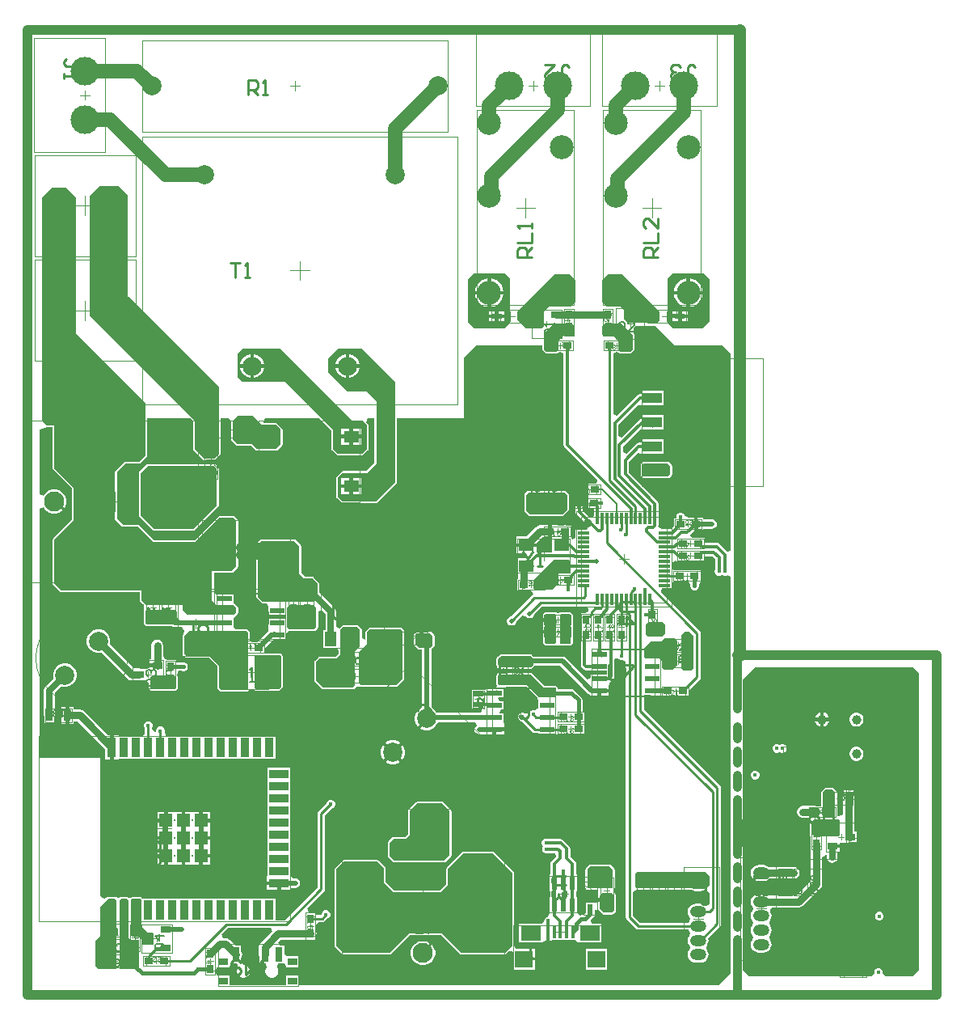
<source format=gtl>
G04*
G04 #@! TF.GenerationSoftware,Altium Limited,Altium Designer,22.7.1 (60)*
G04*
G04 Layer_Physical_Order=1*
G04 Layer_Color=255*
%FSLAX25Y25*%
%MOIN*%
G70*
G04*
G04 #@! TF.SameCoordinates,8F3D338C-3F21-4459-BB37-C929D6ECBF1C*
G04*
G04*
G04 #@! TF.FilePolarity,Positive*
G04*
G01*
G75*
%ADD10C,0.00787*%
%ADD11C,0.01968*%
%ADD14C,0.00394*%
%ADD16C,0.01575*%
%ADD17C,0.00591*%
%ADD18C,0.01000*%
%ADD20C,0.00866*%
%ADD21C,0.04000*%
%ADD22C,0.03500*%
%ADD23C,0.05000*%
%ADD66C,0.08268*%
%ADD71R,0.03543X0.07874*%
%ADD72R,0.07874X0.03543*%
%ADD73R,0.05236X0.05236*%
%ADD74R,0.03800X0.03100*%
%ADD75R,0.02756X0.05118*%
%ADD76R,0.12992X0.17323*%
%ADD77R,0.15354X0.24410*%
%ADD78R,0.06299X0.04921*%
%ADD79R,0.07874X0.04331*%
%ADD80R,0.05118X0.02756*%
%ADD81R,0.04724X0.01181*%
%ADD82R,0.01181X0.04724*%
%ADD83R,0.03100X0.03800*%
%ADD84R,0.05906X0.01968*%
%ADD85R,0.02362X0.05354*%
%ADD86R,0.04134X0.02165*%
%ADD87R,0.04724X0.06299*%
%ADD88R,0.06102X0.04724*%
%ADD89R,0.06299X0.06299*%
%ADD90R,0.02165X0.04134*%
%ADD91R,0.08346X0.08858*%
%ADD92R,0.05118X0.13386*%
%ADD93R,0.11811X0.07874*%
%ADD94R,0.12992X0.06299*%
%ADD95R,0.04331X0.03150*%
%ADD96R,0.03937X0.01968*%
%ADD97R,0.03150X0.04331*%
%ADD98R,0.24410X0.15354*%
%ADD99R,0.17323X0.12992*%
%ADD100R,0.02756X0.05906*%
%ADD101R,0.03937X0.03150*%
%ADD102R,0.07480X0.07087*%
%ADD103R,0.08268X0.06299*%
%ADD104R,0.01575X0.05315*%
%ADD105C,0.03000*%
%ADD106C,0.01473*%
%ADD107C,0.02000*%
%ADD108C,0.01100*%
%ADD109C,0.01200*%
%ADD110C,0.01500*%
%ADD111C,0.02500*%
%ADD112C,0.00800*%
%ADD113C,0.01600*%
%ADD114C,0.06000*%
%ADD115O,0.06693X0.04724*%
%ADD116C,0.03937*%
%ADD117C,0.01181*%
%ADD118C,0.11811*%
%ADD119O,0.14173X0.07087*%
%ADD120O,0.15748X0.07874*%
%ADD121O,0.07874X0.15748*%
%ADD122C,0.07874*%
%ADD123C,0.09843*%
%ADD124O,0.07087X0.14173*%
%ADD125C,0.01772*%
%ADD126C,0.01968*%
G36*
X260500Y279197D02*
Y275500D01*
X259500Y274500D01*
X259500Y274500D01*
X247500D01*
X246000Y276000D01*
Y279500D01*
X244500Y281000D01*
X238697D01*
X236697Y283000D01*
Y292000D01*
X239197Y294500D01*
X245197D01*
X260500Y279197D01*
D02*
G37*
G36*
X281102Y292520D02*
Y274803D01*
X278346Y272047D01*
X266142Y272047D01*
X263779Y274410D01*
Y292913D01*
X265748Y294882D01*
X278740D01*
X281102Y292520D01*
D02*
G37*
G36*
X198917Y292913D02*
Y274410D01*
X196555Y272047D01*
X184350Y272047D01*
X181594Y274803D01*
Y292520D01*
X183957Y294882D01*
X196949D01*
X198917Y292913D01*
D02*
G37*
G36*
X226000Y292000D02*
Y283000D01*
X224000Y281000D01*
X215000D01*
Y281000D01*
X213000Y279000D01*
Y273000D01*
X212000Y272000D01*
X205500D01*
X202000Y275500D01*
Y279000D01*
X217500Y294500D01*
X223500D01*
X226000Y292000D01*
D02*
G37*
G36*
X249421Y269579D02*
Y263500D01*
X248421Y262500D01*
X244421D01*
X243421Y263500D01*
Y267000D01*
X241421Y269000D01*
X237421D01*
X236921Y269500D01*
Y273000D01*
X237921Y274000D01*
X245000D01*
X249421Y269579D01*
D02*
G37*
G36*
X225500Y273000D02*
Y269500D01*
X225000Y269000D01*
X221000D01*
X219000Y267000D01*
Y263500D01*
X218000Y262500D01*
X214000D01*
X213000Y263500D01*
Y270000D01*
X217000Y274000D01*
X224500D01*
X225500Y273000D01*
D02*
G37*
G36*
X267000Y265000D02*
X286500D01*
X290000Y261500D01*
Y180715D01*
X289572Y180419D01*
X288500Y180141D01*
X285221Y183420D01*
X284680Y183782D01*
X284041Y183909D01*
X279077D01*
Y185754D01*
X274040Y185754D01*
X273181Y186927D01*
X273229Y187066D01*
X274750Y188587D01*
Y191500D01*
Y194050D01*
X273176D01*
X272600Y194050D01*
Y194050D01*
X272486Y194007D01*
X271102Y194629D01*
X270904Y194879D01*
X270714Y195338D01*
X270212Y195840D01*
X269555Y196112D01*
X268845D01*
X268188Y195840D01*
X267686Y195338D01*
X267414Y194681D01*
Y193971D01*
X267267Y193750D01*
X266600D01*
Y191304D01*
X266487Y191135D01*
X266379Y190591D01*
X265211Y189423D01*
X262500D01*
X261915Y189307D01*
X260458Y189773D01*
X259979Y190684D01*
X260024Y190908D01*
Y199906D01*
X259907Y200491D01*
X259576Y200987D01*
X247929Y212633D01*
Y217267D01*
X251540Y220877D01*
X253040Y220599D01*
Y220599D01*
X262314D01*
Y226330D01*
X253040D01*
Y224994D01*
X251965D01*
X251379Y224878D01*
X250883Y224546D01*
X246915Y220578D01*
X245529Y221152D01*
Y223466D01*
X252773Y230710D01*
X253040Y230599D01*
Y230599D01*
X262314D01*
Y236330D01*
X253040D01*
Y234929D01*
X252779Y234877D01*
X252283Y234546D01*
X245015Y227278D01*
X243629Y227852D01*
Y232566D01*
X251576Y240513D01*
X253040Y240599D01*
Y240599D01*
X262314D01*
Y246330D01*
X253040D01*
Y244994D01*
X252365D01*
X251779Y244878D01*
X251283Y244546D01*
X242864Y236127D01*
X241478Y236701D01*
Y261792D01*
X242978Y262539D01*
X243710Y262202D01*
X243917Y261995D01*
X244148Y261841D01*
X244421Y261786D01*
X248421D01*
X248694Y261841D01*
X248926Y261995D01*
X249926Y262995D01*
X250081Y263227D01*
X250135Y263500D01*
Y269579D01*
X250081Y269852D01*
X250000Y269972D01*
Y272500D01*
X250500Y273000D01*
X259000D01*
X267000Y265000D01*
D02*
G37*
G36*
X96457Y232283D02*
Y232283D01*
X102362D01*
X104331Y230315D01*
X104331D01*
Y224410D01*
X102362Y222441D01*
X94488D01*
Y222441D01*
X92520Y224410D01*
X86614D01*
X84646Y226378D01*
Y234252D01*
X86614Y236221D01*
X92520D01*
X96457Y232283D01*
D02*
G37*
G36*
X104331Y263779D02*
X133858Y234252D01*
X137795D01*
X139764Y232283D01*
Y222441D01*
X137795Y220472D01*
X127953D01*
X125984Y222441D01*
Y230315D01*
X106299Y250000D01*
X88583D01*
X86614Y251969D01*
Y261811D01*
X87863Y263189D01*
X88583Y263779D01*
X104331Y263779D01*
D02*
G37*
G36*
X41339Y326772D02*
X41339Y285433D01*
X78740Y248031D01*
Y220472D01*
X76772Y218504D01*
X72835D01*
X68898Y222441D01*
Y224409D01*
X72835Y220472D01*
X68898Y224410D01*
X68898Y234252D01*
X25591Y277559D01*
Y326772D01*
X29528Y330709D01*
X37402D01*
X41339Y326772D01*
D02*
G37*
G36*
X151575Y250000D02*
X151575Y208661D01*
X143701Y200787D01*
X129921D01*
X127953Y202756D01*
Y210630D01*
X129921Y212598D01*
X139764D01*
X143701Y216535D01*
Y242126D01*
X139764Y246063D01*
X131890D01*
X124016Y253937D01*
Y259842D01*
X127953Y263779D01*
X137795D01*
X151575Y250000D01*
D02*
G37*
G36*
X212286Y263500D02*
X212341Y263227D01*
X212495Y262995D01*
X213495Y261995D01*
X213727Y261841D01*
X214000Y261786D01*
X218000D01*
X218273Y261841D01*
X218505Y261995D01*
X218689Y262180D01*
X219510Y262575D01*
X221010Y261901D01*
Y224061D01*
X221126Y223475D01*
X221458Y222979D01*
X234987Y209450D01*
X234366Y207950D01*
X231250D01*
Y203450D01*
X231250D01*
X231061Y202250D01*
X231061Y202250D01*
X231061Y202028D01*
Y197750D01*
X233412D01*
Y194822D01*
X231912Y194200D01*
X228891Y197221D01*
Y197250D01*
Y200000D01*
X228774Y200585D01*
X228443Y201081D01*
X227947Y201413D01*
X227361Y201529D01*
X226776Y201413D01*
X226280Y201081D01*
X225948Y200585D01*
X225832Y200000D01*
Y197250D01*
Y196588D01*
X225948Y196002D01*
X226280Y195506D01*
X231102Y190684D01*
X230480Y189184D01*
X225973D01*
Y185946D01*
X224639Y185218D01*
X224250Y186256D01*
X224250D01*
Y190756D01*
X222603D01*
X222586Y190767D01*
X221650Y190953D01*
X220713Y190767D01*
X220697Y190756D01*
X219050D01*
X219050Y190756D01*
X218250Y191056D01*
Y191056D01*
X217674Y191056D01*
X216100D01*
Y188506D01*
Y185956D01*
X216334D01*
Y179858D01*
X209776D01*
X209766Y179866D01*
Y182081D01*
X205616D01*
X201467D01*
Y179370D01*
X205625D01*
X206371Y177870D01*
X205963Y177330D01*
X201767D01*
Y171009D01*
X202053D01*
Y168744D01*
X201900D01*
Y164244D01*
X203548D01*
X203564Y164233D01*
X204500Y164047D01*
X205436Y164233D01*
X205452Y164244D01*
X207100Y164244D01*
X207900Y163944D01*
X207980Y163729D01*
X208434Y162366D01*
X207955Y162045D01*
X199293Y153384D01*
X199125D01*
X198433Y153097D01*
X197903Y152567D01*
X197616Y151875D01*
Y151125D01*
X197903Y150433D01*
X198433Y149903D01*
X199125Y149616D01*
X199875D01*
X200567Y149903D01*
X201097Y150433D01*
X201384Y151125D01*
Y151294D01*
X203730Y153639D01*
X205403Y153433D01*
X205933Y152903D01*
X206625Y152616D01*
X207375D01*
X208067Y152903D01*
X208597Y153433D01*
X208884Y154125D01*
Y154294D01*
X212112Y157522D01*
X230819D01*
X230831Y157492D01*
X231232Y156022D01*
X231051Y155751D01*
X230943Y155205D01*
X229569Y154766D01*
X228038D01*
Y149966D01*
X228038Y149566D01*
Y148466D01*
X228038Y148066D01*
Y143266D01*
X228039D01*
Y133509D01*
X228155Y132924D01*
X228487Y132428D01*
X229190Y131725D01*
X229686Y131393D01*
X230272Y131277D01*
X232076D01*
Y131122D01*
X238875D01*
Y129490D01*
X232076D01*
Y128105D01*
X230690Y127532D01*
X221851Y136370D01*
X221223Y136790D01*
X220482Y136937D01*
X208572D01*
X208012Y137497D01*
X207780Y137652D01*
X207507Y137707D01*
X195057D01*
X194784Y137652D01*
X194552Y137497D01*
X193989Y136934D01*
X193479D01*
Y136417D01*
X193341Y136209D01*
X193286Y135936D01*
Y133550D01*
X193341Y133277D01*
X193479Y133069D01*
Y132178D01*
X194362D01*
X194552Y131988D01*
X194784Y131834D01*
X195057Y131779D01*
X207493Y131779D01*
X207766Y131834D01*
X207997Y131988D01*
X209005Y132995D01*
X209050Y133063D01*
X219679D01*
X231306Y121436D01*
X231776Y121122D01*
Y120822D01*
X234978D01*
Y122806D01*
X235728D01*
Y123556D01*
X239681D01*
Y124790D01*
X239681D01*
X239676Y124875D01*
X240133Y126384D01*
X240177Y126393D01*
X240673Y126725D01*
X241486Y127537D01*
X241817Y128033D01*
X241934Y128619D01*
Y135627D01*
X242662Y135968D01*
X243434Y136087D01*
X243772Y135749D01*
X244428Y135477D01*
X245139D01*
X245178Y135493D01*
X246600Y134714D01*
X246678Y134615D01*
Y29344D01*
X246790Y28778D01*
X247111Y28298D01*
X250667Y24742D01*
X251147Y24421D01*
X251713Y24309D01*
X272573D01*
X272643Y24142D01*
X272857Y23863D01*
X273049Y22835D01*
X272857Y21807D01*
X272643Y21527D01*
X272314Y20734D01*
X272202Y19882D01*
X272314Y19030D01*
X272643Y18237D01*
X272857Y17957D01*
X273049Y16929D01*
X272857Y15901D01*
X272643Y15621D01*
X272314Y14828D01*
X272202Y13976D01*
X272314Y13125D01*
X272643Y12331D01*
X273165Y11650D01*
X273847Y11127D01*
X274640Y10798D01*
X275492Y10686D01*
X277461D01*
X278312Y10798D01*
X279106Y11127D01*
X279787Y11650D01*
X280310Y12331D01*
X280639Y13125D01*
X280751Y13976D01*
X280639Y14828D01*
X280310Y15621D01*
X280096Y15901D01*
X279904Y16929D01*
X280096Y17957D01*
X280310Y18237D01*
X280639Y19030D01*
X280751Y19882D01*
X280639Y20734D01*
X280570Y20900D01*
X285398Y25728D01*
X285718Y26208D01*
X285831Y26774D01*
Y82648D01*
X285718Y83213D01*
X285398Y83693D01*
X254136Y114955D01*
Y121122D01*
X256483D01*
X256641Y121016D01*
X257382Y120869D01*
X261385D01*
Y120388D01*
X266585D01*
Y120388D01*
X267685D01*
Y120388D01*
X272885D01*
Y123147D01*
X277045Y127308D01*
X277366Y127787D01*
X277478Y128353D01*
Y146500D01*
X277366Y147066D01*
X277045Y147545D01*
X261027Y163564D01*
X261601Y164950D01*
X265562D01*
Y166555D01*
X266109Y167829D01*
X270909D01*
X271309Y167829D01*
X272582D01*
X273223Y166364D01*
Y165654D01*
X273495Y164998D01*
X273998Y164495D01*
X274654Y164223D01*
X275364D01*
X276021Y164495D01*
X276523Y164998D01*
X276795Y165654D01*
Y166364D01*
X277437Y167829D01*
X277609D01*
Y172329D01*
X272809D01*
X272409Y172329D01*
X271309D01*
X270909Y172329D01*
X266109D01*
X265562Y173602D01*
Y175599D01*
X267062Y176517D01*
X267577Y176254D01*
Y176254D01*
X272377D01*
X272777Y176254D01*
X273877D01*
X274277Y176254D01*
X279077D01*
Y178099D01*
X282326D01*
X283453Y176972D01*
Y172885D01*
X283254Y172403D01*
Y171692D01*
X283525Y171036D01*
X284028Y170533D01*
X284684Y170261D01*
X285395D01*
X286051Y170533D01*
X286358Y170841D01*
X286666Y170533D01*
X287322Y170261D01*
X288032D01*
X288500Y170455D01*
X289320Y170143D01*
X290000Y169723D01*
Y6500D01*
X284927Y1427D01*
X111813D01*
Y5523D01*
X106476D01*
Y1427D01*
X83073D01*
Y5523D01*
X78928D01*
X77728Y5560D01*
X77447Y6903D01*
Y7467D01*
X77736Y8847D01*
X78947Y8847D01*
X83073D01*
Y9239D01*
X83838Y10422D01*
X84573Y10422D01*
X86261D01*
X86828Y8922D01*
X86731Y8825D01*
X86379Y8216D01*
X86197Y7537D01*
Y6833D01*
X86379Y6154D01*
X86731Y5545D01*
X87229Y5047D01*
X87838Y4695D01*
X88517Y4513D01*
X89221D01*
X89900Y4695D01*
X90509Y5047D01*
X91007Y5545D01*
X91359Y6154D01*
X91541Y6833D01*
Y7537D01*
X91359Y8216D01*
X91007Y8825D01*
X90509Y9323D01*
X89900Y9674D01*
X89256Y9847D01*
X89152Y9894D01*
X88336Y10346D01*
X87994Y11269D01*
Y12865D01*
X88177Y13138D01*
X88363Y14075D01*
X88177Y15011D01*
X87994Y15285D01*
Y17728D01*
X85724D01*
X83332Y20119D01*
X82539Y20650D01*
X81602Y20836D01*
X80558D01*
X79937Y22336D01*
X82622Y25022D01*
X100148D01*
X100770Y23522D01*
X95997Y18749D01*
X95467Y17955D01*
X95280Y17019D01*
Y14075D01*
X95467Y13138D01*
X95649Y12865D01*
Y10422D01*
X98072D01*
X98639Y8922D01*
X98542Y8825D01*
X98191Y8216D01*
X98009Y7537D01*
Y6833D01*
X98191Y6154D01*
X98542Y5545D01*
X99040Y5047D01*
X99649Y4695D01*
X100329Y4513D01*
X101032D01*
X101711Y4695D01*
X102321Y5047D01*
X102818Y5545D01*
X103170Y6154D01*
X103352Y6833D01*
Y7537D01*
X103170Y8216D01*
X102818Y8825D01*
X102721Y8922D01*
X103288Y10422D01*
X105711Y10422D01*
X106476Y9239D01*
Y8847D01*
X111813D01*
Y13397D01*
X107211D01*
X106476Y13397D01*
X105711Y14580D01*
Y17728D01*
X103857D01*
X103283Y19113D01*
X104359Y20190D01*
X114384D01*
Y20037D01*
X118884D01*
Y21684D01*
X118895Y21700D01*
X119081Y22637D01*
X118895Y23573D01*
X118884Y23589D01*
X118884Y26337D01*
X120085Y27459D01*
X121437D01*
X122003Y27571D01*
X122482Y27892D01*
X123305Y28714D01*
X123355D01*
X124012Y28986D01*
X124514Y29488D01*
X124786Y30145D01*
Y30855D01*
X124514Y31512D01*
X124012Y32014D01*
X123355Y32286D01*
X122645D01*
X121988Y32014D01*
X121486Y31512D01*
X121214Y30855D01*
Y30805D01*
X120825Y30415D01*
X118884D01*
Y31537D01*
X115749D01*
X115128Y33037D01*
X122045Y39955D01*
X122366Y40434D01*
X122478Y41000D01*
Y71388D01*
X125305Y74214D01*
X125355D01*
X126012Y74486D01*
X126514Y74988D01*
X126786Y75645D01*
Y76355D01*
X126514Y77012D01*
X126012Y77514D01*
X125355Y77786D01*
X124645D01*
X123988Y77514D01*
X123486Y77012D01*
X123214Y76355D01*
Y76305D01*
X119955Y73045D01*
X119634Y72566D01*
X119522Y72000D01*
Y41612D01*
X105888Y27978D01*
X102157D01*
Y37198D01*
X97213D01*
Y37198D01*
X97157D01*
Y37198D01*
X92213D01*
Y37198D01*
X92157D01*
Y37198D01*
X87213D01*
Y37198D01*
X87157D01*
Y37198D01*
X82213D01*
Y37198D01*
X82157D01*
Y37198D01*
X78657D01*
X77213Y37198D01*
X75713Y37198D01*
X72213Y37198D01*
X70713Y37198D01*
X67213Y37198D01*
X65713Y37198D01*
X62213Y37198D01*
X60713Y37198D01*
X57213Y37198D01*
X55713Y37198D01*
X52213Y37198D01*
X50713Y37198D01*
X47311D01*
X47005Y37505D01*
X46773Y37659D01*
X46500Y37714D01*
X43443D01*
X43000Y37714D01*
X43000Y37714D01*
X42727Y37659D01*
X42727Y37659D01*
X42495Y37505D01*
X41569Y37505D01*
X41273Y37659D01*
X41000Y37714D01*
X41000Y37714D01*
X40870Y37714D01*
X38867D01*
X38500Y37714D01*
X38499Y37714D01*
X38227Y37659D01*
X37460Y37499D01*
X37457Y37498D01*
X36033Y37681D01*
X35870Y37714D01*
X33370D01*
X33327Y37705D01*
X31913Y37498D01*
Y37498D01*
X31500Y37248D01*
X30000Y38093D01*
Y95000D01*
X5000D01*
Y197888D01*
X6500Y198290D01*
X6853Y197679D01*
X7790Y196742D01*
X8938Y196079D01*
X10218Y195736D01*
X11543D01*
X12824Y196079D01*
X13972Y196742D01*
X14909Y197679D01*
X15572Y198827D01*
X15915Y200107D01*
Y201432D01*
X15572Y202713D01*
X14909Y203861D01*
X13972Y204798D01*
X12824Y205461D01*
X11543Y205804D01*
X10218D01*
X8938Y205461D01*
X7790Y204798D01*
X6853Y203861D01*
X6500Y203250D01*
X5000Y203652D01*
Y230360D01*
X7727Y231341D01*
X8000Y231286D01*
X10286D01*
Y214500D01*
X10341Y214227D01*
X10495Y213995D01*
X18286Y206204D01*
Y193296D01*
X10495Y185505D01*
X10341Y185273D01*
X10286Y185000D01*
Y167000D01*
X10341Y166727D01*
X10495Y166495D01*
X13495Y163495D01*
X13727Y163341D01*
X14000Y163286D01*
X46286D01*
Y160000D01*
X46341Y159727D01*
X46495Y159495D01*
X47644Y158347D01*
X47700Y158291D01*
X47700Y155586D01*
X47700Y155586D01*
X47703Y155584D01*
X47786Y154118D01*
Y150713D01*
X47841Y150440D01*
X47995Y150208D01*
X48708Y149495D01*
X48939Y149341D01*
X49213Y149286D01*
X59508D01*
X59731Y149137D01*
X60472Y148990D01*
X63641D01*
X64612Y147490D01*
X64400Y147019D01*
D01*
X64047Y146232D01*
X63841Y145773D01*
X63836Y145752D01*
X63786Y145500D01*
X63786Y138006D01*
X63786Y138000D01*
X63786Y138000D01*
X63841Y137727D01*
X64325Y136912D01*
X64400Y136761D01*
X64415Y136761D01*
X65227Y136341D01*
X65500Y136286D01*
X65500Y136286D01*
X65719Y136286D01*
X74704D01*
X78255Y132736D01*
Y124031D01*
X78309Y123758D01*
X78464Y123527D01*
X79464Y122527D01*
X79695Y122372D01*
X79969Y122318D01*
X90158D01*
X90431Y122372D01*
X90662Y122527D01*
X91394Y123258D01*
X92209Y123215D01*
X92894Y123126D01*
X92990Y123126D01*
X93365D01*
X93495Y122995D01*
X93727Y122841D01*
X94000Y122786D01*
X103500D01*
X103773Y122841D01*
X104005Y122995D01*
X105005Y123995D01*
X105159Y124227D01*
X105214Y124500D01*
Y137000D01*
X105159Y137273D01*
X105005Y137505D01*
X104505Y138005D01*
X104273Y138159D01*
X104000Y138214D01*
X99267D01*
X97769Y138219D01*
X97769Y140329D01*
X101430Y143990D01*
X102845D01*
X103587Y144137D01*
X103745Y144243D01*
X106498D01*
Y146408D01*
X106652Y146576D01*
X107998Y147287D01*
X108000Y147286D01*
X118000D01*
X118273Y147341D01*
X118505Y147495D01*
X119505Y148495D01*
X119659Y148727D01*
X119714Y149000D01*
Y155380D01*
X121214Y156001D01*
X122718Y154497D01*
Y147819D01*
X121848D01*
Y140120D01*
X126786D01*
X127973Y140120D01*
X128286Y138750D01*
Y138031D01*
X126933Y136677D01*
X120242D01*
X119969Y136623D01*
X119738Y136468D01*
X118493Y135224D01*
X118338Y134992D01*
X118284Y134719D01*
Y126913D01*
X118338Y126640D01*
X118493Y126408D01*
X121406Y123495D01*
X121638Y123341D01*
X121911Y123286D01*
X134000D01*
X134273Y123341D01*
X134505Y123495D01*
X135409Y124400D01*
X135505Y124495D01*
X136738D01*
X137117Y124414D01*
X137227Y124341D01*
X137500Y124286D01*
X152000Y124286D01*
X152273Y124341D01*
X152505Y124495D01*
X155005Y126995D01*
X155159Y127227D01*
X155214Y127500D01*
Y147500D01*
X155159Y147773D01*
X155005Y148005D01*
X154505Y148505D01*
X154273Y148659D01*
X154000Y148714D01*
X141000D01*
X140727Y148659D01*
X140495Y148505D01*
X139495Y147505D01*
X139341Y147273D01*
X139286Y147000D01*
Y143817D01*
X139214Y143768D01*
X137714Y144570D01*
Y148000D01*
X137659Y148273D01*
X137505Y148505D01*
X136505Y149505D01*
X136273Y149659D01*
X136000Y149714D01*
X130000D01*
X129727Y149659D01*
X129495Y149505D01*
X128603Y148612D01*
X128149Y148658D01*
X127102Y149120D01*
Y155405D01*
X126936Y156244D01*
X126461Y156955D01*
X120214Y163201D01*
X120214Y167000D01*
X120159Y167273D01*
X120005Y167505D01*
X120005Y167505D01*
X118005Y169505D01*
X117773Y169659D01*
X117500Y169714D01*
X114296D01*
X112714Y171296D01*
Y182500D01*
X112659Y182773D01*
X112505Y183005D01*
X110505Y185005D01*
X110273Y185159D01*
X110000Y185214D01*
X96500D01*
X96227Y185159D01*
X95995Y185005D01*
X94495Y183505D01*
X94341Y183273D01*
X94286Y183000D01*
Y161500D01*
X94341Y161227D01*
X94495Y160995D01*
X96495Y158995D01*
X96727Y158841D01*
X97000Y158786D01*
X98408D01*
X99193Y157611D01*
X99193Y157286D01*
Y154243D01*
X106286D01*
Y152611D01*
X99193D01*
Y149243D01*
X99193D01*
X99256Y147743D01*
X99193Y147611D01*
X99193D01*
X98400Y146440D01*
X94679Y142719D01*
X92569Y142719D01*
X91659Y143842D01*
Y146653D01*
X91604Y146927D01*
X91449Y147158D01*
X90662Y147946D01*
X90431Y148100D01*
X90158Y148155D01*
X85839D01*
X84845Y149243D01*
X84845Y149655D01*
Y152611D01*
X85747Y153738D01*
X86505Y154495D01*
X86659Y154727D01*
X86714Y155000D01*
Y157000D01*
X86659Y157273D01*
X86505Y157505D01*
X85850Y158159D01*
X84845Y159243D01*
Y162611D01*
X77539D01*
X76714Y163769D01*
Y171286D01*
X84000D01*
X84273Y171341D01*
X84505Y171495D01*
X86505Y173495D01*
X86659Y173727D01*
X86714Y174000D01*
Y193000D01*
X86659Y193273D01*
X86505Y193505D01*
X85505Y194505D01*
X85273Y194659D01*
X85000Y194714D01*
X79000D01*
X78727Y194659D01*
X78495Y194505D01*
X68704Y184714D01*
X52296D01*
X46005Y191005D01*
X45773Y191159D01*
X45500Y191214D01*
X39296D01*
X36714Y193796D01*
Y212704D01*
X40296Y216286D01*
X46000D01*
X46273Y216341D01*
X46505Y216495D01*
X49005Y218995D01*
X49159Y219227D01*
X49214Y219500D01*
X49214Y233500D01*
Y235000D01*
X67116D01*
X68184Y233932D01*
X68184Y224410D01*
X68184Y224409D01*
Y222441D01*
X68238Y222168D01*
X68393Y221936D01*
X72330Y217999D01*
X72562Y217845D01*
X72835Y217790D01*
X76772D01*
X77045Y217845D01*
X77276Y217999D01*
X79245Y219968D01*
X79400Y220199D01*
X79454Y220472D01*
Y235000D01*
X82637D01*
X83932Y234252D01*
Y226378D01*
X83986Y226105D01*
X84141Y225873D01*
X86110Y223905D01*
X86341Y223750D01*
X86614Y223696D01*
X92224D01*
X93984Y221936D01*
X93984Y221936D01*
X94215Y221782D01*
X94488Y221727D01*
X102362D01*
X102635Y221782D01*
X102867Y221936D01*
X104835Y223905D01*
X104990Y224136D01*
X105044Y224410D01*
Y230315D01*
X104990Y230588D01*
X104835Y230820D01*
X104835Y230820D01*
X102867Y232788D01*
X102635Y232943D01*
X102362Y232997D01*
X97478D01*
X97102Y233500D01*
X97852Y235000D01*
X120290D01*
X125270Y230019D01*
Y222441D01*
X125325Y222168D01*
X125480Y221936D01*
X127448Y219968D01*
X127680Y219813D01*
X127953Y219759D01*
X137795D01*
X138068Y219813D01*
X138300Y219968D01*
X140269Y221936D01*
X140423Y222168D01*
X140478Y222441D01*
Y232283D01*
X140423Y232557D01*
X140269Y232788D01*
X139557Y233500D01*
X140178Y235000D01*
X142987D01*
Y216831D01*
X139468Y213312D01*
X129921D01*
X129648Y213258D01*
X129417Y213103D01*
X127448Y211135D01*
X127293Y210903D01*
X127239Y210630D01*
Y202756D01*
X127293Y202483D01*
X127448Y202251D01*
X129417Y200283D01*
X129648Y200128D01*
X129921Y200074D01*
X143701D01*
X143974Y200128D01*
X144205Y200283D01*
X152079Y208157D01*
X152234Y208388D01*
X152288Y208661D01*
X152288Y235000D01*
X180000D01*
Y260000D01*
X185000Y265000D01*
X212286D01*
Y263500D01*
D02*
G37*
G36*
X224000Y176000D02*
Y172000D01*
X223500Y171500D01*
X219500D01*
X219000Y171000D01*
Y167000D01*
X216500Y164500D01*
X209000D01*
X208500Y165000D01*
X208500Y168500D01*
X216747Y176747D01*
X223253D01*
X224000Y176000D01*
D02*
G37*
G36*
X112000Y182500D02*
Y171000D01*
X114000Y169000D01*
X117500D01*
X119500Y167000D01*
X119500Y160821D01*
X117891Y159500D01*
X97000D01*
X95000Y161500D01*
Y183000D01*
X96500Y184500D01*
X110000D01*
X112000Y182500D01*
D02*
G37*
G36*
X20000Y326000D02*
Y270000D01*
X48500Y241500D01*
Y233500D01*
X48500Y219500D01*
X46000Y217000D01*
X40000D01*
X36000Y213000D01*
Y193500D01*
X39000Y190500D01*
X45500D01*
X52000Y184000D01*
X69000D01*
X79000Y194000D01*
X85000D01*
X86000Y193000D01*
Y174000D01*
X84000Y172000D01*
X76000D01*
Y160000D01*
X78000Y158000D01*
X85000D01*
X86000Y157000D01*
Y155000D01*
X85000Y154000D01*
X66000D01*
X64000Y156000D01*
Y158000D01*
X49000D01*
X47000Y160000D01*
Y164000D01*
X14000D01*
X11000Y167000D01*
Y185000D01*
X19000Y193000D01*
Y206500D01*
X11000Y214500D01*
Y232000D01*
X8000D01*
X6000Y234000D01*
Y326000D01*
X10000Y330000D01*
X16000D01*
X20000Y326000D01*
D02*
G37*
G36*
X61000Y156000D02*
X61500Y155500D01*
X61500Y153000D01*
X61500Y153000D01*
X63000Y151500D01*
X61500D01*
D01*
Y150476D01*
X61024Y150000D01*
X49213D01*
X48500Y150713D01*
Y155500D01*
X49000Y156000D01*
X61000Y156000D01*
D02*
G37*
G36*
X119000Y157000D02*
Y149000D01*
X118000Y148000D01*
X108000D01*
X107000Y149000D01*
Y157000D01*
X108000Y158000D01*
X118000D01*
X119000Y157000D01*
D02*
G37*
G36*
X263000Y150000D02*
X263000Y146500D01*
X261500Y145000D01*
X256000Y145000D01*
X255000Y146000D01*
Y150000D01*
X256000Y151000D01*
X262000D01*
X263000Y150000D01*
D02*
G37*
G36*
X208500Y136000D02*
Y133500D01*
X207493Y132493D01*
X195057Y132493D01*
X194000Y133550D01*
Y135936D01*
X195057Y136993D01*
X207507D01*
X208500Y136000D01*
D02*
G37*
G36*
X268000Y143500D02*
Y133500D01*
X266000Y131500D01*
X262500D01*
X261500Y132500D01*
Y135000D01*
X260500Y136000D01*
X255000D01*
X254136Y136864D01*
Y140136D01*
X257000Y143000D01*
X261500D01*
Y143500D01*
X262500Y144500D01*
X267000D01*
X268000Y143500D01*
D02*
G37*
G36*
X274500Y145500D02*
X274500Y132000D01*
X273500Y131000D01*
X270500D01*
X269500Y132000D01*
Y145500D01*
X271000Y147000D01*
X273000D01*
X274500Y145500D01*
D02*
G37*
G36*
X154500Y147500D02*
Y127500D01*
X152000Y125000D01*
X137500Y125000D01*
X136500Y126000D01*
Y138500D01*
X140000Y142000D01*
Y147000D01*
X141000Y148000D01*
X154000D01*
X154500Y147500D01*
D02*
G37*
G36*
X137000Y148000D02*
Y141000D01*
X135000Y139000D01*
X135000Y125000D01*
X134000Y124000D01*
X121911D01*
X118998Y126913D01*
Y134719D01*
X120242Y135964D01*
X127228D01*
X129000Y137735D01*
Y148000D01*
X130000Y149000D01*
X136000D01*
X137000Y148000D01*
D02*
G37*
G36*
X104500Y137000D02*
Y124500D01*
X103500Y123500D01*
X94000D01*
X93500Y124000D01*
Y137000D01*
X94000Y137500D01*
X104000D01*
X104500Y137000D01*
D02*
G37*
G36*
X90945Y146653D02*
Y123819D01*
X90158Y123031D01*
X79969D01*
X78969Y124031D01*
Y133031D01*
X75000Y137000D01*
X65500D01*
X64500Y138000D01*
X64500Y145500D01*
X66441Y147441D01*
X90158D01*
X90945Y146653D01*
D02*
G37*
G36*
X281102Y46457D02*
Y42520D01*
X279921Y41339D01*
X251161D01*
X250500Y42000D01*
Y47350D01*
X251181Y48031D01*
X279528D01*
X281102Y46457D01*
D02*
G37*
G36*
X251161Y40625D02*
X273918D01*
X274640Y40326D01*
X275492Y40214D01*
X277461D01*
X278312Y40326D01*
X279034Y40625D01*
X279921D01*
X280796Y39847D01*
X281074Y39463D01*
Y34807D01*
X280394Y34391D01*
X279574Y34183D01*
X279106Y34543D01*
X278312Y34871D01*
X277461Y34983D01*
X275492D01*
X274640Y34871D01*
X273847Y34543D01*
X273165Y34020D01*
X272643Y33338D01*
X272314Y32545D01*
X272202Y31693D01*
X272314Y30841D01*
X272643Y30048D01*
X272857Y29768D01*
X273049Y28740D01*
X272857Y27712D01*
X272643Y27433D01*
X272573Y27266D01*
X252325D01*
X249635Y29956D01*
Y39757D01*
X249853Y39987D01*
X251135Y40630D01*
X251161Y40625D01*
D02*
G37*
G36*
X47000Y36500D02*
X47000Y25500D01*
X49500Y23000D01*
X51500D01*
X52000Y22500D01*
Y18500D01*
X51500Y18000D01*
X47500D01*
X47000Y18500D01*
Y20500D01*
X46000Y21500D01*
X43000Y21500D01*
X42500Y22000D01*
Y36500D01*
X43000Y37000D01*
X46500D01*
X47000Y36500D01*
D02*
G37*
G36*
X41500D02*
Y29000D01*
Y21000D01*
X42500Y20000D01*
X46000D01*
Y10000D01*
Y9000D01*
X46000Y8848D01*
X45169Y8169D01*
X38331D01*
X38000Y8500D01*
Y36500D01*
X38500Y37000D01*
X41000D01*
X41500Y36500D01*
D02*
G37*
G36*
X36370D02*
Y8500D01*
X36039Y8169D01*
X29201D01*
X28000Y9150D01*
Y19630D01*
X30000Y21630D01*
Y33630D01*
X33370Y37000D01*
X35870D01*
X36370Y36500D01*
D02*
G37*
G36*
X367500Y130000D02*
Y7500D01*
X365000Y5000D01*
X353579D01*
X352596Y6361D01*
Y7072D01*
X352324Y7728D01*
X351821Y8230D01*
X351165Y8502D01*
X350455D01*
X349798Y8230D01*
X349296Y7728D01*
X349024Y7072D01*
Y6361D01*
X348041Y5000D01*
X297500D01*
X295000Y7500D01*
Y127500D01*
X300000Y132500D01*
X365000D01*
X367500Y130000D01*
D02*
G37*
%LPC*%
G36*
X273132Y292730D02*
Y287592D01*
X278270D01*
X278076Y288569D01*
X277629Y289646D01*
X276981Y290616D01*
X276156Y291441D01*
X275187Y292089D01*
X274109Y292535D01*
X273132Y292730D01*
D02*
G37*
G36*
X271632D02*
X270655Y292535D01*
X269577Y292089D01*
X268607Y291441D01*
X267782Y290616D01*
X267134Y289646D01*
X266688Y288569D01*
X266494Y287592D01*
X271632D01*
Y292730D01*
D02*
G37*
G36*
X278270Y286092D02*
X273132D01*
Y280954D01*
X274109Y281148D01*
X275187Y281594D01*
X276156Y282242D01*
X276981Y283067D01*
X277629Y284037D01*
X278076Y285114D01*
X278270Y286092D01*
D02*
G37*
G36*
X271632D02*
X266494D01*
X266688Y285114D01*
X267134Y284037D01*
X267782Y283067D01*
X268607Y282242D01*
X269577Y281594D01*
X270655Y281148D01*
X271632Y280954D01*
Y286092D01*
D02*
G37*
G36*
X272072Y279230D02*
X269755D01*
Y277898D01*
X272072D01*
Y279230D01*
D02*
G37*
G36*
X268255D02*
X265938D01*
Y277898D01*
X268255D01*
Y279230D01*
D02*
G37*
G36*
X272072Y276398D02*
X269755D01*
Y275065D01*
X272072D01*
Y276398D01*
D02*
G37*
G36*
X268255D02*
X265938D01*
Y275065D01*
X268255D01*
Y276398D01*
D02*
G37*
G36*
X191065Y292730D02*
Y287592D01*
X196203D01*
X196009Y288569D01*
X195562Y289646D01*
X194914Y290616D01*
X194090Y291441D01*
X193120Y292089D01*
X192042Y292535D01*
X191065Y292730D01*
D02*
G37*
G36*
X189565D02*
X188588Y292535D01*
X187510Y292089D01*
X186540Y291441D01*
X185716Y290616D01*
X185068Y289646D01*
X184621Y288569D01*
X184427Y287592D01*
X189565D01*
Y292730D01*
D02*
G37*
G36*
X196203Y286092D02*
X191065D01*
Y280954D01*
X192042Y281148D01*
X193120Y281594D01*
X194090Y282242D01*
X194914Y283067D01*
X195562Y284037D01*
X196009Y285114D01*
X196203Y286092D01*
D02*
G37*
G36*
X189565D02*
X184427D01*
X184621Y285114D01*
X185068Y284037D01*
X185716Y283067D01*
X186540Y282242D01*
X187510Y281594D01*
X188588Y281148D01*
X189565Y280954D01*
Y286092D01*
D02*
G37*
G36*
X196483Y279230D02*
X194166D01*
Y277898D01*
X196483D01*
Y279230D01*
D02*
G37*
G36*
X192666D02*
X190349D01*
Y277898D01*
X192666D01*
Y279230D01*
D02*
G37*
G36*
X196483Y276398D02*
X194166D01*
Y275065D01*
X196483D01*
Y276398D01*
D02*
G37*
G36*
X192666D02*
X190349D01*
Y275065D01*
X192666D01*
Y276398D01*
D02*
G37*
G36*
X264000Y217214D02*
X254000D01*
X253727Y217159D01*
X253495Y217005D01*
X252995Y216505D01*
X252841Y216273D01*
X252786Y216000D01*
Y211500D01*
X252841Y211227D01*
X252995Y210995D01*
X252995Y210995D01*
X253040Y210950D01*
Y210599D01*
X253625Y210408D01*
X253727Y210341D01*
X254000Y210286D01*
X254000Y210286D01*
X254000Y210286D01*
X254411Y210286D01*
X264000D01*
X264273Y210341D01*
X264505Y210495D01*
X265505Y211495D01*
X265659Y211727D01*
X265714Y212000D01*
Y215500D01*
X265659Y215773D01*
X265505Y216005D01*
X264505Y217005D01*
X264273Y217159D01*
X264000Y217214D01*
D02*
G37*
G36*
X276250Y194050D02*
Y191500D01*
Y188950D01*
X278400D01*
Y189563D01*
X282247D01*
X282989Y189710D01*
X283617Y190130D01*
X284037Y190759D01*
X284185Y191500D01*
X284037Y192241D01*
X283617Y192870D01*
X282989Y193290D01*
X282247Y193437D01*
X278400D01*
Y194050D01*
X276250D01*
D02*
G37*
%LPD*%
G36*
X265000Y215500D02*
Y212000D01*
X264000Y211000D01*
X254000D01*
X253500Y211500D01*
Y216000D01*
X254000Y216500D01*
X264000D01*
X265000Y215500D01*
D02*
G37*
%LPC*%
G36*
X93270Y261496D02*
Y257336D01*
X97430D01*
X97120Y258491D01*
X96470Y259617D01*
X95551Y260536D01*
X94425Y261186D01*
X93270Y261496D01*
D02*
G37*
G36*
X91770D02*
X90614Y261186D01*
X89488Y260536D01*
X88569Y259617D01*
X87919Y258491D01*
X87609Y257336D01*
X91770D01*
Y261496D01*
D02*
G37*
G36*
X97430Y255836D02*
X93270D01*
Y251675D01*
X94425Y251985D01*
X95551Y252635D01*
X96470Y253554D01*
X97120Y254680D01*
X97430Y255836D01*
D02*
G37*
G36*
X91770D02*
X87609D01*
X87919Y254680D01*
X88569Y253554D01*
X89488Y252635D01*
X90614Y251985D01*
X91770Y251675D01*
Y255836D01*
D02*
G37*
G36*
X137417Y230923D02*
X134116D01*
Y228311D01*
X137417D01*
Y230923D01*
D02*
G37*
G36*
X132616D02*
X129315D01*
Y228311D01*
X132616D01*
Y230923D01*
D02*
G37*
G36*
X137417Y226811D02*
X134116D01*
Y224199D01*
X137417D01*
Y226811D01*
D02*
G37*
G36*
X132616D02*
X129315D01*
Y224199D01*
X132616D01*
Y226811D01*
D02*
G37*
G36*
X132640Y261496D02*
Y257336D01*
X136800D01*
X136490Y258491D01*
X135840Y259617D01*
X134921Y260536D01*
X133795Y261186D01*
X132640Y261496D01*
D02*
G37*
G36*
X131140D02*
X129984Y261186D01*
X128858Y260536D01*
X127939Y259617D01*
X127289Y258491D01*
X126980Y257336D01*
X131140D01*
Y261496D01*
D02*
G37*
G36*
X136800Y255836D02*
X132640D01*
Y251675D01*
X133795Y251985D01*
X134921Y252635D01*
X135840Y253554D01*
X136490Y254680D01*
X136800Y255836D01*
D02*
G37*
G36*
X131140D02*
X126980D01*
X127289Y254680D01*
X127939Y253554D01*
X128858Y252635D01*
X129984Y251985D01*
X131140Y251675D01*
Y255836D01*
D02*
G37*
G36*
X137417Y210411D02*
X134116D01*
Y207799D01*
X137417D01*
Y210411D01*
D02*
G37*
G36*
X132616D02*
X129315D01*
Y207799D01*
X132616D01*
Y210411D01*
D02*
G37*
G36*
X137417Y206299D02*
X134116D01*
Y203687D01*
X137417D01*
Y206299D01*
D02*
G37*
G36*
X132616D02*
X129315D01*
Y203687D01*
X132616D01*
Y206299D01*
D02*
G37*
G36*
X221500Y205214D02*
X206500D01*
X206227Y205159D01*
X205995Y205005D01*
X204995Y204005D01*
X204841Y203773D01*
X204786Y203500D01*
Y197000D01*
X204841Y196727D01*
X204995Y196495D01*
X206495Y194995D01*
X206727Y194841D01*
X207000Y194786D01*
X220500D01*
X220773Y194841D01*
X221005Y194995D01*
X223005Y196995D01*
X223159Y197227D01*
X223214Y197500D01*
X223214Y203500D01*
X223159Y203773D01*
X223005Y204005D01*
X222005Y205005D01*
X221773Y205159D01*
X221500Y205214D01*
D02*
G37*
G36*
X77000Y216214D02*
X49500D01*
X49227Y216159D01*
X48995Y216005D01*
X45995Y213005D01*
X45841Y212773D01*
X45786Y212500D01*
Y195000D01*
X45841Y194727D01*
X45995Y194495D01*
X51495Y188995D01*
X51727Y188841D01*
X52000Y188786D01*
X68500D01*
X68773Y188841D01*
X69005Y188995D01*
X78505Y198495D01*
X78659Y198727D01*
X78714Y199000D01*
Y214500D01*
X78659Y214773D01*
X78505Y215005D01*
X77505Y216005D01*
X77273Y216159D01*
X77000Y216214D01*
D02*
G37*
G36*
X214600Y191056D02*
X212450D01*
Y190953D01*
X211292D01*
X210355Y190767D01*
X209561Y190236D01*
X205617Y186292D01*
X201467D01*
Y183581D01*
X205616D01*
X209827D01*
X211317Y185071D01*
X212450Y185956D01*
X214600D01*
Y188506D01*
Y191056D01*
D02*
G37*
G36*
X213200Y151269D02*
X212363D01*
Y149469D01*
Y147937D01*
X213200D01*
Y151269D01*
D02*
G37*
G36*
X217200Y155214D02*
X216202Y155214D01*
X213700D01*
X213427Y155159D01*
X213195Y155005D01*
X212759Y154569D01*
X212363D01*
Y152769D01*
X213200D01*
Y154000D01*
X213700Y154500D01*
X217200D01*
X217700Y154000D01*
Y142500D01*
X217200Y142000D01*
X213700D01*
X213200Y142500D01*
Y146437D01*
X212363D01*
Y144637D01*
X212486D01*
Y142500D01*
X212541Y142227D01*
X212695Y141995D01*
X213195Y141495D01*
X213427Y141341D01*
X213700Y141286D01*
X216202D01*
X217200Y141286D01*
X217200Y141286D01*
X217473Y141341D01*
X217725Y141451D01*
X217995Y141492D01*
X218600Y141504D01*
X219205Y141492D01*
X219475Y141451D01*
X219727Y141341D01*
X220000Y141286D01*
X220000Y141286D01*
X220998Y141286D01*
X223500D01*
X223773Y141341D01*
X224005Y141495D01*
X224505Y141995D01*
X224659Y142227D01*
X224714Y142500D01*
Y154000D01*
X224659Y154273D01*
X224505Y154505D01*
X224005Y155005D01*
X223773Y155159D01*
X223500Y155214D01*
X220998D01*
X220000Y155214D01*
X220000Y155214D01*
X219727Y155159D01*
X219611Y155082D01*
X219412Y155009D01*
X218627Y154909D01*
X217829Y155005D01*
X217589Y155082D01*
X217473Y155159D01*
X217200Y155214D01*
X217200Y155214D01*
D02*
G37*
G36*
X29805Y148000D02*
X28532D01*
X27301Y147670D01*
X26198Y147033D01*
X25298Y146133D01*
X24661Y145029D01*
X24331Y143799D01*
Y142526D01*
X24661Y141296D01*
X25298Y140192D01*
X26198Y139292D01*
X27301Y138655D01*
X28532Y138326D01*
X29805D01*
X30389Y138482D01*
X41066Y127804D01*
X41860Y127274D01*
X42796Y127088D01*
X45920D01*
X46786Y127260D01*
X48786Y127260D01*
X49867Y126249D01*
X49867Y124020D01*
X49921Y123747D01*
X50076Y123515D01*
X50576Y123015D01*
X50807Y122861D01*
X51081Y122806D01*
X60581D01*
X60854Y122861D01*
X61085Y123015D01*
X61585Y123515D01*
X61740Y123747D01*
X61794Y124020D01*
Y128520D01*
X61740Y128793D01*
X61702Y128849D01*
X61496Y129248D01*
X61395Y129502D01*
X62198Y131002D01*
X63579D01*
X63829Y130899D01*
X64540D01*
X65196Y131171D01*
X65699Y131673D01*
X65970Y132329D01*
Y133040D01*
X65699Y133696D01*
X65196Y134199D01*
X64540Y134470D01*
X63829D01*
X63579Y134367D01*
X61064D01*
Y135285D01*
X57792D01*
X56526Y135850D01*
X55808Y137186D01*
Y141369D01*
X55622Y142305D01*
X55091Y143099D01*
X54297Y143630D01*
X53361Y143816D01*
X52425Y143630D01*
X51631Y143099D01*
X51100Y142305D01*
X50914Y141369D01*
Y135850D01*
X50196D01*
Y134025D01*
X53361D01*
Y132525D01*
X50196D01*
Y132026D01*
X48786Y131809D01*
X48696Y131809D01*
X46786D01*
X45920Y131982D01*
X43810D01*
X33849Y141942D01*
X34005Y142526D01*
Y143799D01*
X33676Y145029D01*
X33039Y146133D01*
X32138Y147033D01*
X31035Y147670D01*
X29805Y148000D01*
D02*
G37*
G36*
X15886Y134080D02*
X14612D01*
X13382Y133750D01*
X12279Y133114D01*
X11378Y132213D01*
X10741Y131110D01*
X10412Y129880D01*
Y128606D01*
X10644Y127738D01*
X7308Y124402D01*
X6833Y123691D01*
X6666Y122852D01*
Y112670D01*
X6780Y112096D01*
Y109411D01*
X10936D01*
Y112096D01*
X11050Y112670D01*
Y121944D01*
X13745Y124638D01*
X14612Y124406D01*
X15886D01*
X17116Y124736D01*
X18219Y125372D01*
X19119Y126273D01*
X19756Y127376D01*
X20086Y128606D01*
Y129880D01*
X19756Y131110D01*
X19119Y132213D01*
X18219Y133114D01*
X17116Y133750D01*
X15886Y134080D01*
D02*
G37*
G36*
X239681Y122056D02*
X236478D01*
Y120822D01*
X239681D01*
Y122056D01*
D02*
G37*
G36*
X166000Y147214D02*
X160500D01*
X160227Y147159D01*
X159995Y147005D01*
X159495Y146505D01*
X159341Y146273D01*
X159286Y146000D01*
Y142000D01*
X159341Y141727D01*
X159495Y141495D01*
X160995Y139995D01*
X161227Y139841D01*
X161500Y139786D01*
X162503D01*
Y115757D01*
X161470Y115161D01*
X160569Y114260D01*
X159933Y113157D01*
X159603Y111927D01*
Y110653D01*
X159933Y109423D01*
X160569Y108320D01*
X161470Y107420D01*
X162573Y106783D01*
X163803Y106453D01*
X165077D01*
X166307Y106783D01*
X167410Y107420D01*
X168311Y108320D01*
X168947Y109423D01*
X169084Y109933D01*
X184685D01*
X185049Y108433D01*
X184760Y108240D01*
X184340Y107612D01*
X184193Y106870D01*
X184340Y106129D01*
X184760Y105500D01*
X185389Y105080D01*
X186130Y104933D01*
X188540D01*
Y104886D01*
X191743D01*
Y106870D01*
X192493D01*
Y107620D01*
X196446D01*
Y108810D01*
X196446Y108854D01*
X196146Y110230D01*
X196146Y110354D01*
Y113554D01*
X194598D01*
X194473Y113686D01*
X195115Y115186D01*
X196146D01*
Y118554D01*
X194569D01*
X193988Y119844D01*
X194236Y120186D01*
X196146D01*
X196146Y123554D01*
X197343Y124286D01*
X205704D01*
X210100Y119891D01*
X210494Y118554D01*
X210494Y117996D01*
X210494Y116510D01*
X210494Y115961D01*
X210486Y115598D01*
X210230Y115313D01*
X209291Y114680D01*
X209059Y114701D01*
X208855Y114786D01*
X208145D01*
X207488Y114514D01*
X206986Y114012D01*
X206836Y113649D01*
X206452Y113464D01*
X205892Y113331D01*
X205214Y113311D01*
X205012Y113514D01*
X204355Y113786D01*
X203645D01*
X202988Y113514D01*
X202486Y113012D01*
X202214Y112355D01*
Y111645D01*
X202486Y110988D01*
X202988Y110486D01*
X203645Y110214D01*
X203695D01*
X208085Y105825D01*
X208564Y105504D01*
X209130Y105392D01*
X210494D01*
Y105186D01*
X217799D01*
X218150Y104750D01*
Y104750D01*
X222950D01*
X223350Y104750D01*
X224450D01*
X224850Y104750D01*
X229650D01*
Y109250D01*
X229650D01*
Y109750D01*
X229650D01*
Y114250D01*
X228732D01*
Y118950D01*
X228604Y119594D01*
X228239Y120140D01*
X225319Y123060D01*
X224774Y123424D01*
X224130Y123553D01*
X218703D01*
X218659Y123773D01*
X218505Y124005D01*
X218005Y124505D01*
X217773Y124659D01*
X217500Y124714D01*
X213296D01*
X213005Y125005D01*
X213005Y125005D01*
X208005Y130005D01*
X207773Y130159D01*
X207500Y130214D01*
X194500D01*
X194227Y130159D01*
X193995Y130005D01*
X193495Y129505D01*
X193341Y129273D01*
X193286Y129000D01*
Y125500D01*
X193341Y125227D01*
X193456Y125054D01*
X193407Y124808D01*
X192815Y123554D01*
X188840D01*
Y123554D01*
X188567Y123141D01*
X183230D01*
Y120310D01*
X183230Y118810D01*
X183230Y118272D01*
Y115442D01*
X187361D01*
X187470Y115307D01*
X186756Y113807D01*
X168572D01*
X168311Y114260D01*
X167410Y115161D01*
X166377Y115757D01*
Y139910D01*
X166505Y139995D01*
X167505Y140995D01*
X167659Y141227D01*
X167714Y141500D01*
Y145500D01*
X167659Y145773D01*
X167505Y146005D01*
X166505Y147005D01*
X166273Y147159D01*
X166000Y147214D01*
D02*
G37*
G36*
X15589Y116229D02*
X13961D01*
Y113018D01*
X13892Y112670D01*
X13961Y112323D01*
Y109111D01*
X15589D01*
Y112670D01*
Y116229D01*
D02*
G37*
G36*
X196446Y106120D02*
X193243D01*
Y104886D01*
X196446D01*
Y106120D01*
D02*
G37*
G36*
X50040Y110101D02*
X49330D01*
X48673Y109829D01*
X48171Y109327D01*
X47899Y108670D01*
Y107960D01*
X48171Y107303D01*
X48207Y107268D01*
Y105192D01*
X47157Y104127D01*
X45713Y104127D01*
X42213Y104127D01*
X40713Y104127D01*
X37457D01*
Y104427D01*
X35435D01*
Y99490D01*
Y94553D01*
X37457D01*
Y94853D01*
X40713D01*
X42157Y94853D01*
X43657Y94853D01*
X47157Y94853D01*
X48657Y94853D01*
X52157Y94853D01*
X53657Y94853D01*
X57157Y94853D01*
X58657Y94853D01*
X62157Y94853D01*
X63657Y94853D01*
X67157Y94853D01*
X68657Y94853D01*
X72157Y94853D01*
X73657Y94853D01*
X77157Y94853D01*
X78657Y94853D01*
X82157Y94853D01*
X83657Y94853D01*
X87157Y94853D01*
X88657Y94853D01*
X92157Y94853D01*
X93657Y94853D01*
X97157Y94853D01*
X98657Y94853D01*
X102157D01*
Y104127D01*
X98657D01*
X97213Y104127D01*
X95713Y104127D01*
X92213Y104127D01*
X90713Y104127D01*
X87213Y104127D01*
X85713Y104127D01*
X82213Y104127D01*
X80713Y104127D01*
X77213Y104127D01*
X75713Y104127D01*
X72213Y104127D01*
X70713Y104127D01*
X67213Y104127D01*
X65713Y104127D01*
X62213Y104127D01*
X60713Y104127D01*
X57268Y104127D01*
X56984Y104403D01*
X56389Y105627D01*
X56471Y105824D01*
Y106534D01*
X56199Y107191D01*
X55697Y107693D01*
X55040Y107965D01*
X54330D01*
X53673Y107693D01*
X53171Y107191D01*
X52899Y106534D01*
Y105824D01*
X52463Y105646D01*
X51163Y106720D01*
Y107268D01*
X51199Y107303D01*
X51471Y107960D01*
Y108670D01*
X51199Y109327D01*
X50697Y109829D01*
X50040Y110101D01*
D02*
G37*
G36*
X151171Y102308D02*
X149871D01*
X148615Y101971D01*
X147579Y101373D01*
X150521Y98432D01*
X153462Y101373D01*
X152426Y101971D01*
X151171Y102308D01*
D02*
G37*
G36*
X18717Y116229D02*
X17089D01*
Y112670D01*
Y109111D01*
X18717D01*
Y110223D01*
X20491D01*
X31913Y98801D01*
Y94553D01*
X33935D01*
Y99490D01*
Y104427D01*
X33209D01*
X23235Y114401D01*
X22441Y114931D01*
X21505Y115117D01*
X18717D01*
Y116229D01*
D02*
G37*
G36*
X146518Y100313D02*
X145920Y99277D01*
X145584Y98021D01*
Y96721D01*
X145920Y95465D01*
X146518Y94429D01*
X149460Y97371D01*
X146518Y100313D01*
D02*
G37*
G36*
X154523D02*
X151581Y97371D01*
X154523Y94429D01*
X155121Y95465D01*
X155458Y96721D01*
Y98021D01*
X155121Y99277D01*
X154523Y100313D01*
D02*
G37*
G36*
X150521Y96310D02*
X147579Y93369D01*
X148615Y92770D01*
X149871Y92434D01*
X151171D01*
X152426Y92770D01*
X153462Y93369D01*
X150521Y96310D01*
D02*
G37*
G36*
X75055Y72931D02*
X72187D01*
Y70063D01*
X75055D01*
Y72931D01*
D02*
G37*
G36*
X56238D02*
X53370D01*
Y70063D01*
X56238D01*
Y72931D01*
D02*
G37*
G36*
X70687D02*
X64963D01*
Y69313D01*
X63463D01*
Y72931D01*
X57738D01*
Y69313D01*
X56988D01*
Y68563D01*
X53370D01*
Y65695D01*
Y62839D01*
X56988D01*
Y61339D01*
X53370D01*
Y58470D01*
Y55614D01*
X56988D01*
Y54864D01*
X57738D01*
Y51246D01*
X63463D01*
Y54864D01*
X64963D01*
Y51246D01*
X70687D01*
Y54864D01*
X71437D01*
Y55614D01*
X75055D01*
Y58470D01*
Y61339D01*
X71437D01*
Y62839D01*
X75055D01*
Y65695D01*
Y68563D01*
X71437D01*
Y69313D01*
X70687D01*
Y72931D01*
D02*
G37*
G36*
X170866Y77092D02*
X160630D01*
X160357Y77037D01*
X160125Y76883D01*
X156976Y73733D01*
X156821Y73501D01*
X156767Y73228D01*
Y63682D01*
X155610Y62525D01*
X150787D01*
X150514Y62470D01*
X150283Y62316D01*
X148708Y60741D01*
X148553Y60509D01*
X148499Y60236D01*
Y54724D01*
X148553Y54451D01*
X148708Y54220D01*
X150676Y52251D01*
X150908Y52096D01*
X151181Y52042D01*
X171653D01*
X171927Y52096D01*
X172158Y52251D01*
X174520Y54613D01*
X174675Y54845D01*
X174730Y55118D01*
Y73228D01*
X174675Y73501D01*
X174520Y73733D01*
X171371Y76883D01*
X171139Y77037D01*
X170866Y77092D01*
D02*
G37*
G36*
X75055Y54114D02*
X72187D01*
Y51246D01*
X75055D01*
Y54114D01*
D02*
G37*
G36*
X56238D02*
X53370D01*
Y51246D01*
X56238D01*
Y54114D01*
D02*
G37*
G36*
X108259Y90997D02*
X98985D01*
Y87497D01*
X98985Y86054D01*
X98985Y84554D01*
X98985Y81054D01*
X98985Y79554D01*
X98985Y76054D01*
X98985Y74554D01*
X98985Y71054D01*
X98985Y69554D01*
X98985Y66054D01*
X98985Y64554D01*
X98985Y61054D01*
X98985Y59554D01*
X98985Y56054D01*
X98985Y54554D01*
X98985Y51054D01*
X98985Y49554D01*
Y46297D01*
X98685D01*
Y44276D01*
X103622D01*
Y43525D01*
X104372D01*
Y40754D01*
X108559D01*
Y41588D01*
X110369D01*
X111111Y41736D01*
X111739Y42156D01*
X112159Y42784D01*
X112306Y43525D01*
X112159Y44267D01*
X111739Y44895D01*
X111111Y45315D01*
X110369Y45463D01*
X109413D01*
X108259Y46839D01*
X108259Y50997D01*
X108259Y52497D01*
X108259Y55997D01*
X108259Y57497D01*
X108259Y60997D01*
X108259Y62497D01*
X108259Y65997D01*
X108259Y67497D01*
X108259Y70997D01*
X108259Y72497D01*
X108259Y75997D01*
X108259Y77497D01*
X108259Y80997D01*
X108259Y82497D01*
X108259Y85997D01*
X108259Y87497D01*
Y90997D01*
D02*
G37*
G36*
X102872Y42775D02*
X98685D01*
Y40754D01*
X102872D01*
Y42775D01*
D02*
G37*
G36*
X191762Y56498D02*
X179762D01*
X179489Y56444D01*
X179257Y56289D01*
X172757Y49789D01*
X172603Y49558D01*
X172548Y49284D01*
Y43080D01*
X169966Y40498D01*
X151058D01*
X147476Y44080D01*
Y49785D01*
X147421Y50058D01*
X147267Y50289D01*
X144767Y52789D01*
X144535Y52944D01*
X144262Y52998D01*
X130262Y52998D01*
X129989Y52944D01*
X129757Y52789D01*
X126757Y49789D01*
X126603Y49558D01*
X126548Y49285D01*
X126548Y17785D01*
X126603Y17511D01*
X126757Y17280D01*
X129757Y14280D01*
X129989Y14125D01*
X130262Y14071D01*
X149262D01*
X149535Y14125D01*
X149767Y14280D01*
X157558Y22071D01*
X170466D01*
X178257Y14280D01*
X178489Y14125D01*
X178762Y14071D01*
X196762D01*
X197035Y14125D01*
X197267Y14280D01*
X198686Y15699D01*
X200186Y15078D01*
Y7863D01*
X209066D01*
Y16350D01*
X201381D01*
X201342Y16382D01*
X201169Y16595D01*
X200476Y17785D01*
X200476Y17850D01*
Y47785D01*
X200421Y48058D01*
X200267Y48289D01*
X192267Y56289D01*
X192035Y56444D01*
X191762Y56498D01*
D02*
G37*
G36*
X214135Y61904D02*
X213424D01*
X212768Y61632D01*
X212266Y61130D01*
X211994Y60473D01*
Y59763D01*
X212266Y59106D01*
X212573Y58799D01*
X212348Y58574D01*
X212076Y57918D01*
Y57208D01*
X212348Y56551D01*
X212850Y56049D01*
X213507Y55777D01*
X214217D01*
X214501Y55894D01*
X217531D01*
X217783Y54394D01*
X215946Y52558D01*
X215585Y52016D01*
X215458Y51378D01*
Y46979D01*
X215245D01*
Y40225D01*
X215458D01*
Y37727D01*
X215245D01*
Y30973D01*
X214615Y29734D01*
X214469Y29545D01*
X213883Y29429D01*
X213387Y29097D01*
X213056Y28601D01*
X212939Y28016D01*
Y27894D01*
X212348Y26914D01*
X211301Y26694D01*
X202548D01*
Y18995D01*
X211460D01*
X212216Y18995D01*
X213436Y19669D01*
X213719D01*
Y23327D01*
X215219D01*
Y19669D01*
X216256D01*
Y19969D01*
X225861D01*
X226958Y18995D01*
X226958Y18995D01*
X226958Y18995D01*
X236625D01*
Y26694D01*
X232645D01*
X232024Y28194D01*
X233223Y29393D01*
X233568Y29910D01*
X233780D01*
Y32447D01*
X235280Y32594D01*
X235295Y32518D01*
X235450Y32287D01*
X236950Y30787D01*
X237181Y30632D01*
X237454Y30578D01*
X240954Y30578D01*
X241227Y30632D01*
X241459Y30787D01*
X242459Y31787D01*
X242614Y32018D01*
X242668Y32291D01*
Y38291D01*
X242614Y38565D01*
X242459Y38796D01*
X242339Y38916D01*
Y38992D01*
X242339D01*
X241793Y40235D01*
X241841Y41203D01*
X241998Y41459D01*
X242052Y41732D01*
X242052Y41732D01*
X242052Y42612D01*
X242052Y42612D01*
X242052Y42671D01*
X242052Y49161D01*
X241998Y49435D01*
X241843Y49666D01*
X240505Y51005D01*
X240273Y51159D01*
X240000Y51214D01*
X232000Y51214D01*
X231727Y51159D01*
X231495Y51005D01*
X230204Y49713D01*
X230049Y49482D01*
X229995Y49209D01*
Y41732D01*
X230049Y41459D01*
X230204Y41228D01*
X230214Y41217D01*
Y40934D01*
X230498D01*
X230598Y40834D01*
X230829Y40679D01*
X231102Y40625D01*
X235157D01*
X235213Y40489D01*
X235221Y38992D01*
X235221D01*
Y37364D01*
X235954D01*
Y38291D01*
X236954Y39291D01*
X240954D01*
X241954Y38291D01*
Y32291D01*
X240954Y31291D01*
X237454Y31291D01*
X235954Y32791D01*
X235954Y35864D01*
X235221D01*
Y35587D01*
X233780Y35444D01*
X233720Y35444D01*
X230214D01*
Y31288D01*
X229277Y30351D01*
X228159D01*
X227775Y30274D01*
X227520Y30393D01*
X226906Y30880D01*
X226487Y31349D01*
Y37727D01*
X226275D01*
Y40225D01*
X226487D01*
Y46979D01*
X226275D01*
Y51378D01*
X226148Y52016D01*
X225786Y52558D01*
X223771Y54573D01*
Y57642D01*
X223644Y58280D01*
X223282Y58822D01*
X220889Y61215D01*
X220347Y61577D01*
X219709Y61704D01*
X214617D01*
X214135Y61904D01*
D02*
G37*
G36*
X163655Y19699D02*
X162329D01*
X161049Y19356D01*
X159901Y18693D01*
X158964Y17756D01*
X158301Y16608D01*
X157958Y15328D01*
Y14003D01*
X158301Y12722D01*
X158964Y11575D01*
X159901Y10637D01*
X161049Y9974D01*
X162329Y9631D01*
X163655D01*
X164935Y9974D01*
X166083Y10637D01*
X167020Y11575D01*
X167683Y12722D01*
X168026Y14003D01*
Y15328D01*
X167683Y16608D01*
X167020Y17756D01*
X166083Y18693D01*
X164935Y19356D01*
X163655Y19699D01*
D02*
G37*
G36*
X238987Y16350D02*
X230107D01*
Y7863D01*
X238987D01*
Y16350D01*
D02*
G37*
%LPD*%
G36*
X222500Y203500D02*
X222500Y197500D01*
X220500Y195500D01*
X207000D01*
X205500Y197000D01*
Y203500D01*
X206500Y204500D01*
X221500D01*
X222500Y203500D01*
D02*
G37*
G36*
X78000Y214500D02*
Y199000D01*
X68500Y189500D01*
X52000D01*
X46500Y195000D01*
Y212500D01*
X49500Y215500D01*
X77000D01*
X78000Y214500D01*
D02*
G37*
G36*
X224000Y154000D02*
Y142500D01*
X223500Y142000D01*
X220000D01*
X219500Y142500D01*
Y154000D01*
X220000Y154500D01*
X223500D01*
X224000Y154000D01*
D02*
G37*
G36*
X61081Y128520D02*
Y124020D01*
X60581Y123520D01*
X51081D01*
X50581Y124020D01*
X50581Y128520D01*
X51081Y129020D01*
X60581D01*
X61081Y128520D01*
D02*
G37*
G36*
X167000Y145500D02*
Y141500D01*
X166000Y140500D01*
X161500D01*
X160000Y142000D01*
Y146000D01*
X160500Y146500D01*
X166000D01*
X167000Y145500D01*
D02*
G37*
G36*
X212500Y124500D02*
X213000Y124000D01*
X217500D01*
X218000Y123500D01*
Y120500D01*
X217500Y120000D01*
X211000D01*
X206000Y125000D01*
X194500D01*
X194000Y125500D01*
Y129000D01*
X194500Y129500D01*
X207500D01*
X212500Y124500D01*
D02*
G37*
G36*
X174016Y73228D02*
Y55118D01*
X171653Y52756D01*
X151181D01*
X149213Y54724D01*
Y60236D01*
X150787Y61811D01*
X155905D01*
X157480Y63386D01*
Y73228D01*
X160630Y76378D01*
X170866D01*
X174016Y73228D01*
D02*
G37*
G36*
X199762Y47785D02*
Y17785D01*
X196762Y14785D01*
X178762D01*
X170762Y22784D01*
X157262D01*
X149262Y14785D01*
X130262D01*
X127262Y17785D01*
X127262Y49285D01*
X130262Y52284D01*
X144262Y52285D01*
X146762Y49785D01*
Y43785D01*
X150762Y39785D01*
X170262D01*
X173262Y42785D01*
Y49284D01*
X179762Y55785D01*
X191762D01*
X199762Y47785D01*
D02*
G37*
G36*
X241339Y49161D02*
X241339Y41732D01*
X240945Y41339D01*
X231102D01*
X230709Y41732D01*
Y49209D01*
X232000Y50500D01*
X240000Y50500D01*
X241339Y49161D01*
D02*
G37*
%LPC*%
G36*
X328309Y113797D02*
Y111675D01*
X330431D01*
X330325Y112071D01*
X329934Y112748D01*
X329382Y113301D01*
X328705Y113691D01*
X328309Y113797D01*
D02*
G37*
G36*
X326809D02*
X326413Y113691D01*
X325736Y113301D01*
X325184Y112748D01*
X324793Y112071D01*
X324687Y111675D01*
X326809D01*
Y113797D01*
D02*
G37*
G36*
X342110Y113794D02*
X341355D01*
X340625Y113598D01*
X339971Y113221D01*
X339437Y112686D01*
X339059Y112032D01*
X338864Y111303D01*
Y110547D01*
X339059Y109818D01*
X339437Y109164D01*
X339971Y108630D01*
X340625Y108252D01*
X341355Y108057D01*
X342110D01*
X342839Y108252D01*
X343494Y108630D01*
X344028Y109164D01*
X344405Y109818D01*
X344601Y110547D01*
Y111303D01*
X344405Y112032D01*
X344028Y112686D01*
X343494Y113221D01*
X342839Y113598D01*
X342110Y113794D01*
D02*
G37*
G36*
X330431Y110175D02*
X328309D01*
Y108053D01*
X328705Y108159D01*
X329382Y108550D01*
X329934Y109102D01*
X330325Y109779D01*
X330431Y110175D01*
D02*
G37*
G36*
X326809D02*
X324687D01*
X324793Y109779D01*
X325184Y109102D01*
X325736Y108550D01*
X326413Y108159D01*
X326809Y108053D01*
Y110175D01*
D02*
G37*
G36*
X311555Y100786D02*
X310845D01*
X310188Y100514D01*
X310100Y100426D01*
X310012Y100514D01*
X309355Y100786D01*
X308645D01*
X307988Y100514D01*
X307486Y100012D01*
X307214Y99355D01*
Y98645D01*
X307486Y97988D01*
X307988Y97486D01*
X308645Y97214D01*
X309355D01*
X310012Y97486D01*
X310100Y97575D01*
X310188Y97486D01*
X310845Y97214D01*
X311555D01*
X312212Y97486D01*
X312714Y97988D01*
X312986Y98645D01*
Y99355D01*
X312714Y100012D01*
X312212Y100514D01*
X311555Y100786D01*
D02*
G37*
G36*
X342110Y99620D02*
X341355D01*
X340625Y99425D01*
X339971Y99047D01*
X339437Y98513D01*
X339059Y97859D01*
X338864Y97130D01*
Y96374D01*
X339059Y95645D01*
X339437Y94991D01*
X339971Y94457D01*
X340625Y94079D01*
X341355Y93884D01*
X342110D01*
X342839Y94079D01*
X343494Y94457D01*
X344028Y94991D01*
X344405Y95645D01*
X344601Y96374D01*
Y97130D01*
X344405Y97859D01*
X344028Y98513D01*
X343494Y99047D01*
X342839Y99425D01*
X342110Y99620D01*
D02*
G37*
G36*
X300355Y89786D02*
X299645D01*
X298988Y89514D01*
X298486Y89012D01*
X298214Y88355D01*
Y87645D01*
X298486Y86988D01*
X298988Y86486D01*
X299645Y86214D01*
X300355D01*
X301012Y86486D01*
X301514Y86988D01*
X301786Y87645D01*
Y88355D01*
X301514Y89012D01*
X301012Y89514D01*
X300355Y89786D01*
D02*
G37*
G36*
X332000Y82714D02*
X329000D01*
X328727Y82659D01*
X328495Y82505D01*
X327495Y81505D01*
X327341Y81273D01*
X327286Y81000D01*
Y76554D01*
X327100Y75131D01*
X325452D01*
X325436Y75142D01*
X324500Y75328D01*
X319619D01*
X318683Y75142D01*
X317889Y74611D01*
X317358Y73817D01*
X317172Y72881D01*
X317358Y71944D01*
X317889Y71151D01*
X318683Y70620D01*
X319619Y70434D01*
X321803D01*
X322214Y69966D01*
X322567Y69227D01*
X322613Y68934D01*
X322586Y68800D01*
Y63900D01*
X322641Y63627D01*
X322643Y63623D01*
X322950Y62250D01*
X322950D01*
Y60602D01*
X322939Y60586D01*
X322753Y59650D01*
Y44214D01*
X316912Y38372D01*
X305615D01*
X305090Y38775D01*
X304296Y39103D01*
X303445Y39215D01*
X301476D01*
X300625Y39103D01*
X299831Y38775D01*
X299150Y38252D01*
X298627Y37570D01*
X298298Y36777D01*
X298186Y35925D01*
X298298Y35074D01*
X298627Y34280D01*
X298841Y34000D01*
X299033Y32972D01*
X298841Y31945D01*
X298627Y31665D01*
X298298Y30871D01*
X298186Y30020D01*
X298298Y29168D01*
X298627Y28375D01*
X298841Y28095D01*
X299033Y27067D01*
X298841Y26039D01*
X298627Y25759D01*
X298298Y24966D01*
X298186Y24114D01*
X298298Y23262D01*
X298627Y22469D01*
X298841Y22189D01*
X299033Y21161D01*
X298841Y20133D01*
X298627Y19854D01*
X298298Y19060D01*
X298186Y18209D01*
X298298Y17357D01*
X298627Y16564D01*
X299150Y15882D01*
X299831Y15359D01*
X300625Y15031D01*
X301476Y14918D01*
X303445D01*
X304296Y15031D01*
X305090Y15359D01*
X305771Y15882D01*
X306294Y16564D01*
X306623Y17357D01*
X306735Y18209D01*
X306623Y19060D01*
X306294Y19854D01*
X306080Y20133D01*
X305888Y21161D01*
X306080Y22189D01*
X306294Y22469D01*
X306623Y23262D01*
X306735Y24114D01*
X306623Y24966D01*
X306294Y25759D01*
X306080Y26039D01*
X305888Y27067D01*
X306080Y28095D01*
X306294Y28375D01*
X306623Y29168D01*
X306735Y30020D01*
X306623Y30871D01*
X306294Y31665D01*
X306080Y31945D01*
X306062Y32002D01*
X306484Y33198D01*
X306718Y33478D01*
X317925D01*
X318862Y33664D01*
X319655Y34195D01*
X326930Y41470D01*
X327461Y42263D01*
X327647Y43200D01*
Y54094D01*
X329107Y55164D01*
X329542Y55007D01*
Y54034D01*
X329709Y53195D01*
X330184Y52484D01*
X330895Y52009D01*
X331734Y51842D01*
X332573Y52009D01*
X333284Y52484D01*
X333759Y53195D01*
X333926Y54034D01*
Y56185D01*
X334899D01*
Y58010D01*
X331734D01*
Y59510D01*
X334899D01*
Y60009D01*
X336310Y60225D01*
X336399Y60225D01*
X338309D01*
X339175Y60053D01*
X340040Y60225D01*
X342040D01*
Y64775D01*
X340987D01*
Y78500D01*
X340801Y79436D01*
X340618Y79710D01*
Y81759D01*
X336462D01*
Y79710D01*
X336279Y79436D01*
X336093Y78500D01*
Y71931D01*
X334629Y70952D01*
X333851Y71221D01*
X333714Y71500D01*
Y81000D01*
X333659Y81273D01*
X333505Y81505D01*
X332505Y82505D01*
X332273Y82659D01*
X332000Y82714D01*
D02*
G37*
G36*
X303445Y51026D02*
X301476D01*
X300625Y50914D01*
X299831Y50586D01*
X299150Y50063D01*
X298627Y49381D01*
X298298Y48588D01*
X298186Y47736D01*
X298298Y46885D01*
X298627Y46091D01*
X299150Y45410D01*
X299831Y44887D01*
X300625Y44558D01*
X301476Y44446D01*
X303445D01*
X304296Y44558D01*
X305090Y44887D01*
X305615Y45289D01*
X315831D01*
X316767Y45475D01*
X317561Y46006D01*
X318092Y46800D01*
X318278Y47736D01*
X318092Y48673D01*
X317561Y49466D01*
X316767Y49997D01*
X315831Y50183D01*
X305615D01*
X305090Y50586D01*
X304296Y50914D01*
X303445Y51026D01*
D02*
G37*
G36*
X351525Y31716D02*
X350815D01*
X350159Y31444D01*
X349656Y30941D01*
X349384Y30285D01*
Y29574D01*
X349656Y28918D01*
X350159Y28416D01*
X350815Y28144D01*
X351525D01*
X352182Y28416D01*
X352684Y28918D01*
X352956Y29574D01*
Y30285D01*
X352684Y30941D01*
X352182Y31444D01*
X351525Y31716D01*
D02*
G37*
%LPD*%
G36*
X333000Y81000D02*
Y71500D01*
X332353Y70853D01*
X328647D01*
X328000Y71500D01*
Y81000D01*
X329000Y82000D01*
X332000D01*
X333000Y81000D01*
D02*
G37*
G36*
X334700Y69300D02*
Y63300D01*
X334200Y62800D01*
X324400D01*
X323300Y63900D01*
Y68800D01*
X324300Y69800D01*
X334200D01*
X334700Y69300D01*
D02*
G37*
D10*
X113682Y205494D02*
X117618D01*
Y207462D01*
X116962Y208118D01*
X116306D01*
X115650Y207462D01*
Y205494D01*
Y207462D01*
X114994Y208118D01*
X114338D01*
X113682Y207462D01*
Y205494D01*
X117618Y209430D02*
X113682D01*
Y211398D01*
X114338Y212054D01*
X115650D01*
X116306Y211398D01*
Y209430D01*
Y210742D02*
X117618Y212054D01*
Y213366D02*
Y214677D01*
Y214021D01*
X113682D01*
X114338Y213366D01*
X87829Y229708D02*
X90453D01*
Y231676D01*
X89141D01*
X90453D01*
Y233644D01*
X86517D02*
X85205D01*
X85861D01*
Y229708D01*
X86517Y230364D01*
X85720Y132485D02*
Y126582D01*
X89655D01*
X91623D02*
X93591D01*
X92607D01*
Y132485D01*
X91623Y131501D01*
X52134Y127434D02*
X49510D01*
X48855Y126778D01*
Y125466D01*
X49510Y124810D01*
X52134D01*
X52790Y125466D01*
Y126778D01*
X51478Y126122D02*
X52790Y127434D01*
Y126778D02*
X52134Y127434D01*
X49510Y128746D02*
X48855Y129402D01*
Y130714D01*
X49510Y131370D01*
X50166D01*
X50822Y130714D01*
Y130058D01*
Y130714D01*
X51478Y131370D01*
X52134D01*
X52790Y130714D01*
Y129402D01*
X52134Y128746D01*
X246325Y271504D02*
Y274128D01*
X245669Y274784D01*
X244357D01*
X243701Y274128D01*
Y271504D01*
X244357Y270848D01*
X245669D01*
X245013Y272160D02*
X246325Y270848D01*
X245669D02*
X246325Y271504D01*
X250260Y270848D02*
X247637D01*
X250260Y273472D01*
Y274128D01*
X249605Y274784D01*
X248293D01*
X247637Y274128D01*
X216490Y271897D02*
X213866D01*
X213210Y271241D01*
Y269930D01*
X213866Y269274D01*
X216490D01*
X217146Y269930D01*
Y271241D01*
X215834Y270585D02*
X217146Y271897D01*
Y271241D02*
X216490Y271897D01*
X217146Y273209D02*
Y274521D01*
Y273865D01*
X213210D01*
X213866Y273209D01*
X55643Y18542D02*
X53019D01*
X52364Y17886D01*
Y16574D01*
X53019Y15918D01*
X55643D01*
X56299Y16574D01*
Y17886D01*
X54987Y17230D02*
X56299Y18542D01*
Y17886D02*
X55643Y18542D01*
X56299Y21822D02*
X52364D01*
X54331Y19854D01*
Y22478D01*
X363943Y61589D02*
X366567D01*
X367223Y62245D01*
Y63557D01*
X366567Y64213D01*
X363943D01*
X363287Y63557D01*
Y62245D01*
X364599Y62901D02*
X363287Y61589D01*
Y62245D02*
X363943Y61589D01*
X367223Y57653D02*
Y60277D01*
X365255D01*
X365911Y58965D01*
Y58309D01*
X365255Y57653D01*
X363943D01*
X363287Y58309D01*
Y59621D01*
X363943Y60277D01*
X332283Y13969D02*
Y18233D01*
X333136Y19085D01*
X334842D01*
X335694Y18233D01*
Y13969D01*
X337400Y18233D02*
X338253Y19085D01*
X339958D01*
X340811Y18233D01*
Y14821D01*
X339958Y13969D01*
X338253D01*
X337400Y14821D01*
Y15674D01*
X338253Y16527D01*
X340811D01*
D11*
X231791Y191831D02*
G03*
X231791Y191831I-787J0D01*
G01*
D14*
X263198Y124606D02*
X271072D01*
X263198Y120669D02*
X271072D01*
Y124606D01*
X263198Y120669D02*
Y124606D01*
X219963Y113969D02*
X227837D01*
X219963Y110032D02*
X227837D01*
Y113969D01*
X219963Y110032D02*
Y113969D01*
Y108968D02*
X227837D01*
X219963Y105031D02*
X227837D01*
Y108968D01*
X219963Y105031D02*
Y108968D01*
X215739Y170468D02*
X223613D01*
X215739Y166531D02*
X223613D01*
Y170468D01*
X215739Y166531D02*
Y170468D01*
X269390Y181535D02*
Y185473D01*
X277264Y181535D02*
Y185473D01*
X269390Y181535D02*
X277264D01*
X269390Y185473D02*
X277264D01*
X269390Y176535D02*
Y180472D01*
X277264Y176535D02*
Y180472D01*
X269390Y176535D02*
X277264D01*
X269390Y180472D02*
X277264D01*
X80208Y143978D02*
Y162876D01*
X103830Y143978D02*
Y162876D01*
X80208D02*
X103830D01*
X80208Y143978D02*
X103830D01*
X107457Y154501D02*
X111394D01*
X107457Y162375D02*
X111394D01*
Y154501D02*
Y162375D01*
X107457Y154501D02*
Y162375D01*
X95956Y138500D02*
Y142437D01*
X88082Y138500D02*
Y142437D01*
X95956D01*
X88082Y138500D02*
X95956D01*
X56845Y133472D02*
X60782D01*
X56845Y125598D02*
X60782D01*
X56845D02*
Y133472D01*
X60782Y125598D02*
Y133472D01*
X215131Y104921D02*
Y123819D01*
X191509Y104921D02*
Y123819D01*
Y104921D02*
X215131D01*
X191509Y123819D02*
X215131D01*
X226763Y207668D02*
X234637D01*
X226763Y203731D02*
X234637D01*
Y207668D01*
X226763Y203731D02*
Y207668D01*
X226574Y198031D02*
Y201969D01*
X234448Y198031D02*
Y201969D01*
X226574Y198031D02*
X234448D01*
X226574Y201969D02*
X234448D01*
X263686Y159162D02*
Y194604D01*
X228241Y159162D02*
Y194604D01*
Y159162D02*
X263686D01*
X228241Y194604D02*
X263686D01*
X214563Y186538D02*
Y190474D01*
X222437Y186538D02*
Y190474D01*
X214563Y186538D02*
X222437D01*
X214563Y190474D02*
X222437D01*
X203713Y164526D02*
X211587D01*
X203713Y168463D02*
X211587D01*
X203713Y164526D02*
Y168463D01*
X211587Y164526D02*
Y168463D01*
X214476Y153987D02*
X222350D01*
X214476Y150050D02*
X222350D01*
Y153987D01*
X214476Y150050D02*
Y153987D01*
Y145219D02*
Y149155D01*
X222350Y145219D02*
Y149155D01*
X214476Y145219D02*
X222350D01*
X214476Y149155D02*
X222350D01*
X237983Y145079D02*
Y152953D01*
X241920Y145079D02*
Y152953D01*
X237983D02*
X241920D01*
X237983Y145079D02*
X241920D01*
X233152D02*
Y152953D01*
X237089Y145079D02*
Y152953D01*
X233152D02*
X237089D01*
X233152Y145079D02*
X237089D01*
X228320D02*
Y152953D01*
X232257Y145079D02*
Y152953D01*
X228320D02*
X232257D01*
X228320Y145079D02*
X232257D01*
X246752Y145063D02*
Y152937D01*
X242815Y145063D02*
Y152937D01*
Y145063D02*
X246752D01*
X242815Y152937D02*
X246752D01*
X258366Y120857D02*
Y139755D01*
X234744Y120857D02*
Y139755D01*
Y120857D02*
X258366D01*
X234744Y139755D02*
X258366D01*
X255709Y147038D02*
X259646D01*
X255709Y154912D02*
X259646D01*
Y147038D02*
Y154912D01*
X255709Y147038D02*
Y154912D01*
X267922Y172047D02*
X275796D01*
X267922Y168110D02*
X275796D01*
Y172047D01*
X267922Y168110D02*
Y172047D01*
X276287Y189532D02*
Y193469D01*
X268413Y189532D02*
Y193469D01*
X276287D01*
X268413Y189532D02*
X276287D01*
X239063Y263064D02*
Y267001D01*
X246937Y263064D02*
Y267001D01*
X239063Y263064D02*
X246937D01*
X239063Y267001D02*
X246937D01*
X237294Y278526D02*
X241231D01*
X237294Y270652D02*
X241231D01*
X237294D02*
Y278526D01*
X241231Y270652D02*
Y278526D01*
X221190D02*
X225127D01*
X221190Y270652D02*
X225127D01*
X221190D02*
Y278526D01*
X225127Y270652D02*
Y278526D01*
X223326Y263064D02*
Y267001D01*
X215452Y263064D02*
Y267001D01*
X223326D01*
X215452Y263064D02*
X223326D01*
X42135Y17126D02*
Y25000D01*
X46072Y17126D02*
Y25000D01*
X42135D02*
X46072D01*
X42135Y17126D02*
X46072D01*
X49016Y9512D02*
X56890D01*
X49016Y13449D02*
X56890D01*
X49016Y9512D02*
Y13449D01*
X56890Y9512D02*
Y13449D01*
X77165Y7382D02*
Y15256D01*
X73228Y7382D02*
Y15256D01*
Y7382D02*
X77165D01*
X73228Y15256D02*
X77165D01*
X118602Y21850D02*
Y29724D01*
X114665Y21850D02*
Y29724D01*
Y21850D02*
X118602D01*
X114665Y29724D02*
X118602D01*
X323232Y66737D02*
X327168D01*
X323232Y58863D02*
X327168D01*
X323232D02*
Y66737D01*
X327168Y58863D02*
Y66737D01*
X323713Y70912D02*
X331587D01*
X323713Y74849D02*
X331587D01*
X323713Y70912D02*
Y74849D01*
X331587Y70912D02*
Y74849D01*
X298416Y60263D02*
Y68137D01*
X294479Y60263D02*
Y68137D01*
X298416D01*
X294479Y60263D02*
X298416D01*
X301271Y65032D02*
Y68969D01*
X309145Y65032D02*
Y68969D01*
X301271D02*
X309145D01*
X301271Y65032D02*
X309145D01*
X301271Y74401D02*
Y78338D01*
X309145Y74401D02*
Y78338D01*
X301271D02*
X309145D01*
X301271Y74401D02*
X309145D01*
X301894Y80808D02*
X305831D01*
X301894Y88682D02*
X305831D01*
X301894Y80808D02*
Y88682D01*
X305831Y80808D02*
Y88682D01*
X306726Y80808D02*
Y88682D01*
X310663Y80808D02*
Y88682D01*
X306726Y80808D02*
X310663D01*
X306726Y88682D02*
X310663D01*
X313386Y93274D02*
X321260D01*
X313386Y89337D02*
X321260D01*
X313386D02*
Y93274D01*
X321260Y89337D02*
Y93274D01*
X352264Y55879D02*
Y63753D01*
X348327Y55879D02*
Y63753D01*
X352264D01*
X348327Y55879D02*
X352264D01*
X347343Y67797D02*
Y75671D01*
X343406Y67797D02*
Y75671D01*
X347343D01*
X343406Y67797D02*
X347343D01*
X348237D02*
X352174D01*
X348237Y75671D02*
X352174D01*
X348237Y67797D02*
Y75671D01*
X352174Y67797D02*
Y75671D01*
X342487Y79716D02*
Y87590D01*
X338550Y79716D02*
Y87590D01*
X342487D01*
X338550Y79716D02*
X342487D01*
X343406D02*
X347343D01*
X343406Y87590D02*
X347343D01*
X343406Y79716D02*
Y87590D01*
X347343Y79716D02*
Y87590D01*
X348237Y87598D02*
X352174D01*
X348237Y79724D02*
X352174D01*
Y87598D01*
X348237Y79724D02*
Y87598D01*
X342511Y52560D02*
Y60434D01*
X338574Y52560D02*
Y60434D01*
X342511D01*
X338574Y52560D02*
X342511D01*
X343406Y55879D02*
X347343D01*
X343406Y63753D02*
X347343D01*
X343406Y55879D02*
Y63753D01*
X347343Y55879D02*
Y63753D01*
X350000Y49472D02*
Y53409D01*
X357874Y49472D02*
Y53409D01*
X350000D02*
X357874D01*
X350000Y49472D02*
X357874D01*
X318907Y23130D02*
X322844D01*
X318907Y31004D02*
X322844D01*
X318907Y23130D02*
Y31004D01*
X322844Y23130D02*
Y31004D01*
X323926Y23130D02*
X327863D01*
X323926Y31004D02*
X327863D01*
X323926Y23130D02*
Y31004D01*
X327863Y23130D02*
Y31004D01*
X323828Y11211D02*
X327765D01*
X323828Y19085D02*
X327765D01*
X323828Y11211D02*
Y19085D01*
X327765Y11211D02*
Y19085D01*
X340748Y21555D02*
Y25492D01*
X332874Y21555D02*
Y25492D01*
Y21555D02*
X340748D01*
X332874Y25492D02*
X340748D01*
X336417Y4748D02*
X344291D01*
X336417Y8685D02*
X344291D01*
Y4748D02*
Y8685D01*
X336417Y4748D02*
Y8685D01*
X41106Y136203D02*
G03*
X41106Y136203I-18898J0D01*
G01*
X316535Y84153D02*
Y121949D01*
Y84153D02*
X352756D01*
Y121949D01*
X316535D02*
X352756D01*
X332677Y103839D02*
X336614D01*
X334646Y101870D02*
Y105807D01*
X108150Y27836D02*
Y104215D01*
X4606D02*
X108150D01*
X4606Y27836D02*
X108150D01*
X4606D02*
Y104215D01*
X51457Y66026D02*
X59331D01*
X55394Y62089D02*
Y69963D01*
X236811Y363780D02*
X284055D01*
X236811D02*
Y393307D01*
X284055D01*
Y363780D02*
Y393307D01*
X258465Y372047D02*
X262402D01*
X260433Y370079D02*
Y374016D01*
X184744Y363780D02*
X231988D01*
X184744D02*
Y393307D01*
X231988D01*
Y363780D02*
Y393307D01*
X206398Y372047D02*
X210335D01*
X208366Y370079D02*
Y374016D01*
X261623Y124606D02*
X272647D01*
Y120669D02*
Y124606D01*
X261623Y120669D02*
X272647D01*
X261623D02*
Y124606D01*
X267135Y121457D02*
Y123819D01*
X265954Y122638D02*
X268316D01*
X268135Y140319D02*
Y142681D01*
X266954Y141500D02*
X269316D01*
X262623Y144256D02*
X273647D01*
Y138744D02*
Y144256D01*
X262623Y138744D02*
X273647D01*
X262623D02*
Y144256D01*
X268135Y133912D02*
Y136275D01*
X266954Y135093D02*
X269316D01*
X262623Y132338D02*
X273647D01*
X262623D02*
Y137849D01*
X273647D01*
Y132338D02*
Y137849D01*
X218388Y113969D02*
X229412D01*
Y110032D02*
Y113969D01*
X218388Y110032D02*
X229412D01*
X218388D02*
Y113969D01*
X223900Y110819D02*
Y113181D01*
X222719Y112000D02*
X225081D01*
X218388Y108968D02*
X229412D01*
Y105031D02*
Y108968D01*
X218388Y105031D02*
X229412D01*
X218388D02*
Y108968D01*
X223900Y105819D02*
Y108181D01*
X222719Y107000D02*
X225081D01*
X270571Y50000D02*
X285138D01*
X270571Y7480D02*
Y50000D01*
Y7480D02*
X285138D01*
Y50000D01*
X276476Y26772D02*
Y30709D01*
X274508Y28740D02*
X278445D01*
X159055Y39764D02*
X166929D01*
X162992Y35827D02*
Y43701D01*
X129528Y2362D02*
Y16142D01*
Y2362D02*
X196457D01*
Y74016D01*
X129528D02*
X196457D01*
X129528Y16142D02*
Y74016D01*
X212900Y176532D02*
X212900Y180468D01*
X210931Y178500D02*
X214868Y178500D01*
X201876Y171414D02*
Y185587D01*
Y171414D02*
X223530D01*
Y185587D01*
X201876D02*
X223530D01*
X218495Y168500D02*
X220857D01*
X219676Y167319D02*
Y169681D01*
X214164Y166531D02*
Y170468D01*
Y166531D02*
X225188D01*
Y170468D01*
X214164D02*
X225188D01*
X129488Y133244D02*
Y138756D01*
Y133244D02*
X140512D01*
Y138756D01*
X129488D02*
X140512D01*
X133819Y136000D02*
X136181D01*
X135000Y134819D02*
Y137181D01*
X129488Y126157D02*
Y131669D01*
Y126157D02*
X140512D01*
Y131669D01*
X129488D02*
X140512D01*
X133819Y128913D02*
X136181D01*
X135000Y127732D02*
Y130095D01*
X20817Y134811D02*
X23600Y137595D01*
X20817Y137595D02*
X23600Y134811D01*
X272146Y183504D02*
X274508D01*
X273327Y182323D02*
Y184685D01*
X267815Y181535D02*
Y185473D01*
Y181535D02*
X278839D01*
Y185473D01*
X267815D02*
X278839D01*
X272146Y178504D02*
X274508D01*
X273327Y177323D02*
Y179685D01*
X267815Y176535D02*
Y180472D01*
Y176535D02*
X278839D01*
Y180472D01*
X267815D02*
X278839D01*
X95177Y200376D02*
Y234234D01*
X136909D01*
Y200376D02*
Y234234D01*
X95177Y200376D02*
X136909D01*
X116043Y215336D02*
Y219273D01*
X114075Y217305D02*
X118012D01*
X82579Y228526D02*
Y232463D01*
X80610Y230494D02*
X84547D01*
X87697Y226951D02*
X93209D01*
Y234037D01*
X71949D02*
X93209D01*
X71949Y226951D02*
Y234037D01*
Y226951D02*
X87697D01*
X72835Y216437D02*
Y225886D01*
X78346D01*
Y210138D02*
Y225886D01*
X72835Y210138D02*
X78346D01*
X72835D02*
Y216437D01*
X75591Y216043D02*
Y219980D01*
X73622Y218012D02*
X77559D01*
X61793Y137106D02*
Y163878D01*
Y137106D02*
X76754D01*
Y163878D01*
X61793D02*
X76754D01*
X69274Y148524D02*
Y152461D01*
X67305Y150492D02*
X71242D01*
X56765Y157194D02*
X59127D01*
X57946Y156013D02*
Y158375D01*
X60702Y151682D02*
Y162706D01*
X55190Y151682D02*
X60702D01*
X55190D02*
Y162706D01*
X60702D01*
X50358Y157087D02*
X52720D01*
X51539Y155905D02*
Y158268D01*
X54295Y151575D02*
Y162598D01*
X48783Y151575D02*
X54295D01*
X48783D02*
Y162598D01*
X54295D01*
X84932Y137605D02*
X99105D01*
Y123432D02*
Y137605D01*
X84932Y123432D02*
X99105D01*
X84932D02*
Y137605D01*
X92019Y128550D02*
Y132487D01*
X90050Y130519D02*
X93987D01*
X86015Y179018D02*
X93889D01*
X89952Y175081D02*
Y182955D01*
X108062Y164845D02*
Y193191D01*
X71842D02*
X108062D01*
X71842Y164845D02*
Y193191D01*
Y164845D02*
X108062D01*
X90050Y153427D02*
X93987D01*
X92019Y151459D02*
Y155396D01*
X77845Y143585D02*
X106192D01*
Y152640D01*
Y163270D01*
X77845D02*
X106192D01*
X77845Y143585D02*
Y163270D01*
X149126Y141744D02*
X158575D01*
X149126D02*
Y147256D01*
X164874D01*
Y141744D02*
Y147256D01*
X158575Y141744D02*
X164874D01*
X155031Y144500D02*
X158968D01*
X157000Y142532D02*
Y146468D01*
X120973Y140426D02*
Y172710D01*
Y140426D02*
X146958D01*
Y172710D01*
X120973D02*
X146958D01*
X131997Y156568D02*
X135934D01*
X133966Y154599D02*
Y158536D01*
X113919Y158438D02*
X116281D01*
X115100Y157257D02*
Y159619D01*
X112345Y152926D02*
Y163950D01*
X117856D01*
Y152926D02*
Y163950D01*
X112345Y152926D02*
X117856D01*
X107457D02*
Y163950D01*
X111394D01*
Y152926D02*
Y163950D01*
X107457Y152926D02*
X111394D01*
X108244Y158438D02*
X110606D01*
X109425Y157257D02*
Y159619D01*
X86507Y138500D02*
X97531D01*
X86507D02*
Y142437D01*
X97531D01*
Y138500D02*
Y142437D01*
X92019Y139287D02*
Y141649D01*
X90838Y140469D02*
X93200D01*
X58814Y128354D02*
Y130716D01*
X57633Y129535D02*
X59995D01*
X56845Y135046D02*
X60782D01*
X56845Y124023D02*
Y135046D01*
Y124023D02*
X60782D01*
Y135046D01*
X43341Y123629D02*
Y135440D01*
X55940D01*
Y123629D02*
Y135440D01*
X43341Y123629D02*
X55940D01*
X49641Y128354D02*
Y130716D01*
X48460Y129535D02*
X50822D01*
X18110Y109914D02*
Y115426D01*
X7087D02*
X18110D01*
X7087Y109914D02*
Y115426D01*
Y109914D02*
X18110D01*
X11417Y112670D02*
X13780D01*
X12598Y111489D02*
Y113851D01*
X154696Y107115D02*
X160264Y101547D01*
X154696D02*
X160264Y107115D01*
X157480Y74822D02*
X186989Y104331D01*
X127971D02*
X157480Y74822D01*
X127971Y104331D02*
X157480Y133840D01*
X186989Y104331D01*
X183537Y115748D02*
X188261D01*
Y122835D01*
X183537D02*
X188261D01*
X183537Y115748D02*
Y122835D01*
X185899Y117717D02*
Y120866D01*
X184324Y119291D02*
X187474D01*
X201352Y114370D02*
X205289D01*
X203320Y112401D02*
Y116339D01*
X189147Y124213D02*
X217493D01*
X189147Y115157D02*
Y124213D01*
Y104527D02*
Y115157D01*
Y104527D02*
X217493D01*
Y124213D01*
X202264Y130816D02*
X204626D01*
X203445Y129635D02*
Y131997D01*
X206201Y125304D02*
Y136328D01*
X200689Y125304D02*
X206201D01*
X200689D02*
Y136328D01*
X206201D01*
X195857Y130816D02*
X198219D01*
X197038Y129635D02*
Y131997D01*
X199794Y125304D02*
Y136328D01*
X194282Y125304D02*
X199794D01*
X194282D02*
Y136328D01*
X199794D01*
X225188Y207668D02*
X236212D01*
Y203731D02*
Y207668D01*
X225188Y203731D02*
X236212D01*
X225188D02*
Y207668D01*
X230700Y204519D02*
Y206881D01*
X229519Y205700D02*
X231881D01*
X225000Y201969D02*
X236023D01*
Y198031D02*
Y201969D01*
X225000Y198031D02*
X236023D01*
X225000D02*
Y201969D01*
X230511Y198819D02*
Y201181D01*
X229330Y200000D02*
X231693D01*
X226083Y196752D02*
X265453D01*
X226083Y157382D02*
Y196752D01*
Y157382D02*
X265453D01*
Y196752D01*
X243799Y177067D02*
X247736D01*
X245768Y175098D02*
Y179035D01*
X215944Y204429D02*
X218306D01*
X217125Y203248D02*
Y205610D01*
X219881Y198917D02*
Y209941D01*
X214369Y198917D02*
X219881D01*
X214369D02*
Y209941D01*
X219881D01*
X208957Y204429D02*
X211319D01*
X210138Y203248D02*
Y205610D01*
X212894Y198917D02*
Y209941D01*
X207382Y198917D02*
X212894D01*
X207382D02*
Y209941D01*
X212894D01*
X212988Y190474D02*
X224012D01*
Y186538D02*
Y190474D01*
X212988Y186538D02*
X224012D01*
X212988D02*
Y190474D01*
X218500Y187325D02*
Y189687D01*
X217319Y188506D02*
X219681D01*
X206469Y166494D02*
X208831D01*
X207650Y165313D02*
Y167675D01*
X213162Y164526D02*
Y168463D01*
X202138D02*
X213162D01*
X202138Y164526D02*
Y168463D01*
Y164526D02*
X213162D01*
X212901Y153987D02*
X223925D01*
Y150050D02*
Y153987D01*
X212901Y150050D02*
X223925D01*
X212901D02*
Y153987D01*
X218413Y150838D02*
Y153200D01*
X217232Y152019D02*
X219595D01*
X212901Y149155D02*
X223925D01*
Y145219D02*
Y149155D01*
X212901Y145219D02*
X223925D01*
X212901D02*
Y149155D01*
X218413Y146006D02*
Y148368D01*
X217232Y147187D02*
X219595D01*
X237983Y143504D02*
Y154528D01*
X241920D01*
Y143504D02*
Y154528D01*
X237983Y143504D02*
X241920D01*
X238771Y149016D02*
X241133D01*
X239952Y147835D02*
Y150197D01*
X233152Y143504D02*
Y154528D01*
X237089D01*
Y143504D02*
Y154528D01*
X233152Y143504D02*
X237089D01*
X233939Y149016D02*
X236301D01*
X235120Y147835D02*
Y150197D01*
X228320Y143504D02*
Y154528D01*
X232257D01*
Y143504D02*
Y154528D01*
X228320Y143504D02*
X232257D01*
X229107Y149016D02*
X231469D01*
X230288Y147835D02*
Y150197D01*
X246752Y143488D02*
Y154512D01*
X242815Y143488D02*
X246752D01*
X242815D02*
Y154512D01*
X246752D01*
X243602Y149000D02*
X245965D01*
X244783Y147819D02*
Y150181D01*
X244587Y130306D02*
X248524D01*
X246555Y128338D02*
Y132275D01*
X232382Y140149D02*
X260728D01*
X232382Y131094D02*
Y140149D01*
Y120464D02*
Y131094D01*
Y120464D02*
X260728D01*
Y140149D01*
X255709Y145464D02*
Y156487D01*
X259646D01*
Y145464D02*
Y156487D01*
X255709Y145464D02*
X259646D01*
X256496Y150975D02*
X258858D01*
X257677Y149794D02*
Y152156D01*
X266347Y172047D02*
X277371D01*
Y168110D02*
Y172047D01*
X266347Y168110D02*
X277371D01*
X266347D02*
Y172047D01*
X271859Y168898D02*
Y171260D01*
X270678Y170079D02*
X273040D01*
X266838Y189532D02*
X277862D01*
X266838D02*
Y193469D01*
X277862D01*
Y189532D02*
Y193469D01*
X272350Y190319D02*
Y192681D01*
X271169Y191500D02*
X273531D01*
X242520Y280297D02*
X254331D01*
Y267699D02*
Y280297D01*
X242520Y267699D02*
X254331D01*
X242520D02*
Y280297D01*
X247244Y273998D02*
X249606D01*
X248425Y272817D02*
Y275179D01*
X253346Y211023D02*
Y259842D01*
X303346D01*
Y207086D02*
Y259842D01*
X253346Y207086D02*
X303346D01*
X253346D02*
Y211023D01*
X257677Y231496D02*
Y235433D01*
X255709Y233465D02*
X259646D01*
X241819Y265033D02*
X244181D01*
X243000Y263851D02*
Y266213D01*
X237488Y263064D02*
Y267001D01*
Y263064D02*
X248512D01*
Y267001D01*
X237488D02*
X248512D01*
X239263Y273407D02*
Y275769D01*
X238082Y274588D02*
X240444D01*
X237294Y280100D02*
X241231D01*
X237294Y269077D02*
Y280100D01*
Y269077D02*
X241231D01*
Y280100D01*
X263493Y275179D02*
Y279116D01*
X261525Y277148D02*
X265462D01*
X265068Y274392D02*
X271367D01*
Y279904D01*
X255619D02*
X271367D01*
X255619Y274392D02*
Y279904D01*
Y274392D02*
X265068D01*
X237264Y281723D02*
Y362038D01*
X277421D01*
Y281723D02*
Y362038D01*
X237264Y281723D02*
X277421D01*
X257382Y317905D02*
Y325779D01*
X253445Y321842D02*
X261319D01*
X185197Y281723D02*
Y362038D01*
X225354D01*
Y281723D02*
Y362038D01*
X185197Y281723D02*
X225354D01*
X205315Y317905D02*
Y325779D01*
X201378Y321842D02*
X209252D01*
X223158Y273408D02*
Y275770D01*
X221977Y274588D02*
X224340D01*
X221190Y280100D02*
X225127D01*
X221190Y269077D02*
Y280100D01*
Y269077D02*
X225127D01*
Y280100D01*
X218208Y265032D02*
X220570D01*
X219389Y263851D02*
Y266213D01*
X224901Y263064D02*
Y267001D01*
X213878D02*
X224901D01*
X213878Y263064D02*
Y267001D01*
Y263064D02*
X224901D01*
X207697Y268092D02*
Y279904D01*
X220295D01*
Y268092D02*
Y279904D01*
X207697Y268092D02*
X220295D01*
X213996Y272817D02*
Y275179D01*
X212815Y273998D02*
X215177D01*
X198928Y275179D02*
Y279116D01*
X196960Y277148D02*
X200897D01*
X191054Y279904D02*
X197353D01*
X191054Y274392D02*
Y279904D01*
Y274392D02*
X206802D01*
Y279904D01*
X197353D02*
X206802D01*
X112205Y292019D02*
Y299893D01*
X108268Y295956D02*
X116142D01*
X47244Y351074D02*
X177165D01*
Y240838D02*
Y351074D01*
X47244Y240838D02*
X177165D01*
X47244D02*
Y351074D01*
X110236Y370079D02*
Y374016D01*
X108268Y372047D02*
X112205D01*
X47244Y390945D02*
X67717D01*
X47244Y353150D02*
Y390945D01*
Y353150D02*
X173228D01*
Y390945D01*
X67717D02*
X173228D01*
X31890Y344646D02*
Y391890D01*
X2362Y344646D02*
X31890D01*
X2362D02*
Y391890D01*
X31890D01*
X23622Y366299D02*
Y370236D01*
X21654Y368268D02*
X25591D01*
X23622Y318751D02*
Y326625D01*
X19685Y322688D02*
X27559D01*
X2756Y301822D02*
X44488D01*
X2756D02*
Y343554D01*
X44488D01*
Y301822D02*
Y343554D01*
X23622Y275590D02*
Y283465D01*
X19685Y279528D02*
X27559D01*
X2756Y258661D02*
X44488D01*
X2756D02*
Y300394D01*
X44488D01*
Y258661D02*
Y300394D01*
X12357Y234234D02*
X70231D01*
Y167305D02*
Y234234D01*
X-1422Y167305D02*
X70231D01*
X-1422D02*
Y234234D01*
X12357D01*
X32042Y200770D02*
X39916D01*
X35979Y196833D02*
Y204707D01*
X35728Y23005D02*
Y25367D01*
X34547Y24186D02*
X36909D01*
X30217Y26942D02*
X41240D01*
Y21430D02*
Y26942D01*
X30217Y21430D02*
X41240D01*
X30217D02*
Y26942D01*
X35728Y16598D02*
Y18961D01*
X34547Y17779D02*
X36909D01*
X30217Y20535D02*
X41240D01*
Y15024D02*
Y20535D01*
X30217Y15024D02*
X41240D01*
X30217D02*
Y20535D01*
Y8617D02*
Y14129D01*
Y8617D02*
X41240D01*
Y14129D01*
X30217D02*
X41240D01*
X34547Y11373D02*
X36909D01*
X35728Y10192D02*
Y12554D01*
X42135Y15551D02*
Y26575D01*
X46072D01*
Y15551D02*
Y26575D01*
X42135Y15551D02*
X46072D01*
X42922Y21063D02*
X45284D01*
X44103Y19882D02*
Y22244D01*
X51969Y20643D02*
X54331D01*
X53150Y19462D02*
Y21824D01*
X46850Y14737D02*
X59449D01*
Y26548D01*
X46850D02*
X59449D01*
X46850Y14737D02*
Y26548D01*
X47441Y9512D02*
X58465D01*
X47441D02*
Y13449D01*
X58465D01*
Y9512D02*
Y13449D01*
X52953Y10299D02*
Y12661D01*
X51772Y11480D02*
X54134D01*
X77165Y5807D02*
Y16831D01*
X73228Y5807D02*
X77165D01*
X73228D02*
Y16831D01*
X77165D01*
X74016Y11319D02*
X76378D01*
X75197Y10138D02*
Y12500D01*
X94775Y5413D02*
Y8957D01*
X93003Y7185D02*
X96546D01*
X78436Y1280D02*
Y18406D01*
Y1280D02*
X111507D01*
Y18406D01*
X78436D02*
X111507D01*
X118602Y20275D02*
Y31299D01*
X114665Y20275D02*
X118602D01*
X114665D02*
Y31299D01*
X118602D01*
X115453Y25787D02*
X117815D01*
X116634Y24606D02*
Y26968D01*
X218799Y26083D02*
X238878D01*
Y4823D02*
Y26083D01*
X200295Y4823D02*
X238878D01*
X200295D02*
Y26083D01*
X218799D01*
X217618Y23327D02*
X221555D01*
X219587Y21358D02*
Y25295D01*
X218898Y38976D02*
X222835D01*
X220866Y37008D02*
Y40945D01*
X214961Y46457D02*
X226772D01*
X214961Y31496D02*
Y46457D01*
Y31496D02*
X226772D01*
Y46457D01*
X234753Y30315D02*
Y39764D01*
X229241Y30315D02*
X234753D01*
X229241D02*
Y46063D01*
X234753D01*
Y39764D02*
Y46063D01*
X231997Y36220D02*
Y40157D01*
X230029Y38189D02*
X233966D01*
X237598Y40354D02*
X239961D01*
X238780Y39173D02*
Y41535D01*
X236024Y34843D02*
Y45866D01*
X241535D01*
Y34843D02*
Y45866D01*
X236024Y34843D02*
X241535D01*
X252631Y40354D02*
X254993D01*
X253812Y39173D02*
Y41536D01*
X251056Y34843D02*
Y45866D01*
X256568D01*
Y34843D02*
Y45866D01*
X251056Y34843D02*
X256568D01*
X259037Y40354D02*
X261400D01*
X260218Y39173D02*
Y41536D01*
X257463Y34843D02*
Y45866D01*
X262974D01*
Y34843D02*
Y45866D01*
X257463Y34843D02*
X262974D01*
X265444Y40354D02*
X267806D01*
X266625Y39173D02*
Y41536D01*
X263869Y34843D02*
Y45866D01*
X269381D01*
Y34843D02*
Y45866D01*
X263869Y34843D02*
X269381D01*
X325200Y61619D02*
Y63981D01*
X324019Y62800D02*
X326381D01*
X323232Y68312D02*
X327168D01*
X323232Y57288D02*
Y68312D01*
Y57288D02*
X327168D01*
Y68312D01*
X341754Y56595D02*
Y68406D01*
X329155Y56595D02*
X341754D01*
X329155D02*
Y68406D01*
X341754D01*
X335454Y61319D02*
Y63681D01*
X334273Y62500D02*
X336635D01*
X322138Y70912D02*
X333162D01*
X322138D02*
Y74849D01*
X333162D01*
Y70912D02*
Y74849D01*
X327650Y71700D02*
Y74062D01*
X326469Y72881D02*
X328831D01*
X334800Y77319D02*
Y79681D01*
X333619Y78500D02*
X335981D01*
X329288Y75744D02*
X340312D01*
X329288D02*
Y81256D01*
X340312D01*
Y75744D02*
Y81256D01*
X293799Y54232D02*
X308366D01*
Y11713D02*
Y54232D01*
X293799Y11713D02*
X308366D01*
X293799D02*
Y54232D01*
X302461Y31004D02*
Y34941D01*
X300492Y32972D02*
X304429D01*
X298416Y58688D02*
Y69712D01*
X294479D02*
X298416D01*
X294479Y58688D02*
Y69712D01*
Y58688D02*
X298416D01*
X295267Y64200D02*
X297629D01*
X296448Y63019D02*
Y65381D01*
X310335Y58244D02*
Y63756D01*
X299311Y58244D02*
X310335D01*
X299311D02*
Y63756D01*
X310335D01*
X303642Y61000D02*
X306004D01*
X304823Y59819D02*
Y62181D01*
X304027Y67000D02*
X306389D01*
X305208Y65819D02*
Y68181D01*
X299696Y65032D02*
Y68969D01*
X310719D01*
Y65032D02*
Y68969D01*
X299696Y65032D02*
X310719D01*
X304027Y76370D02*
X306389D01*
X305208Y75188D02*
Y77551D01*
X299696Y74401D02*
Y78338D01*
X310719D01*
Y74401D02*
Y78338D01*
X299696Y74401D02*
X310719D01*
X303863Y83563D02*
Y85926D01*
X302682Y84745D02*
X305044D01*
X301894Y79233D02*
X305831D01*
X301894D02*
Y90256D01*
X305831D01*
Y79233D02*
Y90256D01*
X308695Y83563D02*
Y85926D01*
X307514Y84745D02*
X309876D01*
X306726Y90256D02*
X310663D01*
Y79233D02*
Y90256D01*
X306726Y79233D02*
X310663D01*
X306726D02*
Y90256D01*
X316142Y91305D02*
X318504D01*
X317323Y90124D02*
Y92487D01*
X322835Y89337D02*
Y93274D01*
X311811Y89337D02*
X322835D01*
X311811D02*
Y93274D01*
X322835D01*
X337598Y53543D02*
Y88189D01*
X311614Y53543D02*
X337598D01*
X311614D02*
Y88189D01*
X337598D01*
X322638Y70866D02*
X326575D01*
X324606Y68898D02*
Y72835D01*
X322441Y94169D02*
Y99680D01*
X311417Y94169D02*
X322441D01*
X311417D02*
Y99680D01*
X322441D01*
X315748Y96925D02*
X318110D01*
X316929Y95743D02*
Y98106D01*
X350295Y58635D02*
Y60997D01*
X349114Y59816D02*
X351476D01*
X348327Y54304D02*
X352264D01*
X348327D02*
Y65328D01*
X352264D01*
Y54304D02*
Y65328D01*
X345374Y70553D02*
Y72915D01*
X344193Y71734D02*
X346555D01*
X343406Y66222D02*
X347343D01*
X343406D02*
Y77246D01*
X347343D01*
Y66222D02*
Y77246D01*
X350206Y70553D02*
Y72915D01*
X349025Y71734D02*
X351387D01*
X348237Y66222D02*
X352174D01*
X348237D02*
Y77246D01*
X352174D01*
Y66222D02*
Y77246D01*
X340518Y82471D02*
Y84834D01*
X339337Y83653D02*
X341699D01*
X338550Y78141D02*
X342487D01*
X338550D02*
Y89164D01*
X342487D01*
Y78141D02*
Y89164D01*
X345374Y82471D02*
Y84834D01*
X344193Y83653D02*
X346555D01*
X343406Y78141D02*
X347343D01*
X343406D02*
Y89164D01*
X347343D01*
Y78141D02*
Y89164D01*
X350206Y82480D02*
Y84843D01*
X349025Y83661D02*
X351387D01*
X348237Y89173D02*
X352174D01*
Y78149D02*
Y89173D01*
X348237Y78149D02*
X352174D01*
X348237D02*
Y89173D01*
X340542Y55315D02*
Y57678D01*
X339361Y56497D02*
X341723D01*
X338574Y50985D02*
X342511D01*
X338574D02*
Y62008D01*
X342511D01*
Y50985D02*
Y62008D01*
X345374Y58635D02*
Y60997D01*
X344193Y59816D02*
X346555D01*
X343406Y54304D02*
X347343D01*
X343406D02*
Y65328D01*
X347343D01*
Y54304D02*
Y65328D01*
X353171Y71662D02*
X360258D01*
X353171D02*
Y87411D01*
X360258D01*
Y71662D02*
Y87411D01*
X356714Y78355D02*
Y80718D01*
X355533Y79536D02*
X357895D01*
X353261Y55020D02*
X360347D01*
X353261D02*
Y70768D01*
X360347D01*
Y55020D02*
Y70768D01*
X356804Y61712D02*
Y64075D01*
X355623Y62894D02*
X357985D01*
X352756Y51441D02*
X355118D01*
X353937Y50260D02*
Y52622D01*
X348425Y49472D02*
Y53409D01*
X359448D01*
Y49472D02*
Y53409D01*
X348425Y49472D02*
X359448D01*
X309556Y38583D02*
X315068D01*
X309556D02*
Y49606D01*
X315068D01*
Y38583D02*
Y49606D01*
X312312Y42913D02*
Y45276D01*
X311131Y44094D02*
X313493D01*
X315963Y38583D02*
X321474D01*
X315963D02*
Y49606D01*
X321474D01*
Y38583D02*
Y49606D01*
X318719Y42913D02*
Y45276D01*
X317537Y44094D02*
X319900D01*
X322369Y38583D02*
X327881D01*
X322369D02*
Y49606D01*
X327881D01*
Y38583D02*
Y49606D01*
X325125Y42913D02*
Y45276D01*
X323944Y44094D02*
X326306D01*
X312500Y21555D02*
X318012D01*
X312500D02*
Y32579D01*
X318012D01*
Y21555D02*
Y32579D01*
X315256Y25886D02*
Y28248D01*
X314075Y27067D02*
X316437D01*
X320875Y25885D02*
Y28248D01*
X319694Y27067D02*
X322056D01*
X318907Y21555D02*
X322844D01*
X318907D02*
Y32578D01*
X322844D01*
Y21555D02*
Y32578D01*
X325895Y25885D02*
Y28248D01*
X324714Y27067D02*
X327076D01*
X323926Y21555D02*
X327863D01*
X323926D02*
Y32578D01*
X327863D01*
Y21555D02*
Y32578D01*
X311909Y15148D02*
Y20660D01*
X322933D01*
Y15148D02*
Y20660D01*
X311909Y15148D02*
X322933D01*
X316240Y17904D02*
X318602D01*
X317421Y16723D02*
Y19085D01*
X325796Y13967D02*
Y16329D01*
X324615Y15148D02*
X326977D01*
X323828Y9636D02*
X327765D01*
X323828D02*
Y20660D01*
X327765D01*
Y9636D02*
Y20660D01*
X335630Y23523D02*
X337992D01*
X336811Y22342D02*
Y24704D01*
X342323Y21555D02*
Y25492D01*
X331299Y21555D02*
X342323D01*
X331299D02*
Y25492D01*
X342323D01*
X331041Y26386D02*
Y33473D01*
X346789D01*
Y26386D02*
Y33473D01*
X331041Y26386D02*
X346789D01*
X336947Y29930D02*
X340884D01*
X338915Y27961D02*
Y31898D01*
X331102Y9636D02*
Y20660D01*
X346063D01*
Y9636D02*
Y20660D01*
X331102Y9636D02*
X346063D01*
X336614Y15148D02*
X340551D01*
X338583Y13180D02*
Y17117D01*
X339173Y6716D02*
X341535D01*
X340354Y5535D02*
Y7897D01*
X334843Y4748D02*
Y8685D01*
X345866D01*
Y4748D02*
Y8685D01*
X334843Y4748D02*
X345866D01*
X41106Y136203D02*
G03*
X41106Y136203I-18898J0D01*
G01*
X316535Y84153D02*
Y121949D01*
X352756Y84153D02*
Y121949D01*
X316535D02*
X352756D01*
X316535Y84153D02*
X352756D01*
X4606Y27836D02*
Y104215D01*
X108150D01*
Y27836D02*
Y104215D01*
X4606Y27836D02*
X108150D01*
X236811Y363780D02*
X284055D01*
X236811Y393307D02*
X284055D01*
X236811Y363780D02*
Y393307D01*
X284055Y363780D02*
Y393307D01*
X184744Y363780D02*
X231988D01*
X184744Y393307D02*
X231988D01*
X184744Y363780D02*
Y393307D01*
X231988Y363780D02*
Y393307D01*
X261623Y124606D02*
X272647D01*
Y120669D02*
Y124606D01*
X261623Y120669D02*
X272647D01*
X261623D02*
Y124606D01*
X262623Y138744D02*
X273647D01*
Y144256D01*
X262623D02*
X273647D01*
X262623Y138744D02*
Y144256D01*
Y137849D02*
X273647D01*
X262623Y132338D02*
Y137849D01*
Y132338D02*
X273647D01*
Y137849D01*
X218388Y113969D02*
X229412D01*
Y110032D02*
Y113969D01*
X218388Y110032D02*
X229412D01*
X218388D02*
Y113969D01*
Y108968D02*
X229412D01*
Y105031D02*
Y108968D01*
X218388Y105031D02*
X229412D01*
X218388D02*
Y108968D01*
X270571Y7480D02*
Y50000D01*
X285138Y7480D02*
Y50000D01*
X270571Y7480D02*
X285138D01*
X270571Y50000D02*
X285138D01*
X129528Y16142D02*
Y74016D01*
Y2362D02*
X196457D01*
X129528Y74016D02*
X196457D01*
Y2362D02*
Y74016D01*
X129528Y2362D02*
Y16142D01*
X201876Y185587D02*
X223530D01*
Y171414D02*
Y185587D01*
X201876Y171414D02*
Y185587D01*
Y171414D02*
X223530D01*
X214164Y166531D02*
Y170468D01*
Y166531D02*
X225188D01*
Y170468D01*
X214164D02*
X225188D01*
X129488Y133244D02*
Y138756D01*
X140512D01*
Y133244D02*
Y138756D01*
X129488Y133244D02*
X140512D01*
X129488Y126157D02*
Y131669D01*
X140512D01*
Y126157D02*
Y131669D01*
X129488Y126157D02*
X140512D01*
X267815Y181535D02*
Y185473D01*
Y181535D02*
X278839D01*
Y185473D01*
X267815D02*
X278839D01*
X267815Y176535D02*
Y180472D01*
Y176535D02*
X278839D01*
Y180472D01*
X267815D02*
X278839D01*
X136909Y200376D02*
Y234234D01*
X95177D02*
X136909D01*
X95177Y200376D02*
X136909D01*
X95177D02*
Y234234D01*
X71949Y226951D02*
Y234037D01*
X87697Y226951D02*
X93209D01*
Y234037D01*
X71949Y226951D02*
X87697D01*
X71949Y234037D02*
X93209D01*
X72835Y225886D02*
X78346D01*
X72835Y216437D02*
Y225886D01*
Y210138D02*
Y216437D01*
Y210138D02*
X78346D01*
Y225886D01*
X61793Y137106D02*
Y163878D01*
X76754Y137106D02*
Y163878D01*
X61793Y137106D02*
X76754D01*
X61793Y163878D02*
X76754D01*
X55190Y151682D02*
Y162706D01*
Y151682D02*
X60702D01*
Y162706D01*
X55190D02*
X60702D01*
X48783Y151575D02*
Y162598D01*
Y151575D02*
X54295D01*
Y162598D01*
X48783D02*
X54295D01*
X84932Y137605D02*
X99105D01*
Y123432D02*
Y137605D01*
X84932Y123432D02*
X99105D01*
X84932D02*
Y137605D01*
X108062Y164845D02*
Y193191D01*
X71842D02*
X108062D01*
X71842Y164845D02*
Y193191D01*
Y164845D02*
X108062D01*
X77845Y143585D02*
X106192D01*
Y152640D01*
X77845Y143585D02*
Y163270D01*
X106192D01*
Y152640D02*
Y163270D01*
X149126Y141744D02*
Y147256D01*
Y141744D02*
X158575D01*
X164874D01*
Y147256D01*
X149126D02*
X164874D01*
X120973Y140426D02*
X146958D01*
X120973Y172710D02*
X146958D01*
X120973Y140426D02*
Y172710D01*
X146958Y140426D02*
Y172710D01*
X117856Y152926D02*
Y163950D01*
X112345D02*
X117856D01*
X112345Y152926D02*
Y163950D01*
Y152926D02*
X117856D01*
X107457D02*
Y163950D01*
X111394D01*
Y152926D02*
Y163950D01*
X107457Y152926D02*
X111394D01*
X86507Y138500D02*
X97531D01*
X86507D02*
Y142437D01*
X97531D01*
Y138500D02*
Y142437D01*
X56845Y135046D02*
X60782D01*
X56845Y124023D02*
Y135046D01*
Y124023D02*
X60782D01*
Y135046D01*
X55940Y123629D02*
Y135440D01*
X43341D02*
X55940D01*
X43341Y123629D02*
Y135440D01*
Y123629D02*
X55940D01*
X18110Y109914D02*
Y115426D01*
X7087Y109914D02*
X18110D01*
X7087D02*
Y115426D01*
X18110D01*
X127971Y104331D02*
X157480Y74822D01*
Y133840D02*
X186989Y104331D01*
X127971D02*
X157480Y133840D01*
Y74822D02*
X186989Y104331D01*
X183537Y115748D02*
X188261D01*
X183537D02*
Y122835D01*
X188261Y115748D02*
Y122835D01*
X183537D02*
X188261D01*
X189147Y124213D02*
X217493D01*
X189147Y115157D02*
Y124213D01*
X217493Y104527D02*
Y124213D01*
X189147Y104527D02*
X217493D01*
X189147D02*
Y115157D01*
X200689Y125304D02*
Y136328D01*
Y125304D02*
X206201D01*
Y136328D01*
X200689D02*
X206201D01*
X194282Y125304D02*
Y136328D01*
Y125304D02*
X199794D01*
Y136328D01*
X194282D02*
X199794D01*
X225188Y207668D02*
X236212D01*
Y203731D02*
Y207668D01*
X225188Y203731D02*
X236212D01*
X225188D02*
Y207668D01*
X225000Y201969D02*
X236023D01*
Y198031D02*
Y201969D01*
X225000Y198031D02*
X236023D01*
X225000D02*
Y201969D01*
X265453Y157382D02*
Y196752D01*
X226083Y157382D02*
X265453D01*
X226083D02*
Y196752D01*
X265453D01*
X214369Y198917D02*
Y209941D01*
Y198917D02*
X219881D01*
Y209941D01*
X214369D02*
X219881D01*
X207382Y198917D02*
Y209941D01*
Y198917D02*
X212894D01*
Y209941D01*
X207382D02*
X212894D01*
X212988Y190474D02*
X224012D01*
Y186538D02*
Y190474D01*
X212988Y186538D02*
X224012D01*
X212988D02*
Y190474D01*
X213162Y164526D02*
Y168463D01*
X202138D02*
X213162D01*
X202138Y164526D02*
Y168463D01*
Y164526D02*
X213162D01*
X212901Y153987D02*
X223925D01*
Y150050D02*
Y153987D01*
X212901Y150050D02*
X223925D01*
X212901D02*
Y153987D01*
Y149155D02*
X223925D01*
Y145219D02*
Y149155D01*
X212901Y145219D02*
X223925D01*
X212901D02*
Y149155D01*
X237983Y143504D02*
Y154528D01*
X241920D01*
Y143504D02*
Y154528D01*
X237983Y143504D02*
X241920D01*
X233152D02*
Y154528D01*
X237089D01*
Y143504D02*
Y154528D01*
X233152Y143504D02*
X237089D01*
X228320D02*
Y154528D01*
X232257D01*
Y143504D02*
Y154528D01*
X228320Y143504D02*
X232257D01*
X246752Y143488D02*
Y154512D01*
X242815Y143488D02*
X246752D01*
X242815D02*
Y154512D01*
X246752D01*
X232382Y140149D02*
X260728D01*
X232382Y131094D02*
Y140149D01*
X260728Y120464D02*
Y140149D01*
X232382Y120464D02*
X260728D01*
X232382D02*
Y131094D01*
X255709Y145464D02*
Y156487D01*
X259646D01*
Y145464D02*
Y156487D01*
X255709Y145464D02*
X259646D01*
X266347Y172047D02*
X277371D01*
Y168110D02*
Y172047D01*
X266347Y168110D02*
X277371D01*
X266347D02*
Y172047D01*
X266838Y189532D02*
X277862D01*
X266838D02*
Y193469D01*
X277862D01*
Y189532D02*
Y193469D01*
X242520Y267699D02*
X254331D01*
Y280297D01*
X242520D02*
X254331D01*
X242520Y267699D02*
Y280297D01*
X253346Y211023D02*
Y259842D01*
X303346Y207086D02*
Y259842D01*
X253346D02*
X303346D01*
X253346Y207086D02*
X303346D01*
X253346D02*
Y211023D01*
X237488Y263064D02*
Y267001D01*
Y263064D02*
X248512D01*
Y267001D01*
X237488D02*
X248512D01*
X237294Y280100D02*
X241231D01*
X237294Y269077D02*
Y280100D01*
Y269077D02*
X241231D01*
Y280100D01*
X255619Y279904D02*
X271367D01*
Y274392D02*
Y279904D01*
X265068Y274392D02*
X271367D01*
X255619D02*
X265068D01*
X255619D02*
Y279904D01*
X237264Y281723D02*
Y362038D01*
X277421Y281723D02*
Y362038D01*
X237264Y281723D02*
X277421D01*
X237264Y362038D02*
X277421D01*
X185197Y281723D02*
Y362038D01*
X225354Y281723D02*
Y362038D01*
X185197Y281723D02*
X225354D01*
X185197Y362038D02*
X225354D01*
X221190Y280100D02*
X225127D01*
X221190Y269077D02*
Y280100D01*
Y269077D02*
X225127D01*
Y280100D01*
X224901Y263064D02*
Y267001D01*
X213878D02*
X224901D01*
X213878Y263064D02*
Y267001D01*
Y263064D02*
X224901D01*
X220295Y268092D02*
Y279904D01*
X207697D02*
X220295D01*
X207697Y268092D02*
Y279904D01*
Y268092D02*
X220295D01*
X191054Y274392D02*
X206802D01*
X191054D02*
Y279904D01*
X197353D01*
X206802D01*
Y274392D02*
Y279904D01*
X47244Y240838D02*
Y351074D01*
X177165Y240838D02*
Y351074D01*
X47244Y240838D02*
X177165D01*
X47244Y351074D02*
X177165D01*
X47244Y353150D02*
Y390945D01*
Y353150D02*
X173228D01*
Y390945D01*
X47244D02*
X67717D01*
X173228D01*
X31890Y344646D02*
Y391890D01*
X2362Y344646D02*
Y391890D01*
Y344646D02*
X31890D01*
X2362Y391890D02*
X31890D01*
X2756Y301822D02*
Y343554D01*
X44488Y301822D02*
Y343554D01*
X2756D02*
X44488D01*
X2756Y301822D02*
X44488D01*
X2756Y258661D02*
Y300394D01*
X44488Y258661D02*
Y300394D01*
X2756D02*
X44488D01*
X2756Y258661D02*
X44488D01*
X-1422Y234234D02*
X12357D01*
X-1422Y167305D02*
X70231D01*
Y234234D01*
X-1422Y167305D02*
Y234234D01*
X12357D02*
X70231D01*
X30217Y21430D02*
X41240D01*
Y26942D01*
X30217D02*
X41240D01*
X30217Y21430D02*
Y26942D01*
Y15024D02*
X41240D01*
Y20535D01*
X30217D02*
X41240D01*
X30217Y15024D02*
Y20535D01*
Y8617D02*
Y14129D01*
X41240D01*
Y8617D02*
Y14129D01*
X30217Y8617D02*
X41240D01*
X42135Y15551D02*
Y26575D01*
X46072D01*
Y15551D02*
Y26575D01*
X42135Y15551D02*
X46072D01*
X46850Y14737D02*
X59449D01*
X46850D02*
Y26548D01*
X59449D01*
Y14737D02*
Y26548D01*
X47441Y9512D02*
X58465D01*
X47441D02*
Y13449D01*
X58465D01*
Y9512D02*
Y13449D01*
X77165Y5807D02*
Y16831D01*
X73228Y5807D02*
X77165D01*
X73228D02*
Y16831D01*
X77165D01*
X78436Y1280D02*
Y18406D01*
Y1280D02*
X111507D01*
Y18406D01*
X78436D02*
X111507D01*
X118602Y20275D02*
Y31299D01*
X114665Y20275D02*
X118602D01*
X114665D02*
Y31299D01*
X118602D01*
X218799Y26083D02*
X238878D01*
X200295Y4823D02*
X238878D01*
X200295D02*
Y26083D01*
X218799D01*
X238878Y4823D02*
Y26083D01*
X226772Y31496D02*
Y46457D01*
X214961D02*
X226772D01*
X214961Y31496D02*
X226772D01*
X214961D02*
Y46457D01*
X229241Y30315D02*
X234753D01*
Y39764D01*
Y46063D01*
X229241D02*
X234753D01*
X229241Y30315D02*
Y46063D01*
X241535Y34843D02*
Y45866D01*
X236024D02*
X241535D01*
X236024Y34843D02*
Y45866D01*
Y34843D02*
X241535D01*
X256568D02*
Y45866D01*
X251056D02*
X256568D01*
X251056Y34843D02*
Y45866D01*
Y34843D02*
X256568D01*
X262974D02*
Y45866D01*
X257463D02*
X262974D01*
X257463Y34843D02*
Y45866D01*
Y34843D02*
X262974D01*
X269381D02*
Y45866D01*
X263869D02*
X269381D01*
X263869Y34843D02*
Y45866D01*
Y34843D02*
X269381D01*
X323232Y68312D02*
X327168D01*
X323232Y57288D02*
Y68312D01*
Y57288D02*
X327168D01*
Y68312D01*
X329155Y56595D02*
Y68406D01*
Y56595D02*
X341754D01*
Y68406D01*
X329155D02*
X341754D01*
X322138Y70912D02*
X333162D01*
X322138D02*
Y74849D01*
X333162D01*
Y70912D02*
Y74849D01*
X329288Y81256D02*
X340312D01*
X329288Y75744D02*
Y81256D01*
Y75744D02*
X340312D01*
Y81256D01*
X263198Y121063D02*
Y123031D01*
X264182D01*
X264510Y122703D01*
Y122047D01*
X264182Y121719D01*
X263198D01*
X263854D02*
X264510Y121063D01*
X266478D02*
X265166D01*
X266478Y122375D01*
Y122703D01*
X266150Y123031D01*
X265494D01*
X265166Y122703D01*
X267134Y121063D02*
X267790D01*
X267462D01*
Y123031D01*
X267134Y122703D01*
X219963Y110425D02*
Y112393D01*
X220947D01*
X221275Y112065D01*
Y111409D01*
X220947Y111081D01*
X219963D01*
X220619D02*
X221275Y110425D01*
X221931D02*
X222586D01*
X222258D01*
Y112393D01*
X221931Y112065D01*
X223570D02*
X223898Y112393D01*
X224554D01*
X224882Y112065D01*
Y111737D01*
X224554Y111409D01*
X224226D01*
X224554D01*
X224882Y111081D01*
Y110753D01*
X224554Y110425D01*
X223898D01*
X223570Y110753D01*
X219963Y105425D02*
Y107393D01*
X220947D01*
X221275Y107065D01*
Y106409D01*
X220947Y106081D01*
X219963D01*
X220619D02*
X221275Y105425D01*
X221931D02*
X222586D01*
X222258D01*
Y107393D01*
X221931Y107065D01*
X224882Y107393D02*
X224226Y107065D01*
X223570Y106409D01*
Y105753D01*
X223898Y105425D01*
X224554D01*
X224882Y105753D01*
Y106081D01*
X224554Y106409D01*
X223570D01*
X217051Y168565D02*
X216723Y168893D01*
X216067D01*
X215739Y168565D01*
Y167253D01*
X216067Y166925D01*
X216723D01*
X217051Y167253D01*
X219019Y166925D02*
X217707D01*
X219019Y168237D01*
Y168565D01*
X218691Y168893D01*
X218035D01*
X217707Y168565D01*
X219675Y168893D02*
X220987D01*
Y168565D01*
X219675Y167253D01*
Y166925D01*
X269390Y181929D02*
Y183897D01*
X270374D01*
X270702Y183569D01*
Y182913D01*
X270374Y182585D01*
X269390D01*
X270046D02*
X270702Y181929D01*
X271358Y183897D02*
X272670D01*
Y183569D01*
X271358Y182257D01*
Y181929D01*
X269390Y176929D02*
Y178897D01*
X270374D01*
X270702Y178569D01*
Y177913D01*
X270374Y177585D01*
X269390D01*
X270046D02*
X270702Y176929D01*
X272670Y178897D02*
X272014Y178569D01*
X271358Y177913D01*
Y177257D01*
X271686Y176929D01*
X272342D01*
X272670Y177257D01*
Y177585D01*
X272342Y177913D01*
X271358D01*
X75198Y212106D02*
X77953D01*
Y213484D01*
X77494Y213943D01*
X75657D01*
X75198Y213484D01*
Y212106D01*
X77953Y216698D02*
Y214861D01*
X76116Y216698D01*
X75657D01*
X75198Y216239D01*
Y215320D01*
X75657Y214861D01*
X162906Y144107D02*
Y146862D01*
X161528D01*
X161069Y146403D01*
Y144566D01*
X161528Y144107D01*
X162906D01*
X158314D02*
X159232Y144566D01*
X160151Y145485D01*
Y146403D01*
X159691Y146862D01*
X158773D01*
X158314Y146403D01*
Y145944D01*
X158773Y145485D01*
X160151D01*
X109360Y155813D02*
X109032Y155485D01*
Y154829D01*
X109360Y154501D01*
X110672D01*
X111000Y154829D01*
Y155485D01*
X110672Y155813D01*
X109360Y156469D02*
X109032Y156797D01*
Y157453D01*
X109360Y157781D01*
X109688D01*
X110016Y157453D01*
X110344Y157781D01*
X110672D01*
X111000Y157453D01*
Y156797D01*
X110672Y156469D01*
X110344D01*
X110016Y156797D01*
X109688Y156469D01*
X109360D01*
X110016Y156797D02*
Y157453D01*
X94644Y140403D02*
X94972Y140075D01*
X95628D01*
X95956Y140403D01*
Y141715D01*
X95628Y142043D01*
X94972D01*
X94644Y141715D01*
X93988Y142043D02*
X93332D01*
X93660D01*
Y140075D01*
X93988Y140403D01*
X91364Y142043D02*
Y140075D01*
X92348Y141059D01*
X91036D01*
X57239Y133472D02*
X59207D01*
Y132488D01*
X58879Y132160D01*
X58223D01*
X57895Y132488D01*
Y133472D01*
Y132816D02*
X57239Y132160D01*
Y131504D02*
Y130848D01*
Y131176D01*
X59207D01*
X58879Y131504D01*
X57239Y128552D02*
Y129864D01*
X58551Y128552D01*
X58879D01*
X59207Y128880D01*
Y129536D01*
X58879Y129864D01*
X226763Y204125D02*
Y206093D01*
X227747D01*
X228075Y205765D01*
Y205109D01*
X227747Y204781D01*
X226763D01*
X227419D02*
X228075Y204125D01*
X228731D02*
X229387D01*
X229059D01*
Y206093D01*
X228731Y205765D01*
X230371D02*
X230699Y206093D01*
X231355D01*
X231683Y205765D01*
Y204453D01*
X231355Y204125D01*
X230699D01*
X230371Y204453D01*
Y205765D01*
X227886Y200065D02*
X227558Y200393D01*
X226902D01*
X226574Y200065D01*
Y198753D01*
X226902Y198425D01*
X227558D01*
X227886Y198753D01*
X229854Y198425D02*
X228542D01*
X229854Y199737D01*
Y200065D01*
X229526Y200393D01*
X228870D01*
X228542Y200065D01*
X231494Y198425D02*
Y200393D01*
X230510Y199409D01*
X231822D01*
X215875Y188571D02*
X215547Y188899D01*
X214891D01*
X214563Y188571D01*
Y187259D01*
X214891Y186931D01*
X215547D01*
X215875Y187259D01*
X216531Y186931D02*
X217187D01*
X216859D01*
Y188899D01*
X216531Y188571D01*
X219483Y188899D02*
X218171D01*
Y187915D01*
X218827Y188243D01*
X219155D01*
X219483Y187915D01*
Y187259D01*
X219155Y186931D01*
X218499D01*
X218171Y187259D01*
X210275Y166429D02*
X210603Y166101D01*
X211259D01*
X211587Y166429D01*
Y167741D01*
X211259Y168069D01*
X210603D01*
X210275Y167741D01*
X209619Y168069D02*
X208963D01*
X209291D01*
Y166101D01*
X209619Y166429D01*
X206667Y166101D02*
X207323Y166429D01*
X207979Y167085D01*
Y167741D01*
X207651Y168069D01*
X206995D01*
X206667Y167741D01*
Y167413D01*
X206995Y167085D01*
X207979D01*
X214476Y150444D02*
Y152412D01*
X215460D01*
X215788Y152084D01*
Y151428D01*
X215460Y151100D01*
X214476D01*
X215132D02*
X215788Y150444D01*
X216444Y150772D02*
X216772Y150444D01*
X217428D01*
X217756Y150772D01*
Y152084D01*
X217428Y152412D01*
X216772D01*
X216444Y152084D01*
Y151756D01*
X216772Y151428D01*
X217756D01*
X215788Y147252D02*
X215460Y147580D01*
X214804D01*
X214476Y147252D01*
Y145940D01*
X214804Y145612D01*
X215460D01*
X215788Y145940D01*
X216444Y145612D02*
X217100D01*
X216772D01*
Y147580D01*
X216444Y147252D01*
X218084Y147580D02*
X219396D01*
Y147252D01*
X218084Y145940D01*
Y145612D01*
X241527Y145079D02*
X239559D01*
Y146063D01*
X239887Y146391D01*
X240543D01*
X240871Y146063D01*
Y145079D01*
Y145735D02*
X241527Y146391D01*
Y147047D02*
Y147703D01*
Y147375D01*
X239559D01*
X239887Y147047D01*
Y148687D02*
X239559Y149015D01*
Y149671D01*
X239887Y149999D01*
X240215D01*
X240543Y149671D01*
X240871Y149999D01*
X241198D01*
X241527Y149671D01*
Y149015D01*
X241198Y148687D01*
X240871D01*
X240543Y149015D01*
X240215Y148687D01*
X239887D01*
X240543Y149015D02*
Y149671D01*
X236695Y145079D02*
X234727D01*
Y146063D01*
X235055Y146391D01*
X235711D01*
X236039Y146063D01*
Y145079D01*
Y145735D02*
X236695Y146391D01*
Y147047D02*
Y147703D01*
Y147375D01*
X234727D01*
X235055Y147047D01*
X234727Y148687D02*
Y149999D01*
X235055D01*
X236367Y148687D01*
X236695D01*
X231863Y145079D02*
X229895D01*
Y146063D01*
X230223Y146391D01*
X230879D01*
X231207Y146063D01*
Y145079D01*
Y145735D02*
X231863Y146391D01*
Y148359D02*
Y147047D01*
X230551Y148359D01*
X230223D01*
X229895Y148031D01*
Y147375D01*
X230223Y147047D01*
Y149015D02*
X229895Y149343D01*
Y149999D01*
X230223Y150327D01*
X231535D01*
X231863Y149999D01*
Y149343D01*
X231535Y149015D01*
X230223D01*
X243209Y152937D02*
X245177D01*
Y151953D01*
X244848Y151625D01*
X244193D01*
X243865Y151953D01*
Y152937D01*
Y152281D02*
X243209Y151625D01*
X244848Y150969D02*
X245177Y150641D01*
Y149985D01*
X244848Y149657D01*
X244521D01*
X244193Y149985D01*
X243865Y149657D01*
X243537D01*
X243209Y149985D01*
Y150641D01*
X243537Y150969D01*
X243865D01*
X244193Y150641D01*
X244521Y150969D01*
X244848D01*
X244193Y150641D02*
Y149985D01*
X257612Y148350D02*
X257284Y148022D01*
Y147366D01*
X257612Y147038D01*
X258924D01*
X259252Y147366D01*
Y148022D01*
X258924Y148350D01*
X259252Y150318D02*
Y149006D01*
X257940Y150318D01*
X257612D01*
X257284Y149990D01*
Y149334D01*
X257612Y149006D01*
X257284Y152286D02*
X257612Y151630D01*
X258268Y150974D01*
X258924D01*
X259252Y151302D01*
Y151958D01*
X258924Y152286D01*
X258596D01*
X258268Y151958D01*
Y150974D01*
X267922Y168504D02*
Y170472D01*
X268906D01*
X269234Y170144D01*
Y169488D01*
X268906Y169160D01*
X267922D01*
X268578D02*
X269234Y168504D01*
X269890D02*
X270546D01*
X270218D01*
Y170472D01*
X269890Y170144D01*
X271530Y168504D02*
X272186D01*
X271858D01*
Y170472D01*
X271530Y170144D01*
X274975Y191435D02*
X275303Y191107D01*
X275959D01*
X276287Y191435D01*
Y192746D01*
X275959Y193074D01*
X275303D01*
X274975Y192746D01*
X273007Y193074D02*
X274319D01*
X273007Y191762D01*
Y191435D01*
X273335Y191107D01*
X273991D01*
X274319Y191435D01*
X271039Y191107D02*
X272351D01*
Y192090D01*
X271695Y191762D01*
X271367D01*
X271039Y192090D01*
Y192746D01*
X271367Y193074D01*
X272023D01*
X272351Y192746D01*
X239063Y263458D02*
Y265425D01*
X240047D01*
X240375Y265098D01*
Y264442D01*
X240047Y264114D01*
X239063D01*
X239719D02*
X240375Y263458D01*
X241031Y265098D02*
X241359Y265425D01*
X242015D01*
X242343Y265098D01*
Y264770D01*
X242015Y264442D01*
X241687D01*
X242015D01*
X242343Y264114D01*
Y263786D01*
X242015Y263458D01*
X241359D01*
X241031Y263786D01*
X237688Y278526D02*
X239656D01*
Y277542D01*
X239328Y277214D01*
X238672D01*
X238344Y277542D01*
Y278526D01*
Y277870D02*
X237688Y277214D01*
X239656Y275246D02*
Y276558D01*
X238672D01*
X239000Y275902D01*
Y275574D01*
X238672Y275246D01*
X238016D01*
X237688Y275574D01*
Y276230D01*
X238016Y276558D01*
X269399Y276755D02*
Y279510D01*
X268021D01*
X267562Y279051D01*
Y277214D01*
X268021Y276755D01*
X269399D01*
X265266Y279510D02*
Y276755D01*
X266644Y278132D01*
X264807D01*
X221584Y278526D02*
X223552D01*
Y277542D01*
X223224Y277214D01*
X222568D01*
X222240Y277542D01*
Y278526D01*
Y277870D02*
X221584Y277214D01*
Y275574D02*
X223552D01*
X222568Y276558D01*
Y275246D01*
X223326Y266607D02*
Y264639D01*
X222342D01*
X222014Y264967D01*
Y265623D01*
X222342Y265951D01*
X223326D01*
X222670D02*
X222014Y266607D01*
X220047D02*
X221358D01*
X220047Y265295D01*
Y264967D01*
X220375Y264639D01*
X221030D01*
X221358Y264967D01*
X193023Y277540D02*
Y274785D01*
X194400D01*
X194859Y275245D01*
Y277081D01*
X194400Y277540D01*
X193023D01*
X195778Y277081D02*
X196237Y277540D01*
X197155D01*
X197614Y277081D01*
Y276622D01*
X197155Y276163D01*
X196696D01*
X197155D01*
X197614Y275704D01*
Y275245D01*
X197155Y274785D01*
X196237D01*
X195778Y275245D01*
X45678Y17126D02*
X43710D01*
Y18110D01*
X44038Y18438D01*
X44694D01*
X45022Y18110D01*
Y17126D01*
Y17782D02*
X45678Y18438D01*
Y19094D02*
Y19750D01*
Y19422D01*
X43710D01*
X44038Y19094D01*
X45350Y20734D02*
X45678Y21062D01*
Y21718D01*
X45350Y22046D01*
X44038D01*
X43710Y21718D01*
Y21062D01*
X44038Y20734D01*
X44366D01*
X44694Y21062D01*
Y22046D01*
X56890Y13055D02*
Y11087D01*
X55906D01*
X55578Y11415D01*
Y12071D01*
X55906Y12399D01*
X56890D01*
X56234D02*
X55578Y13055D01*
X53610D02*
X54922D01*
X53610Y11743D01*
Y11415D01*
X53938Y11087D01*
X54594D01*
X54922Y11415D01*
X51642Y13055D02*
X52954D01*
X51642Y11743D01*
Y11415D01*
X51970Y11087D01*
X52626D01*
X52954Y11415D01*
X73622Y15256D02*
X75590D01*
Y14272D01*
X75262Y13944D01*
X74606D01*
X74278Y14272D01*
Y15256D01*
Y14600D02*
X73622Y13944D01*
Y13288D02*
Y12632D01*
Y12960D01*
X75590D01*
X75262Y13288D01*
X73622Y10664D02*
X75590D01*
X74606Y11648D01*
Y10336D01*
X115059Y29724D02*
X117027D01*
Y28740D01*
X116699Y28412D01*
X116043D01*
X115715Y28740D01*
Y29724D01*
Y29068D02*
X115059Y28412D01*
Y27756D02*
Y27100D01*
Y27428D01*
X117027D01*
X116699Y27756D01*
X117027Y24804D02*
Y26116D01*
X116043D01*
X116371Y25460D01*
Y25132D01*
X116043Y24804D01*
X115387D01*
X115059Y25132D01*
Y25788D01*
X115387Y26116D01*
X232390Y44094D02*
X229635D01*
Y42717D01*
X230094Y42258D01*
X231931D01*
X232390Y42717D01*
Y44094D01*
X229635Y41339D02*
Y40421D01*
Y40880D01*
X232390D01*
X231931Y41339D01*
X329894Y90106D02*
X331862D01*
Y89122D01*
X331534Y88794D01*
X330878D01*
X330550Y89122D01*
Y90106D01*
Y89450D02*
X329894Y88794D01*
X331534Y88138D02*
X331862Y87810D01*
Y87155D01*
X331534Y86826D01*
X331206D01*
X330878Y87155D01*
Y87483D01*
Y87155D01*
X330550Y86826D01*
X330222D01*
X329894Y87155D01*
Y87810D01*
X330222Y88138D01*
X331534Y86171D02*
X331862Y85843D01*
Y85187D01*
X331534Y84859D01*
X331206D01*
X330878Y85187D01*
Y85515D01*
Y85187D01*
X330550Y84859D01*
X330222D01*
X329894Y85187D01*
Y85843D01*
X330222Y86171D01*
X331587Y74456D02*
Y72488D01*
X330603D01*
X330275Y72816D01*
Y73472D01*
X330603Y73800D01*
X331587D01*
X330931D02*
X330275Y74456D01*
X329619Y72816D02*
X329291Y72488D01*
X328635D01*
X328307Y72816D01*
Y73144D01*
X328635Y73472D01*
X328963D01*
X328635D01*
X328307Y73800D01*
Y74128D01*
X328635Y74456D01*
X329291D01*
X329619Y74128D01*
X327651Y72488D02*
X326339D01*
Y72816D01*
X327651Y74128D01*
Y74456D01*
X308366Y11713D02*
Y54232D01*
X293799Y11713D02*
Y54232D01*
Y11713D02*
X308366D01*
X293799Y54232D02*
X308366D01*
X298416Y58688D02*
Y69712D01*
X294479D02*
X298416D01*
X294479Y58688D02*
Y69712D01*
Y58688D02*
X298416D01*
X310335Y58244D02*
Y63756D01*
X299311D02*
X310335D01*
X299311Y58244D02*
Y63756D01*
Y58244D02*
X310335D01*
X299696Y65032D02*
Y68969D01*
X310719D01*
Y65032D02*
Y68969D01*
X299696Y65032D02*
X310719D01*
X299696Y74401D02*
Y78338D01*
X310719D01*
Y74401D02*
Y78338D01*
X299696Y74401D02*
X310719D01*
X301894Y79233D02*
X305831D01*
X301894D02*
Y90256D01*
X305831D01*
Y79233D02*
Y90256D01*
X306726D02*
X310663D01*
Y79233D02*
Y90256D01*
X306726Y79233D02*
X310663D01*
X306726D02*
Y90256D01*
X322835Y89337D02*
Y93274D01*
X311811Y89337D02*
X322835D01*
X311811D02*
Y93274D01*
X322835D01*
X311614Y88189D02*
X337598D01*
X311614Y53543D02*
Y88189D01*
Y53543D02*
X337598D01*
Y88189D01*
X322441Y94169D02*
Y99680D01*
X311417D02*
X322441D01*
X311417Y94169D02*
Y99680D01*
Y94169D02*
X322441D01*
X348327Y54304D02*
X352264D01*
X348327D02*
Y65328D01*
X352264D01*
Y54304D02*
Y65328D01*
X343406Y66222D02*
X347343D01*
X343406D02*
Y77246D01*
X347343D01*
Y66222D02*
Y77246D01*
X348237Y66222D02*
X352174D01*
X348237D02*
Y77246D01*
X352174D01*
Y66222D02*
Y77246D01*
X338550Y78141D02*
X342487D01*
X338550D02*
Y89164D01*
X342487D01*
Y78141D02*
Y89164D01*
X343406Y78141D02*
X347343D01*
X343406D02*
Y89164D01*
X347343D01*
Y78141D02*
Y89164D01*
X348237Y89173D02*
X352174D01*
Y78149D02*
Y89173D01*
X348237Y78149D02*
X352174D01*
X348237D02*
Y89173D01*
X338574Y50985D02*
X342511D01*
X338574D02*
Y62008D01*
X342511D01*
Y50985D02*
Y62008D01*
X343406Y54304D02*
X347343D01*
X343406D02*
Y65328D01*
X347343D01*
Y54304D02*
Y65328D01*
X353171Y71662D02*
X360258D01*
Y87411D01*
X353171D02*
X360258D01*
X353171Y71662D02*
Y87411D01*
X353261Y55020D02*
X360347D01*
Y70768D01*
X353261D02*
X360347D01*
X353261Y55020D02*
Y70768D01*
X348425Y49472D02*
Y53409D01*
X359448D01*
Y49472D02*
Y53409D01*
X348425Y49472D02*
X359448D01*
X309556Y38583D02*
X315068D01*
Y49606D01*
X309556D02*
X315068D01*
X309556Y38583D02*
Y49606D01*
X315963Y38583D02*
X321474D01*
Y49606D01*
X315963D02*
X321474D01*
X315963Y38583D02*
Y49606D01*
X322369Y38583D02*
X327881D01*
Y49606D01*
X322369D02*
X327881D01*
X322369Y38583D02*
Y49606D01*
X312500Y21555D02*
X318012D01*
Y32579D01*
X312500D02*
X318012D01*
X312500Y21555D02*
Y32579D01*
X318907Y21555D02*
X322844D01*
X318907D02*
Y32578D01*
X322844D01*
Y21555D02*
Y32578D01*
X323926Y21555D02*
X327863D01*
X323926D02*
Y32578D01*
X327863D01*
Y21555D02*
Y32578D01*
X311909Y15148D02*
Y20660D01*
Y15148D02*
X322933D01*
Y20660D01*
X311909D02*
X322933D01*
X323828Y9636D02*
X327765D01*
X323828D02*
Y20660D01*
X327765D01*
Y9636D02*
Y20660D01*
X342323Y21555D02*
Y25492D01*
X331299Y21555D02*
X342323D01*
X331299D02*
Y25492D01*
X342323D01*
X331041Y26386D02*
X346789D01*
Y33473D01*
X331041Y26386D02*
Y33473D01*
X346789D01*
X331102Y9636D02*
X346063D01*
Y20660D01*
X331102D02*
X346063D01*
X331102Y9636D02*
Y20660D01*
X334843Y4748D02*
Y8685D01*
X345866D01*
Y4748D02*
Y8685D01*
X334843Y4748D02*
X345866D01*
X294873Y60263D02*
X296841D01*
Y61247D01*
X296513Y61575D01*
X295857D01*
X295529Y61247D01*
Y60263D01*
Y60919D02*
X294873Y61575D01*
Y63543D02*
Y62231D01*
X296185Y63543D01*
X296513D01*
X296841Y63215D01*
Y62559D01*
X296513Y62231D01*
X296841Y65511D02*
X296513Y64855D01*
X295857Y64199D01*
X295201D01*
X294873Y64527D01*
Y65183D01*
X295201Y65511D01*
X295529D01*
X295857Y65183D01*
Y64199D01*
X301271Y68575D02*
Y66607D01*
X302255D01*
X302583Y66935D01*
Y67591D01*
X302255Y67919D01*
X301271D01*
X301927D02*
X302583Y68575D01*
X304551D02*
X303239D01*
X304551Y67263D01*
Y66935D01*
X304223Y66607D01*
X303567D01*
X303239Y66935D01*
X305206Y68247D02*
X305535Y68575D01*
X306190D01*
X306518Y68247D01*
Y66935D01*
X306190Y66607D01*
X305535D01*
X305206Y66935D01*
Y67263D01*
X305535Y67591D01*
X306518D01*
X301271Y77944D02*
Y75976D01*
X302255D01*
X302583Y76304D01*
Y76960D01*
X302255Y77288D01*
X301271D01*
X301927D02*
X302583Y77944D01*
X304551D02*
X303239D01*
X304551Y76632D01*
Y76304D01*
X304222Y75976D01*
X303567D01*
X303239Y76304D01*
X305206D02*
X305534Y75976D01*
X306190D01*
X306518Y76304D01*
Y76632D01*
X306190Y76960D01*
X306518Y77288D01*
Y77616D01*
X306190Y77944D01*
X305534D01*
X305206Y77616D01*
Y77288D01*
X305534Y76960D01*
X305206Y76632D01*
Y76304D01*
X305534Y76960D02*
X306190D01*
X302288Y80808D02*
X304256D01*
Y81791D01*
X303928Y82119D01*
X303272D01*
X302944Y81791D01*
Y80808D01*
Y81463D02*
X302288Y82119D01*
Y84087D02*
Y82775D01*
X303600Y84087D01*
X303928D01*
X304256Y83759D01*
Y83103D01*
X303928Y82775D01*
X304256Y86055D02*
Y84743D01*
X303272D01*
X303600Y85399D01*
Y85727D01*
X303272Y86055D01*
X302616D01*
X302288Y85727D01*
Y85071D01*
X302616Y84743D01*
X308629Y87370D02*
X308301Y87697D01*
Y88354D01*
X308629Y88681D01*
X309941D01*
X310269Y88354D01*
Y87697D01*
X309941Y87370D01*
X308629Y86714D02*
X308301Y86386D01*
Y85730D01*
X308629Y85402D01*
X308958D01*
X309285Y85730D01*
Y86058D01*
Y85730D01*
X309613Y85402D01*
X309941D01*
X310269Y85730D01*
Y86386D01*
X309941Y86714D01*
Y84746D02*
X310269Y84418D01*
Y83762D01*
X309941Y83434D01*
X308629D01*
X308301Y83762D01*
Y84418D01*
X308629Y84746D01*
X308958D01*
X309285Y84418D01*
Y83434D01*
X319948Y91370D02*
X320276Y91698D01*
X320932D01*
X321260Y91370D01*
Y90059D01*
X320932Y89731D01*
X320276D01*
X319948Y90059D01*
X318308Y89731D02*
Y91698D01*
X319292Y90715D01*
X317980D01*
X317324Y91370D02*
X316996Y91698D01*
X316340D01*
X316012Y91370D01*
Y90059D01*
X316340Y89731D01*
X316996D01*
X317324Y90059D01*
Y91370D01*
X350360Y57191D02*
X350688Y56863D01*
Y56207D01*
X350360Y55879D01*
X349048D01*
X348721Y56207D01*
Y56863D01*
X349048Y57191D01*
X348721Y58831D02*
X350688D01*
X349704Y57847D01*
Y59159D01*
X348721Y60799D02*
X350688D01*
X349704Y59815D01*
Y61127D01*
X345439Y69109D02*
X345767Y68781D01*
Y68125D01*
X345439Y67797D01*
X344127D01*
X343799Y68125D01*
Y68781D01*
X344127Y69109D01*
X345439Y69765D02*
X345767Y70093D01*
Y70749D01*
X345439Y71077D01*
X345111D01*
X344783Y70749D01*
Y70421D01*
Y70749D01*
X344455Y71077D01*
X344127D01*
X343799Y70749D01*
Y70093D01*
X344127Y69765D01*
X345767Y73045D02*
Y71733D01*
X344783D01*
X345111Y72389D01*
Y72717D01*
X344783Y73045D01*
X344127D01*
X343799Y72717D01*
Y72061D01*
X344127Y71733D01*
X354394Y84394D02*
X356362D01*
Y85378D01*
X356034Y85706D01*
X355378D01*
X355050Y85378D01*
Y84394D01*
Y85050D02*
X354394Y85706D01*
Y87673D02*
Y86362D01*
X355706Y87673D01*
X356034D01*
X356362Y87345D01*
Y86690D01*
X356034Y86362D01*
X356362Y88329D02*
Y89641D01*
X356034D01*
X354722Y88329D01*
X354394D01*
X340583Y81027D02*
X340911Y80699D01*
Y80044D01*
X340583Y79716D01*
X339271D01*
X338943Y80044D01*
Y80699D01*
X339271Y81027D01*
X340583Y81683D02*
X340911Y82011D01*
Y82667D01*
X340583Y82995D01*
X340255D01*
X339927Y82667D01*
Y82339D01*
Y82667D01*
X339599Y82995D01*
X339271D01*
X338943Y82667D01*
Y82011D01*
X339271Y81683D01*
X340583Y83651D02*
X340911Y83979D01*
Y84635D01*
X340583Y84963D01*
X340255D01*
X339927Y84635D01*
Y84307D01*
Y84635D01*
X339599Y84963D01*
X339271D01*
X338943Y84635D01*
Y83979D01*
X339271Y83651D01*
X350894Y91394D02*
X352862D01*
Y92378D01*
X352534Y92706D01*
X351878D01*
X351550Y92378D01*
Y91394D01*
Y92050D02*
X350894Y92706D01*
Y94674D02*
Y93362D01*
X352206Y94674D01*
X352534D01*
X352862Y94345D01*
Y93690D01*
X352534Y93362D01*
Y95329D02*
X352862Y95657D01*
Y96313D01*
X352534Y96641D01*
X352206D01*
X351878Y96313D01*
Y95985D01*
Y96313D01*
X351550Y96641D01*
X351222D01*
X350894Y96313D01*
Y95657D01*
X351222Y95329D01*
X351781Y87598D02*
X349813D01*
Y86615D01*
X350141Y86286D01*
X350797D01*
X351125Y86615D01*
Y87598D01*
Y86942D02*
X351781Y86286D01*
Y84319D02*
Y85631D01*
X350469Y84319D01*
X350141D01*
X349813Y84647D01*
Y85303D01*
X350141Y85631D01*
X351781Y82679D02*
X349813D01*
X350797Y83663D01*
Y82351D01*
X340607Y53871D02*
X340935Y53543D01*
Y52887D01*
X340607Y52560D01*
X339296D01*
X338967Y52887D01*
Y53543D01*
X339296Y53871D01*
X338967Y55511D02*
X340935D01*
X339951Y54527D01*
Y55839D01*
X340607Y56495D02*
X340935Y56823D01*
Y57479D01*
X340607Y57807D01*
X340280D01*
X339951Y57479D01*
Y57151D01*
Y57479D01*
X339623Y57807D01*
X339296D01*
X338967Y57479D01*
Y56823D01*
X339296Y56495D01*
X343799Y55879D02*
X345767D01*
Y56863D01*
X345439Y57191D01*
X344783D01*
X344455Y56863D01*
Y55879D01*
Y56535D02*
X343799Y57191D01*
X345439Y57847D02*
X345767Y58175D01*
Y58831D01*
X345439Y59159D01*
X345111D01*
X344783Y58831D01*
Y58503D01*
Y58831D01*
X344455Y59159D01*
X344127D01*
X343799Y58831D01*
Y58175D01*
X344127Y57847D01*
X343799Y59815D02*
Y60471D01*
Y60143D01*
X345767D01*
X345439Y59815D01*
X350000Y53016D02*
Y51048D01*
X350984D01*
X351312Y51376D01*
Y52032D01*
X350984Y52360D01*
X350000D01*
X350656D02*
X351312Y53016D01*
X351968Y51376D02*
X352295Y51048D01*
X352951D01*
X353279Y51376D01*
Y51704D01*
X352951Y52032D01*
X352624D01*
X352951D01*
X353279Y52360D01*
Y52688D01*
X352951Y53016D01*
X352295D01*
X351968Y52688D01*
X353935Y51376D02*
X354263Y51048D01*
X354919D01*
X355247Y51376D01*
Y52688D01*
X354919Y53016D01*
X354263D01*
X353935Y52688D01*
Y51376D01*
X319300Y23130D02*
X321268D01*
Y24114D01*
X320940Y24442D01*
X320284D01*
X319956Y24114D01*
Y23130D01*
Y23786D02*
X319300Y24442D01*
X320940Y25097D02*
X321268Y25425D01*
Y26081D01*
X320940Y26409D01*
X320612D01*
X320284Y26081D01*
Y25753D01*
Y26081D01*
X319956Y26409D01*
X319628D01*
X319300Y26081D01*
Y25425D01*
X319628Y25097D01*
X319300Y28377D02*
Y27065D01*
X320612Y28377D01*
X320940D01*
X321268Y28049D01*
Y27393D01*
X320940Y27065D01*
X324320Y23130D02*
X326288D01*
Y24114D01*
X325960Y24442D01*
X325304D01*
X324976Y24114D01*
Y23130D01*
Y23786D02*
X324320Y24442D01*
X325960Y25097D02*
X326288Y25425D01*
Y26081D01*
X325960Y26409D01*
X325632D01*
X325304Y26081D01*
Y25753D01*
Y26081D01*
X324976Y26409D01*
X324648D01*
X324320Y26081D01*
Y25425D01*
X324648Y25097D01*
X326288Y28377D02*
Y27065D01*
X325304D01*
X325632Y27721D01*
Y28049D01*
X325304Y28377D01*
X324648D01*
X324320Y28049D01*
Y27393D01*
X324648Y27065D01*
X324221Y11211D02*
X326189D01*
Y12195D01*
X325861Y12523D01*
X325205D01*
X324877Y12195D01*
Y11211D01*
Y11867D02*
X324221Y12523D01*
X325861Y13179D02*
X326189Y13507D01*
Y14163D01*
X325861Y14491D01*
X325533D01*
X325205Y14163D01*
Y13835D01*
Y14163D01*
X324877Y14491D01*
X324549D01*
X324221Y14163D01*
Y13507D01*
X324549Y13179D01*
X324221Y16131D02*
X326189D01*
X325205Y15147D01*
Y16459D01*
X340748Y21948D02*
Y23916D01*
X339764D01*
X339436Y23588D01*
Y22932D01*
X339764Y22604D01*
X340748D01*
X340092D02*
X339436Y21948D01*
X338780Y23588D02*
X338452Y23916D01*
X337796D01*
X337468Y23588D01*
Y23260D01*
X337796Y22932D01*
X338124D01*
X337796D01*
X337468Y22604D01*
Y22276D01*
X337796Y21948D01*
X338452D01*
X338780Y22276D01*
X335500Y23916D02*
X336156Y23588D01*
X336812Y22932D01*
Y22276D01*
X336484Y21948D01*
X335828D01*
X335500Y22276D01*
Y22604D01*
X335828Y22932D01*
X336812D01*
X337729Y6651D02*
X337401Y6323D01*
X336745D01*
X336417Y6651D01*
Y7963D01*
X336745Y8291D01*
X337401D01*
X337729Y7963D01*
X339369Y8291D02*
Y6323D01*
X338385Y7307D01*
X339697D01*
X341665Y6323D02*
X340353D01*
Y7307D01*
X341009Y6979D01*
X341337D01*
X341665Y7307D01*
Y7963D01*
X341337Y8291D01*
X340681D01*
X340353Y7963D01*
D16*
X102255Y145947D02*
G03*
X102255Y145947I-394J0D01*
G01*
X193871Y121850D02*
G03*
X193871Y121850I-394J0D01*
G01*
X237106Y137786D02*
G03*
X237106Y137786I-394J0D01*
G01*
D17*
X265050Y141630D02*
X264591Y142090D01*
X263673D01*
X263214Y141630D01*
Y139794D01*
X263673Y139335D01*
X264591D01*
X265050Y139794D01*
X265969Y141630D02*
X266428Y142090D01*
X267346D01*
X267805Y141630D01*
Y141171D01*
X267346Y140712D01*
X266887D01*
X267346D01*
X267805Y140253D01*
Y139794D01*
X267346Y139335D01*
X266428D01*
X265969Y139794D01*
X270560Y139335D02*
X268724D01*
X270560Y141171D01*
Y141630D01*
X270101Y142090D01*
X269183D01*
X268724Y141630D01*
X271219Y134963D02*
X271679Y134504D01*
X272597D01*
X273056Y134963D01*
Y136800D01*
X272597Y137259D01*
X271679D01*
X271219Y136800D01*
X270301Y134963D02*
X269842Y134504D01*
X268924D01*
X268464Y134963D01*
Y135422D01*
X268924Y135881D01*
X269383D01*
X268924D01*
X268464Y136340D01*
Y136800D01*
X268924Y137259D01*
X269842D01*
X270301Y136800D01*
X267546Y137259D02*
X266628D01*
X267087D01*
Y134504D01*
X267546Y134963D01*
X131915Y136130D02*
X131456Y136590D01*
X130538D01*
X130079Y136130D01*
Y134294D01*
X130538Y133835D01*
X131456D01*
X131915Y134294D01*
X132834Y133835D02*
X133752D01*
X133293D01*
Y136590D01*
X132834Y136130D01*
X135130D02*
X135589Y136590D01*
X136507D01*
X136966Y136130D01*
Y134294D01*
X136507Y133835D01*
X135589D01*
X135130Y134294D01*
Y136130D01*
X131915Y129044D02*
X131456Y129503D01*
X130538D01*
X130079Y129044D01*
Y127207D01*
X130538Y126748D01*
X131456D01*
X131915Y127207D01*
X132834D02*
X133293Y126748D01*
X134211D01*
X134670Y127207D01*
Y129044D01*
X134211Y129503D01*
X133293D01*
X132834Y129044D01*
Y128585D01*
X133293Y128126D01*
X134670D01*
X210268Y207514D02*
X210728Y207973D01*
Y208891D01*
X210268Y209350D01*
X208432D01*
X207972Y208891D01*
Y207973D01*
X208432Y207514D01*
X207972Y204759D02*
Y206595D01*
X209809Y204759D01*
X210268D01*
X210728Y205218D01*
Y206136D01*
X210268Y206595D01*
Y203840D02*
X210728Y203381D01*
Y202463D01*
X210268Y202004D01*
X209809D01*
X209350Y202463D01*
Y202922D01*
Y202463D01*
X208891Y202004D01*
X208432D01*
X207972Y202463D01*
Y203381D01*
X208432Y203840D01*
X58076Y160278D02*
X58535Y160738D01*
Y161656D01*
X58076Y162115D01*
X56240D01*
X55781Y161656D01*
Y160738D01*
X56240Y160278D01*
X55781Y159360D02*
Y158442D01*
Y158901D01*
X58535D01*
X58076Y159360D01*
X55781Y157064D02*
Y156146D01*
Y156605D01*
X58535D01*
X58076Y157064D01*
X51670Y160171D02*
X52129Y160630D01*
Y161549D01*
X51670Y162008D01*
X49833D01*
X49374Y161549D01*
Y160630D01*
X49833Y160171D01*
X49374Y159253D02*
Y158335D01*
Y158794D01*
X52129D01*
X51670Y159253D01*
X49374Y155120D02*
Y156957D01*
X51211Y155120D01*
X51670D01*
X52129Y155579D01*
Y156498D01*
X51670Y156957D01*
X114970Y155353D02*
X114511Y154894D01*
Y153976D01*
X114970Y153517D01*
X116807D01*
X117266Y153976D01*
Y154894D01*
X116807Y155353D01*
X114511Y156272D02*
Y158108D01*
X114970D01*
X116807Y156272D01*
X117266D01*
X15683Y112540D02*
X16142Y112081D01*
X17061D01*
X17520Y112540D01*
Y114376D01*
X17061Y114836D01*
X16142D01*
X15683Y114376D01*
X14765Y114836D02*
X13846D01*
X14306D01*
Y112081D01*
X14765Y112540D01*
X12469D02*
X12010Y112081D01*
X11091D01*
X10632Y112540D01*
Y112999D01*
X11091Y113458D01*
X10632Y113917D01*
Y114376D01*
X11091Y114836D01*
X12010D01*
X12469Y114376D01*
Y113917D01*
X12010Y113458D01*
X12469Y112999D01*
Y112540D01*
X12010Y113458D02*
X11091D01*
X185506Y115354D02*
X188261Y117191D01*
X185506D02*
X188261Y115354D01*
Y119946D02*
Y118109D01*
X186424Y119946D01*
X185965D01*
X185506Y119487D01*
Y118569D01*
X185965Y118109D01*
X203575Y133900D02*
X204034Y134360D01*
Y135278D01*
X203575Y135737D01*
X201739D01*
X201279Y135278D01*
Y134360D01*
X201739Y133900D01*
X201279Y131146D02*
Y132982D01*
X203116Y131146D01*
X203575D01*
X204034Y131605D01*
Y132523D01*
X203575Y132982D01*
X201739Y130227D02*
X201279Y129768D01*
Y128850D01*
X201739Y128391D01*
X203575D01*
X204034Y128850D01*
Y129768D01*
X203575Y130227D01*
X203116D01*
X202657Y129768D01*
Y128391D01*
X197169Y133900D02*
X197628Y134360D01*
Y135278D01*
X197169Y135737D01*
X195332D01*
X194873Y135278D01*
Y134360D01*
X195332Y133900D01*
X197169Y132982D02*
X197628Y132523D01*
Y131605D01*
X197169Y131146D01*
X196710D01*
X196250Y131605D01*
Y132064D01*
Y131605D01*
X195791Y131146D01*
X195332D01*
X194873Y131605D01*
Y132523D01*
X195332Y132982D01*
X197169Y130227D02*
X197628Y129768D01*
Y128850D01*
X197169Y128391D01*
X195332D01*
X194873Y128850D01*
Y129768D01*
X195332Y130227D01*
X197169D01*
X217256Y207514D02*
X217715Y207973D01*
Y208891D01*
X217256Y209350D01*
X215419D01*
X214960Y208891D01*
Y207973D01*
X215419Y207514D01*
X214960Y204759D02*
Y206595D01*
X216796Y204759D01*
X217256D01*
X217715Y205218D01*
Y206136D01*
X217256Y206595D01*
X214960Y202004D02*
Y203840D01*
X216796Y202004D01*
X217256D01*
X217715Y202463D01*
Y203381D01*
X217256Y203840D01*
X32644Y24316D02*
X32185Y24776D01*
X31266D01*
X30807Y24316D01*
Y22480D01*
X31266Y22021D01*
X32185D01*
X32644Y22480D01*
X35399Y22021D02*
X33562D01*
X35399Y23857D01*
Y24316D01*
X34940Y24776D01*
X34021D01*
X33562Y24316D01*
X36317Y22021D02*
X37235D01*
X36776D01*
Y24776D01*
X36317Y24316D01*
X32644Y17910D02*
X32185Y18369D01*
X31266D01*
X30807Y17910D01*
Y16073D01*
X31266Y15614D01*
X32185D01*
X32644Y16073D01*
X35399Y15614D02*
X33562D01*
X35399Y17451D01*
Y17910D01*
X34940Y18369D01*
X34021D01*
X33562Y17910D01*
X36317D02*
X36776Y18369D01*
X37695D01*
X38154Y17910D01*
Y16073D01*
X37695Y15614D01*
X36776D01*
X36317Y16073D01*
Y17910D01*
X32644Y11503D02*
X32185Y11963D01*
X31266D01*
X30807Y11503D01*
Y9667D01*
X31266Y9208D01*
X32185D01*
X32644Y9667D01*
X33562Y9208D02*
X34480D01*
X34021D01*
Y11963D01*
X33562Y11503D01*
X35858Y9667D02*
X36317Y9208D01*
X37235D01*
X37695Y9667D01*
Y11503D01*
X37235Y11963D01*
X36317D01*
X35858Y11503D01*
Y11044D01*
X36317Y10585D01*
X37695D01*
X238649Y37270D02*
X238190Y36811D01*
Y35892D01*
X238649Y35433D01*
X240486D01*
X240945Y35892D01*
Y36811D01*
X240486Y37270D01*
X240945Y38188D02*
Y39106D01*
Y38647D01*
X238190D01*
X238649Y38188D01*
X253681Y37270D02*
X253222Y36811D01*
Y35892D01*
X253681Y35433D01*
X255518D01*
X255977Y35892D01*
Y36811D01*
X255518Y37270D01*
X253222Y40025D02*
Y38188D01*
X254600D01*
X254141Y39107D01*
Y39566D01*
X254600Y40025D01*
X255518D01*
X255977Y39566D01*
Y38647D01*
X255518Y38188D01*
X260088Y37270D02*
X259629Y36811D01*
Y35892D01*
X260088Y35433D01*
X261925D01*
X262384Y35892D01*
Y36811D01*
X261925Y37270D01*
X262384Y39566D02*
X259629D01*
X261006Y38188D01*
Y40025D01*
X266494Y37270D02*
X266035Y36811D01*
Y35892D01*
X266494Y35433D01*
X268331D01*
X268790Y35892D01*
Y36811D01*
X268331Y37270D01*
X266035Y40025D02*
X266494Y39107D01*
X267413Y38188D01*
X268331D01*
X268790Y38647D01*
Y39566D01*
X268331Y40025D01*
X267872D01*
X267413Y39566D01*
Y38188D01*
X339721Y77910D02*
Y80665D01*
X338344D01*
X337885Y80206D01*
Y78369D01*
X338344Y77910D01*
X339721D01*
X336966Y78369D02*
X336507Y77910D01*
X335589D01*
X335130Y78369D01*
Y78829D01*
X335589Y79288D01*
X335130Y79747D01*
Y80206D01*
X335589Y80665D01*
X336507D01*
X336966Y80206D01*
Y79747D01*
X336507Y79288D01*
X336966Y78829D01*
Y78369D01*
X336507Y79288D02*
X335589D01*
X309744Y61590D02*
Y58835D01*
X308367D01*
X307908Y59294D01*
Y61130D01*
X308367Y61590D01*
X309744D01*
X306989D02*
X305153D01*
Y61130D01*
X306989Y59294D01*
Y58835D01*
X320014Y97055D02*
X320473Y97514D01*
X321391D01*
X321850Y97055D01*
Y95218D01*
X321391Y94759D01*
X320473D01*
X320014Y95218D01*
X317718Y94759D02*
Y97514D01*
X319095Y96137D01*
X317259D01*
X316340Y94759D02*
X315422D01*
X315881D01*
Y97514D01*
X316340Y97055D01*
X366386Y71927D02*
X366846Y71468D01*
Y70550D01*
X366386Y70091D01*
X364550D01*
X364090Y70550D01*
Y71468D01*
X364550Y71927D01*
X366386Y72846D02*
X366846Y73305D01*
Y74223D01*
X366386Y74682D01*
X365927D01*
X365468Y74223D01*
Y73764D01*
Y74223D01*
X365009Y74682D01*
X364550D01*
X364090Y74223D01*
Y73305D01*
X364550Y72846D01*
X364090Y76978D02*
X366846D01*
X365468Y75601D01*
Y77437D01*
X356934Y59809D02*
X357394Y59350D01*
Y58432D01*
X356934Y57972D01*
X355098D01*
X354639Y58432D01*
Y59350D01*
X355098Y59809D01*
X354639Y62105D02*
X357394D01*
X356016Y60727D01*
Y62564D01*
X354639Y65319D02*
Y63482D01*
X356475Y65319D01*
X356934D01*
X357394Y64860D01*
Y63942D01*
X356934Y63482D01*
X312442Y41010D02*
X312902Y40551D01*
Y39632D01*
X312442Y39173D01*
X310606D01*
X310147Y39632D01*
Y40551D01*
X310606Y41010D01*
X312442Y41928D02*
X312902Y42387D01*
Y43306D01*
X312442Y43765D01*
X311983D01*
X311524Y43306D01*
Y42847D01*
Y43306D01*
X311065Y43765D01*
X310606D01*
X310147Y43306D01*
Y42387D01*
X310606Y41928D01*
X312442Y44683D02*
X312902Y45142D01*
Y46061D01*
X312442Y46520D01*
X311983D01*
X311524Y46061D01*
X311065Y46520D01*
X310606D01*
X310147Y46061D01*
Y45142D01*
X310606Y44683D01*
X311065D01*
X311524Y45142D01*
X311983Y44683D01*
X312442D01*
X311524Y45142D02*
Y46061D01*
X318849Y41010D02*
X319308Y40551D01*
Y39632D01*
X318849Y39173D01*
X317012D01*
X316553Y39632D01*
Y40551D01*
X317012Y41010D01*
X318849Y41928D02*
X319308Y42387D01*
Y43306D01*
X318849Y43765D01*
X318390D01*
X317931Y43306D01*
Y42847D01*
Y43306D01*
X317472Y43765D01*
X317012D01*
X316553Y43306D01*
Y42387D01*
X317012Y41928D01*
X319308Y44683D02*
Y46520D01*
X318849D01*
X317012Y44683D01*
X316553D01*
X325255Y41010D02*
X325715Y40551D01*
Y39632D01*
X325255Y39173D01*
X323419D01*
X322960Y39632D01*
Y40551D01*
X323419Y41010D01*
X325255Y41928D02*
X325715Y42387D01*
Y43306D01*
X325255Y43765D01*
X324796D01*
X324337Y43306D01*
Y42847D01*
Y43306D01*
X323878Y43765D01*
X323419D01*
X322960Y43306D01*
Y42387D01*
X323419Y41928D01*
X325715Y46520D02*
X325255Y45602D01*
X324337Y44683D01*
X323419D01*
X322960Y45142D01*
Y46061D01*
X323419Y46520D01*
X323878D01*
X324337Y46061D01*
Y44683D01*
X315386Y23982D02*
X315846Y23523D01*
Y22605D01*
X315386Y22146D01*
X313550D01*
X313090Y22605D01*
Y23523D01*
X313550Y23982D01*
X313090Y26278D02*
X315846D01*
X314468Y24901D01*
Y26737D01*
X315846Y27656D02*
Y29492D01*
X315386D01*
X313550Y27656D01*
X313090D01*
X314337Y17774D02*
X313878Y17314D01*
X312959D01*
X312500Y17774D01*
Y19610D01*
X312959Y20069D01*
X313878D01*
X314337Y19610D01*
X316633Y20069D02*
Y17314D01*
X315255Y18692D01*
X317092D01*
X319847Y17314D02*
X318928Y17774D01*
X318010Y18692D01*
Y19610D01*
X318469Y20069D01*
X319388D01*
X319847Y19610D01*
Y19151D01*
X319388Y18692D01*
X318010D01*
X334090Y36909D02*
Y33761D01*
X335665D01*
X336190Y34286D01*
Y35335D01*
X335665Y35860D01*
X334090D01*
X335140D02*
X336190Y36909D01*
X337239Y33761D02*
X339338D01*
X338289D01*
Y36909D01*
X340388D02*
X341437D01*
X340913D01*
Y33761D01*
X340388Y34286D01*
D18*
X232370Y155205D02*
X233938Y156772D01*
X236029D01*
X236909Y157653D01*
X231338Y153566D02*
X231688D01*
X232370Y154248D02*
Y155205D01*
X231688Y153566D02*
X232370Y154248D01*
X230288Y152516D02*
X231338Y153566D01*
X268611Y170177D02*
X268709Y170079D01*
X262500Y170177D02*
X268611D01*
X230288Y152166D02*
Y152516D01*
X236909Y157653D02*
Y160335D01*
X327440Y104325D02*
X326440Y105325D01*
X324441D01*
X323441Y104325D01*
Y103325D01*
X324441Y102326D01*
X326440D01*
X327440Y101326D01*
Y100326D01*
X326440Y99327D01*
X324441D01*
X323441Y100326D01*
X329439Y99327D02*
X331438D01*
X330439D01*
Y105325D01*
X329439Y104325D01*
X48396Y50884D02*
X53394D01*
X54394Y51884D01*
Y53883D01*
X53394Y54883D01*
X48396D01*
Y60881D02*
X49395Y58881D01*
X51395Y56882D01*
X53394D01*
X54394Y57882D01*
Y59881D01*
X53394Y60881D01*
X52394D01*
X51395Y59881D01*
Y56882D01*
X271182Y374892D02*
X273182D01*
X272182D01*
Y379890D01*
X273182Y380890D01*
X274181D01*
X275181Y379890D01*
X269183Y375891D02*
X268183Y374892D01*
X266184D01*
X265184Y375891D01*
Y376891D01*
X266184Y377891D01*
X267184D01*
X266184D01*
X265184Y378890D01*
Y379890D01*
X266184Y380890D01*
X268183D01*
X269183Y379890D01*
X219115Y374892D02*
X221115D01*
X220115D01*
Y379890D01*
X221115Y380890D01*
X222114D01*
X223114Y379890D01*
X213117Y380890D02*
X217116D01*
X213117Y376891D01*
Y375891D01*
X214117Y374892D01*
X216116D01*
X217116Y375891D01*
X279537Y40671D02*
Y42670D01*
Y41670D01*
X274539D01*
X273539Y42670D01*
Y43670D01*
X274539Y44669D01*
X279537Y38671D02*
Y34672D01*
X278538D01*
X274539Y38671D01*
X273539D01*
X159931Y21140D02*
Y19141D01*
Y20141D01*
X164929D01*
X165929Y19141D01*
Y18141D01*
X164929Y17142D01*
X159931Y27139D02*
Y23140D01*
X162930D01*
X161930Y25139D01*
Y26139D01*
X162930Y27139D01*
X164929D01*
X165929Y26139D01*
Y24139D01*
X164929Y23140D01*
X204058Y179986D02*
X208056Y173988D01*
Y179986D02*
X204058Y173988D01*
X210055D02*
X212055D01*
X211055D01*
Y179986D01*
X210055Y178987D01*
X17564Y144063D02*
X13322Y139822D01*
X15443Y137701D01*
X16857D01*
X17564Y138408D01*
Y139822D01*
X15443Y141942D01*
X17564Y139822D01*
X18978D01*
X19684Y140529D01*
Y141942D01*
X17564Y144063D01*
X21805Y139822D02*
X24633Y136994D01*
X23926Y136287D01*
X18271Y136287D01*
X17564Y135581D01*
X20391Y132753D01*
X21805Y131339D02*
X23219Y129926D01*
X22512Y130632D01*
X26753Y134874D01*
X25339D01*
X68181Y140075D02*
X74179D01*
Y143074D01*
X73179Y144074D01*
X69181D01*
X68181Y143074D01*
Y140075D01*
Y150072D02*
Y146073D01*
X71180D01*
X70180Y148072D01*
Y149072D01*
X71180Y150072D01*
X73179D01*
X74179Y149072D01*
Y147073D01*
X73179Y146073D01*
X97158Y178531D02*
X98158Y177531D01*
X100157D01*
X101156Y178531D01*
Y182530D01*
X100157Y183529D01*
X98158D01*
X97158Y182530D01*
X95158Y183529D02*
X93159D01*
X94159D01*
Y177531D01*
X95158Y178531D01*
X90160D02*
X89160Y177531D01*
X87161D01*
X86161Y178531D01*
Y179531D01*
X87161Y180531D01*
X88161D01*
X87161D01*
X86161Y181530D01*
Y182530D01*
X87161Y183529D01*
X89160D01*
X90160Y182530D01*
X98893Y150366D02*
Y155365D01*
X97893Y156364D01*
X95894D01*
X94894Y155365D01*
Y150366D01*
X88896Y156364D02*
X92895D01*
X88896Y152366D01*
Y151366D01*
X89896Y150366D01*
X91895D01*
X92895Y151366D01*
X125910Y158448D02*
Y153449D01*
X126910Y152450D01*
X128910D01*
X129909Y153449D01*
Y158448D01*
X131909Y152450D02*
X133908D01*
X132908D01*
Y158448D01*
X131909Y157448D01*
X163755Y111588D02*
X165169D01*
X166583Y113001D01*
Y114415D01*
X163755Y117243D01*
X162341D01*
X160927Y115829D01*
Y114415D01*
X155979Y110881D02*
X158807Y113708D01*
Y108053D01*
X159514Y107346D01*
X160927D01*
X162341Y108760D01*
Y110174D01*
X158100Y105932D02*
Y104519D01*
X156686Y103105D01*
X155272D01*
X154566Y103812D01*
Y105226D01*
X153152D01*
X152445Y105932D01*
Y107346D01*
X153859Y108760D01*
X155272D01*
X155979Y108053D01*
Y106639D01*
X157393D01*
X158100Y105932D01*
X155979Y106639D02*
X154566Y105226D01*
X196446Y117431D02*
Y112433D01*
X197446Y111433D01*
X199445D01*
X200445Y112433D01*
Y117431D01*
X206443D02*
X202444D01*
Y114432D01*
X204443Y115432D01*
X205443D01*
X206443Y114432D01*
Y112433D01*
X205443Y111433D01*
X203444D01*
X202444Y112433D01*
X249751Y159427D02*
X244753D01*
X243753Y158428D01*
Y156429D01*
X244753Y155429D01*
X249751D01*
X243753Y150430D02*
X249751D01*
X246752Y153429D01*
Y149431D01*
X239681Y133367D02*
Y128369D01*
X240681Y127369D01*
X242680D01*
X243680Y128369D01*
Y133367D01*
X245679D02*
X249678D01*
Y132367D01*
X245679Y128369D01*
Y127369D01*
X271545Y220353D02*
Y218354D01*
Y219353D01*
X276544D01*
X277543Y218354D01*
Y217354D01*
X276544Y216354D01*
X271545Y226351D02*
X272545Y224352D01*
X274544Y222352D01*
X276544D01*
X277543Y223352D01*
Y225351D01*
X276544Y226351D01*
X275544D01*
X274544Y225351D01*
Y222352D01*
X259925Y301582D02*
X253927D01*
Y304581D01*
X254927Y305580D01*
X256926D01*
X257926Y304581D01*
Y301582D01*
Y303581D02*
X259925Y305580D01*
X253927Y307580D02*
X259925D01*
Y311578D01*
Y317577D02*
Y313578D01*
X255926Y317577D01*
X254927D01*
X253927Y316577D01*
Y314578D01*
X254927Y313578D01*
X207858Y301582D02*
X201860D01*
Y304581D01*
X202860Y305580D01*
X204859D01*
X205859Y304581D01*
Y301582D01*
Y303581D02*
X207858Y305580D01*
X201860Y307580D02*
X207858D01*
Y311578D01*
Y313578D02*
Y315577D01*
Y314578D01*
X201860D01*
X202860Y313578D01*
X83677Y299017D02*
X87676D01*
X85676D01*
Y293019D01*
X89675D02*
X91675D01*
X90675D01*
Y299017D01*
X89675Y298017D01*
X90764Y368323D02*
Y374321D01*
X93763D01*
X94762Y373321D01*
Y371322D01*
X93763Y370322D01*
X90764D01*
X92763D02*
X94762Y368323D01*
X96762D02*
X98761D01*
X97761D01*
Y374321D01*
X96762Y373321D01*
X20778Y379017D02*
Y381016D01*
Y380017D01*
X15779D01*
X14780Y381016D01*
Y382016D01*
X15779Y383016D01*
X14780Y377018D02*
Y375018D01*
Y376018D01*
X20778D01*
X19778Y377018D01*
X33190Y323382D02*
X34190Y322383D01*
X36189D01*
X37189Y323382D01*
Y327381D01*
X36189Y328381D01*
X34190D01*
X33190Y327381D01*
X31191Y323382D02*
X30191Y322383D01*
X28192D01*
X27192Y323382D01*
Y324382D01*
X28192Y325382D01*
X29192D01*
X28192D01*
X27192Y326381D01*
Y327381D01*
X28192Y328381D01*
X30191D01*
X31191Y327381D01*
X33190Y280222D02*
X34190Y279222D01*
X36189D01*
X37189Y280222D01*
Y284221D01*
X36189Y285221D01*
X34190D01*
X33190Y284221D01*
X27192Y285221D02*
X31191D01*
X27192Y281222D01*
Y280222D01*
X28192Y279222D01*
X30191D01*
X31191Y280222D01*
X17356Y203831D02*
X15357D01*
X16356D01*
Y198832D01*
X15357Y197833D01*
X14357D01*
X13357Y198832D01*
X22354Y197833D02*
Y203831D01*
X19355Y200832D01*
X23354D01*
X87962Y10624D02*
X86963Y11624D01*
X84963D01*
X83964Y10624D01*
Y9625D01*
X84963Y8625D01*
X86963D01*
X87962Y7625D01*
Y6626D01*
X86963Y5626D01*
X84963D01*
X83964Y6626D01*
X89962Y11624D02*
Y5626D01*
X91961Y7625D01*
X93960Y5626D01*
Y11624D01*
X95960Y5626D02*
X97959D01*
X96959D01*
Y11624D01*
X95960Y10624D01*
X207201Y18514D02*
Y13516D01*
X208201Y12516D01*
X210200D01*
X211199Y13516D01*
Y18514D01*
X217198Y17514D02*
X216198Y18514D01*
X214199D01*
X213199Y17514D01*
Y16514D01*
X214199Y15515D01*
X216198D01*
X217198Y14515D01*
Y13516D01*
X216198Y12516D01*
X214199D01*
X213199Y13516D01*
X219197Y18514D02*
Y12516D01*
X222196D01*
X223196Y13516D01*
Y14515D01*
X222196Y15515D01*
X219197D01*
X222196D01*
X223196Y16514D01*
Y17514D01*
X222196Y18514D01*
X219197D01*
X225195Y12516D02*
X227194D01*
X226195D01*
Y18514D01*
X225195Y17514D01*
X299400Y44903D02*
Y46902D01*
Y45902D01*
X304398D01*
X305398Y46902D01*
Y47902D01*
X304398Y48902D01*
X300399Y42904D02*
X299400Y41904D01*
Y39904D01*
X300399Y38905D01*
X301399D01*
X302399Y39904D01*
X303398Y38905D01*
X304398D01*
X305398Y39904D01*
Y41904D01*
X304398Y42904D01*
X303398D01*
X302399Y41904D01*
X301399Y42904D01*
X300399D01*
X302399Y41904D02*
Y39904D01*
X332268Y74321D02*
Y69323D01*
X331268Y68323D01*
X329269D01*
X328269Y69323D01*
Y74321D01*
X326270Y73321D02*
X325270Y74321D01*
X323271D01*
X322271Y73321D01*
Y72322D01*
X323271Y71322D01*
X322271Y70322D01*
Y69323D01*
X323271Y68323D01*
X325270D01*
X326270Y69323D01*
Y70322D01*
X325270Y71322D01*
X326270Y72322D01*
Y73321D01*
X325270Y71322D02*
X323271D01*
D20*
X221730Y46378D02*
X217139D01*
X216220Y45460D01*
Y43623D01*
X217139Y42705D01*
X221730D01*
X220812Y40868D02*
X221730Y39950D01*
Y38113D01*
X220812Y37195D01*
X219894D01*
X218975Y38113D01*
Y39031D01*
Y38113D01*
X218057Y37195D01*
X217139D01*
X216220Y38113D01*
Y39950D01*
X217139Y40868D01*
D21*
X292500Y137500D02*
X293500D01*
X295000D02*
X375000D01*
X290000Y-2500D02*
X375000D01*
Y137500D01*
X0Y-2500D02*
X290000D01*
X0D02*
Y395000D01*
X293500D01*
D22*
X292500Y115500D02*
Y137500D01*
Y55500D02*
Y78000D01*
Y83000D02*
Y88000D01*
Y93000D02*
Y98000D01*
Y103000D02*
Y108000D01*
Y45500D02*
Y50500D01*
Y35500D02*
Y40500D01*
Y25500D02*
Y30500D01*
Y-2000D02*
Y20500D01*
D23*
X293500Y395000D02*
X293500Y137500D01*
D66*
X162992Y14665D02*
D03*
X10881Y200770D02*
D03*
D71*
X39685Y99490D02*
D03*
X44685D02*
D03*
X49685D02*
D03*
X54685D02*
D03*
X59685D02*
D03*
X64685D02*
D03*
X69685D02*
D03*
X74685D02*
D03*
X79685D02*
D03*
X84685D02*
D03*
X89685D02*
D03*
X94685D02*
D03*
X99685D02*
D03*
Y32561D02*
D03*
X94685D02*
D03*
X89685D02*
D03*
X84685D02*
D03*
X79685D02*
D03*
X74685D02*
D03*
X69685D02*
D03*
X64685D02*
D03*
X59685D02*
D03*
X54685D02*
D03*
X49685D02*
D03*
X44685D02*
D03*
X34685Y99490D02*
D03*
Y32561D02*
D03*
X39685D02*
D03*
D72*
X103622Y88525D02*
D03*
Y83526D02*
D03*
Y78526D02*
D03*
Y73526D02*
D03*
Y68525D02*
D03*
Y63525D02*
D03*
Y58526D02*
D03*
Y53526D02*
D03*
Y48526D02*
D03*
Y43525D02*
D03*
D73*
X71437Y69313D02*
D03*
Y62089D02*
D03*
Y54864D02*
D03*
X64213Y69313D02*
D03*
Y62089D02*
D03*
Y54864D02*
D03*
X56988Y69313D02*
D03*
Y62089D02*
D03*
Y54864D02*
D03*
D74*
X263985Y122638D02*
D03*
X270285D02*
D03*
X220750Y112000D02*
D03*
X227050D02*
D03*
X220750Y107000D02*
D03*
X227050D02*
D03*
X216526Y168500D02*
D03*
X222826D02*
D03*
X276477Y183504D02*
D03*
X270177D02*
D03*
X276477Y178504D02*
D03*
X270177D02*
D03*
X221650Y188506D02*
D03*
X215350D02*
D03*
X269200Y191500D02*
D03*
X275500D02*
D03*
X233661Y200000D02*
D03*
X95169Y140469D02*
D03*
X88869D02*
D03*
X233850Y205700D02*
D03*
X227550D02*
D03*
X227361Y200000D02*
D03*
X204500Y166494D02*
D03*
X210800D02*
D03*
X215263Y152019D02*
D03*
X221563D02*
D03*
Y147187D02*
D03*
X215263D02*
D03*
X268709Y170079D02*
D03*
X275009D02*
D03*
X246150Y265033D02*
D03*
X239850D02*
D03*
X216239Y265032D02*
D03*
X222539D02*
D03*
X56103Y11480D02*
D03*
X49803D02*
D03*
X330800Y72881D02*
D03*
X324500D02*
D03*
D75*
X271875Y141500D02*
D03*
X264395D02*
D03*
X271875Y135093D02*
D03*
X264395D02*
D03*
X131260Y136000D02*
D03*
X138740D02*
D03*
X131260Y128913D02*
D03*
X138740D02*
D03*
X39469Y24186D02*
D03*
Y17779D02*
D03*
Y11373D02*
D03*
X8858Y112670D02*
D03*
X16339D02*
D03*
X31988Y24186D02*
D03*
Y17779D02*
D03*
Y11373D02*
D03*
X338540Y78500D02*
D03*
X331060D02*
D03*
D76*
X165551Y64862D02*
D03*
D77*
X188386Y29626D02*
D03*
X137598D02*
D03*
D78*
X220183Y174169D02*
D03*
X205616Y182831D02*
D03*
Y174169D02*
D03*
X220183Y182831D02*
D03*
D79*
X257677Y213465D02*
D03*
Y243465D02*
D03*
Y233465D02*
D03*
Y223465D02*
D03*
Y253465D02*
D03*
D80*
X217125Y200689D02*
D03*
Y208169D02*
D03*
X210138Y200689D02*
D03*
Y208169D02*
D03*
X266625Y44094D02*
D03*
X253812D02*
D03*
X260218D02*
D03*
X197038Y127076D02*
D03*
X203445D02*
D03*
X57946Y153454D02*
D03*
Y160934D02*
D03*
X51539Y153347D02*
D03*
Y160827D02*
D03*
X115100Y162178D02*
D03*
Y154698D02*
D03*
X203445Y134556D02*
D03*
X197038D02*
D03*
X238780Y44094D02*
D03*
Y36614D02*
D03*
X253812D02*
D03*
X260218D02*
D03*
X266625D02*
D03*
D81*
X262500Y187894D02*
D03*
X229035Y172146D02*
D03*
Y187894D02*
D03*
Y185925D02*
D03*
Y183957D02*
D03*
Y181988D02*
D03*
Y180020D02*
D03*
Y178051D02*
D03*
Y176083D02*
D03*
Y170177D02*
D03*
Y168209D02*
D03*
Y166240D02*
D03*
X262500D02*
D03*
Y168209D02*
D03*
Y170177D02*
D03*
Y172146D02*
D03*
Y174114D02*
D03*
Y176083D02*
D03*
Y178051D02*
D03*
Y180020D02*
D03*
Y181988D02*
D03*
Y183957D02*
D03*
X229035Y174114D02*
D03*
X262500Y185925D02*
D03*
D82*
X256594Y160335D02*
D03*
X234941Y193799D02*
D03*
Y160335D02*
D03*
X236909D02*
D03*
X238878D02*
D03*
X240846D02*
D03*
X242815D02*
D03*
X244783D02*
D03*
X246752D02*
D03*
X248720D02*
D03*
X250689D02*
D03*
X252657D02*
D03*
X256594Y193799D02*
D03*
X254626D02*
D03*
X252657D02*
D03*
X250689D02*
D03*
X248720D02*
D03*
X246752D02*
D03*
X244783D02*
D03*
X242815D02*
D03*
X240846D02*
D03*
X238878D02*
D03*
X254626Y160335D02*
D03*
X236909Y193799D02*
D03*
D83*
X257677Y154125D02*
D03*
X75197Y8169D02*
D03*
X44103Y17913D02*
D03*
X109425Y161588D02*
D03*
Y155288D02*
D03*
X58814Y126385D02*
D03*
Y132685D02*
D03*
X239952Y145866D02*
D03*
Y152166D02*
D03*
X235120Y145866D02*
D03*
Y152166D02*
D03*
X230288Y145866D02*
D03*
Y152166D02*
D03*
X244783Y152150D02*
D03*
Y145850D02*
D03*
X257677Y147825D02*
D03*
X239263Y271439D02*
D03*
Y277738D02*
D03*
X223158Y271439D02*
D03*
Y277738D02*
D03*
X44103Y24213D02*
D03*
X75197Y14469D02*
D03*
X116634Y28937D02*
D03*
Y22637D02*
D03*
X325200Y59650D02*
D03*
Y65950D02*
D03*
D84*
X257382Y137806D02*
D03*
X214147Y121870D02*
D03*
X81192Y145927D02*
D03*
Y150927D02*
D03*
Y160927D02*
D03*
X102845Y155927D02*
D03*
Y150927D02*
D03*
Y145927D02*
D03*
Y160927D02*
D03*
X81192Y155927D02*
D03*
X214147Y116870D02*
D03*
Y111870D02*
D03*
Y106870D02*
D03*
X192493Y111870D02*
D03*
Y116870D02*
D03*
Y121870D02*
D03*
Y106870D02*
D03*
X257382Y132806D02*
D03*
Y127806D02*
D03*
Y122806D02*
D03*
X235728Y127806D02*
D03*
Y132806D02*
D03*
Y137806D02*
D03*
Y122806D02*
D03*
D85*
X220866Y34350D02*
D03*
X224606D02*
D03*
X217126D02*
D03*
Y43602D02*
D03*
X224606D02*
D03*
X220866D02*
D03*
D86*
X151488Y144500D02*
D03*
X162512D02*
D03*
X269005Y277148D02*
D03*
X257981D02*
D03*
X193416D02*
D03*
X204440D02*
D03*
D87*
X143021Y143970D02*
D03*
X124910D02*
D03*
X133966D02*
D03*
D88*
X98720Y227561D02*
D03*
Y207049D02*
D03*
X133366Y227561D02*
D03*
Y207049D02*
D03*
D89*
X89665Y230494D02*
D03*
X75492D02*
D03*
D90*
X75591Y223523D02*
D03*
Y212500D02*
D03*
X231997Y32677D02*
D03*
Y43701D02*
D03*
D91*
X69274Y141890D02*
D03*
Y159095D02*
D03*
D92*
X87885Y130519D02*
D03*
X96153D02*
D03*
D93*
X101763Y179018D02*
D03*
X78141D02*
D03*
D94*
X133966Y169166D02*
D03*
D95*
X45920Y129535D02*
D03*
X53361Y133275D02*
D03*
Y125794D02*
D03*
X210276Y273998D02*
D03*
X217717Y277738D02*
D03*
Y270258D02*
D03*
X56870Y16903D02*
D03*
X49429Y20643D02*
D03*
X56870Y24383D02*
D03*
X339175Y62500D02*
D03*
X331734Y58760D02*
D03*
Y66240D02*
D03*
D96*
X185899Y121457D02*
D03*
Y117126D02*
D03*
D97*
X248425Y277718D02*
D03*
X252166Y270278D02*
D03*
X244685D02*
D03*
D98*
X25841Y226163D02*
D03*
Y175376D02*
D03*
D99*
X61078Y198211D02*
D03*
D100*
X85916Y14075D02*
D03*
X97727D02*
D03*
X103633D02*
D03*
D101*
X109145Y11122D02*
D03*
X80405D02*
D03*
X109145Y3248D02*
D03*
X80405D02*
D03*
D102*
X234547Y12106D02*
D03*
X204626D02*
D03*
D103*
X231791Y22845D02*
D03*
X207382D02*
D03*
D104*
X217028Y23327D02*
D03*
X219587D02*
D03*
X222146D02*
D03*
X224705D02*
D03*
X214469D02*
D03*
D105*
X302461Y47736D02*
X315831D01*
X231211Y277738D02*
X239263D01*
X223158D02*
X231211D01*
X53361Y133275D02*
Y141369D01*
X16339Y112670D02*
X21505D01*
X34685Y99490D01*
X223158Y277738D02*
X223158Y277738D01*
X217717Y277738D02*
X223158D01*
X205616Y182831D02*
X211292Y188506D01*
X215350D01*
X319619Y72881D02*
X324500D01*
X317925Y35925D02*
X325200Y43200D01*
Y59650D01*
X302461Y35925D02*
X317925D01*
X338540Y63135D02*
X339175Y62500D01*
X338540Y63135D02*
Y78500D01*
X220183Y182831D02*
X221650Y184297D01*
Y188506D01*
X204500Y173053D02*
X205616Y174169D01*
X204500Y166494D02*
Y173053D01*
X29168Y143163D02*
X42796Y129535D01*
X45920D01*
X97727Y14075D02*
Y17019D01*
X103346Y22637D01*
X116634D01*
X75197Y14469D02*
X79117Y18389D01*
X81602D01*
X85916Y14075D01*
D106*
X285122Y172480D02*
Y177663D01*
X287595Y172130D02*
Y178687D01*
X284041Y182240D02*
X287595Y178687D01*
Y172130D02*
X287677Y172047D01*
X283017Y179768D02*
X285122Y177663D01*
X285039Y172398D02*
X285122Y172480D01*
X285039Y172047D02*
Y172398D01*
X278090Y182240D02*
X284041D01*
X219630Y53882D02*
Y56618D01*
X219630Y23370D02*
Y27721D01*
X218685Y57563D02*
X219630Y56618D01*
X219587Y23327D02*
X219630Y23370D01*
X213862Y57563D02*
X218685D01*
X213779Y57480D02*
X213862Y57563D01*
X217126Y51378D02*
X219630Y53882D01*
X217126Y30224D02*
X219630Y27721D01*
X217126Y34350D02*
Y43602D01*
Y51378D01*
Y30224D02*
Y34350D01*
X224606Y43602D02*
Y51378D01*
X222103Y53882D02*
Y57642D01*
X224606Y30224D02*
Y34350D01*
Y43602D01*
X219709Y60036D02*
X222103Y57642D01*
X214213Y60036D02*
X219709D01*
X213779Y60118D02*
X214130D01*
X214213Y60036D01*
X222103Y53882D02*
X224606Y51378D01*
X222102Y27721D02*
X224606Y30224D01*
X222102Y23370D02*
X222146Y23327D01*
X222102Y23370D02*
Y27721D01*
X276477Y178504D02*
X276827D01*
X276477Y183504D02*
X276827D01*
X278090Y182240D01*
X276827Y178504D02*
X278090Y179768D01*
X283017D01*
D107*
X56988Y65701D02*
Y69313D01*
Y62089D02*
Y65701D01*
Y58476D02*
Y62089D01*
Y54864D02*
Y58476D01*
X71437Y62089D02*
Y65701D01*
Y58476D02*
Y62089D01*
Y54864D02*
Y58476D01*
Y65701D02*
Y69313D01*
X64213Y62089D02*
Y65701D01*
Y58476D02*
Y62089D01*
Y54864D02*
Y58476D01*
Y65701D02*
Y69313D01*
X263817Y122806D02*
X263985Y122638D01*
X257382Y122806D02*
X263817D01*
X220482Y135000D02*
X232676Y122806D01*
X206500Y135000D02*
X220482D01*
X232676Y122806D02*
X235728D01*
X186130Y106870D02*
X192493D01*
X275500Y191500D02*
X282247D01*
X103622Y43525D02*
X110369D01*
X56870Y24383D02*
X63617D01*
X164440Y111290D02*
X165020Y111870D01*
X192493D01*
X164440Y111290D02*
Y141389D01*
X162512Y143317D02*
X164440Y141389D01*
X162512Y143317D02*
Y144500D01*
X60472Y150927D02*
X81192D01*
X57946Y153454D02*
X60472Y150927D01*
X100627Y145927D02*
X102845D01*
X95169Y140469D02*
X100627Y145927D01*
D108*
X252657Y114343D02*
Y160335D01*
Y114343D02*
X284352Y82648D01*
X82010Y26500D02*
X106500D01*
X121000Y41000D01*
Y72000D01*
X125000Y76000D01*
X238878Y183622D02*
Y193799D01*
Y183622D02*
X276000Y146500D01*
Y128353D02*
Y146500D01*
X270285Y122638D02*
X276000Y128353D01*
X282552Y33052D02*
Y80948D01*
X276476Y31693D02*
X281193D01*
X282552Y33052D01*
X240000Y209600D02*
X250689Y198911D01*
Y193799D02*
Y198911D01*
X240000Y209600D02*
Y263739D01*
X214147Y106870D02*
X220620D01*
X209130D02*
X214147D01*
X204000Y112000D02*
X209130Y106870D01*
X208500Y113000D02*
X209630Y111870D01*
X214147D01*
X220685Y111935D02*
X220750Y112000D01*
X214147Y111870D02*
X214212Y111935D01*
X220685D01*
X244783Y137263D02*
Y145850D01*
X246752Y155415D02*
X248156Y154011D01*
Y29344D02*
Y154011D01*
Y29344D02*
X251713Y25787D01*
X250689Y112811D02*
X282552Y80948D01*
X250689Y112811D02*
Y160335D01*
X244500Y189000D02*
Y189182D01*
X244783Y189465D02*
Y193799D01*
X244500Y189182D02*
X244783Y189465D01*
X246636Y187000D02*
X246752Y187116D01*
Y193799D01*
X248720Y163364D02*
X250136Y164780D01*
X248720Y160335D02*
Y163364D01*
X220620Y106870D02*
X220750Y107000D01*
X229907Y161644D02*
Y166200D01*
X199500Y151500D02*
X209000Y161000D01*
X229262D01*
X229907Y161644D01*
X234941Y159041D02*
Y160335D01*
X234900Y159000D02*
X234941Y159041D01*
X207000Y154500D02*
X211500Y159000D01*
X234900D01*
X229035Y166240D02*
X229866D01*
X229907Y166200D01*
X54685Y99490D02*
Y106179D01*
X49685Y99490D02*
Y108315D01*
X244783Y152150D02*
X244783Y152150D01*
X244783Y152150D02*
Y160335D01*
X116634Y28937D02*
X121437D01*
X123000Y30500D01*
X66990Y11480D02*
X82010Y26500D01*
X56103Y11480D02*
X66990D01*
X284352Y26774D02*
Y82648D01*
X251713Y25787D02*
X276476D01*
X246752Y155415D02*
Y160335D01*
X277461Y19882D02*
X284352Y26774D01*
X276476Y19882D02*
X277461D01*
X53123Y16903D02*
X56870D01*
X49803Y11480D02*
Y13582D01*
X53123Y16903D01*
D109*
X225500Y171443D02*
X226203Y172146D01*
X224126Y170005D02*
X225500Y171379D01*
Y171443D01*
X224126Y169450D02*
Y170005D01*
X226203Y172146D02*
X229035D01*
X223176Y168500D02*
X224126Y169450D01*
X222826Y168500D02*
X223176D01*
X214469Y23327D02*
Y28016D01*
X236206Y188737D02*
X236909Y189439D01*
X227361Y196588D02*
X235212Y188737D01*
X236206D01*
X236909Y189439D02*
Y193799D01*
X227361Y196588D02*
Y200000D01*
X233661D02*
X236488D01*
X269384Y188000D02*
X272000D01*
X275500Y191500D01*
X267310Y185925D02*
X269384Y188000D01*
X262500Y185925D02*
X267310D01*
X262500Y187894D02*
X265844D01*
X267900Y189949D02*
Y190550D01*
X265844Y187894D02*
X267900Y189949D01*
Y190550D02*
X268850Y191500D01*
X269200D01*
X259677Y183957D02*
X262500D01*
X263191D01*
X255194Y188440D02*
X259677Y183957D01*
X255194Y188440D02*
Y189434D01*
X258494Y190908D02*
Y199906D01*
X255897Y190137D02*
X257723D01*
X258494Y190908D01*
X255194Y189434D02*
X255897Y190137D01*
X229026Y178061D02*
X229035Y178051D01*
X226849Y178120D02*
X226908Y178061D01*
X205616Y174169D02*
X209776Y178329D01*
X225216D01*
X225426Y178120D01*
X226908Y178061D02*
X229026D01*
X225426Y178120D02*
X226849D01*
X220183Y174169D02*
X220239Y174114D01*
X229035D01*
X254500Y164345D02*
X254626Y164219D01*
Y160335D02*
Y164219D01*
X254500Y164345D02*
Y164500D01*
X252365Y243465D02*
X257677D01*
X242100Y210200D02*
Y233200D01*
X252365Y243465D01*
X253365Y233465D02*
X257677D01*
X244000Y211400D02*
Y224100D01*
X253365Y233465D01*
X246400Y212000D02*
X258494Y199906D01*
X246400Y212000D02*
Y217900D01*
X244000Y211400D02*
X256526Y198874D01*
Y195985D02*
Y198874D01*
X254626Y193799D02*
Y197674D01*
X242100Y210200D02*
X254626Y197674D01*
X222539Y224061D02*
X248720Y197880D01*
X222539Y224061D02*
Y265032D01*
X248720Y193799D02*
Y197880D01*
X246400Y217900D02*
X251965Y223465D01*
X257677D01*
X223433Y182831D02*
X225373Y180891D01*
X226213Y180020D02*
X229035D01*
X225373Y180859D02*
X226213Y180020D01*
X225373Y180859D02*
Y180891D01*
X220183Y182831D02*
X223433D01*
X222700Y164600D02*
Y168374D01*
X222826Y168500D01*
X254851Y154125D02*
X257677D01*
X269200Y191500D02*
Y194326D01*
X242815Y156451D02*
Y160335D01*
X241933Y155569D02*
X242815Y156451D01*
X220866Y43602D02*
Y48291D01*
Y34350D02*
Y39039D01*
X229035Y176083D02*
X234417D01*
X234500Y176000D01*
X234941Y193799D02*
Y198720D01*
X233661Y200000D02*
X234941Y198720D01*
X257677Y154125D02*
Y159252D01*
X256594Y160335D02*
X257677Y159252D01*
X268150Y178504D02*
X270177D01*
X266634Y180020D02*
X268150Y178504D01*
X262500Y180020D02*
X266634D01*
X262500Y181988D02*
X266634D01*
X268150Y183504D01*
X270177D01*
X256585Y193809D02*
Y195926D01*
Y193809D02*
X256594Y193799D01*
X256526Y195985D02*
X256585Y195926D01*
X237102Y154605D02*
X238878Y156381D01*
X237102Y154169D02*
Y154605D01*
X238878Y156381D02*
Y160335D01*
X235120Y152166D02*
Y152516D01*
X236070Y153466D02*
X236399D01*
X235120Y152516D02*
X236070Y153466D01*
X236399D02*
X237102Y154169D01*
X239952Y152166D02*
X240561Y152775D01*
Y154166D01*
X241933Y155539D02*
Y155569D01*
X240561Y154166D02*
X241933Y155539D01*
X235728Y127806D02*
X239592D01*
X240405Y128619D01*
Y145413D01*
X239952Y145866D02*
X240405Y145413D01*
X230272Y132806D02*
X235728D01*
X229569Y133509D02*
X230272Y132806D01*
X229569Y145146D02*
X230288Y145866D01*
X229569Y133509D02*
Y145146D01*
X235120Y145866D02*
X235728Y145258D01*
Y137806D02*
Y145258D01*
X192237Y117126D02*
X192493Y116870D01*
X185899Y117126D02*
X192237D01*
X185899Y121457D02*
X192080D01*
X192493Y121870D01*
D110*
X224130D02*
X227050Y118950D01*
X214147Y121870D02*
X224130D01*
X227050Y112000D02*
Y118950D01*
Y107000D02*
Y112000D01*
X58814Y132685D02*
X64185D01*
X275000Y166000D02*
X275009Y166009D01*
Y170079D01*
X44250Y9275D02*
X47025Y6500D01*
X68500D01*
X70169Y8169D01*
X44250Y9275D02*
X44424Y9449D01*
Y9924D01*
X44500Y10000D01*
X70169Y8169D02*
X75197D01*
D111*
X331734Y54034D02*
Y58760D01*
X8858Y122852D02*
X15249Y129243D01*
X8858Y112670D02*
Y122852D01*
X118137Y162178D02*
X124910Y155405D01*
X115100Y162178D02*
X118137D01*
X124910Y143970D02*
Y155405D01*
D112*
X236900Y205700D02*
X242815Y199785D01*
X233850Y205700D02*
X236900D01*
X242815Y193799D02*
Y199785D01*
D113*
X226157Y26616D02*
X228159Y28617D01*
X229995D02*
X231997Y30619D01*
X224705Y23327D02*
X226157Y24780D01*
Y26616D01*
X228159Y28617D02*
X229995D01*
X231997Y30619D02*
Y32677D01*
D114*
X270433Y360984D02*
Y372047D01*
X243117Y327577D02*
Y333668D01*
X270433Y360984D01*
X218366Y362067D02*
Y372047D01*
X191050Y334751D02*
X218366Y362067D01*
X191050Y327577D02*
Y334751D01*
X190315Y326842D02*
X191050Y327577D01*
X242382Y326842D02*
X243117Y327577D01*
X242382Y356842D02*
Y363996D01*
X250433Y372047D01*
X190315Y363996D02*
X198366Y372047D01*
X190315Y356842D02*
Y363996D01*
X151575Y354331D02*
X169291Y372047D01*
X151575Y335326D02*
Y354331D01*
X23622Y358268D02*
X33938D01*
X56879Y335326D01*
X72835D01*
X44961Y378268D02*
X51181Y372047D01*
X23622Y378268D02*
X44961D01*
D115*
X302461Y18209D02*
D03*
Y24114D02*
D03*
Y30020D02*
D03*
Y35925D02*
D03*
Y41831D02*
D03*
Y47736D02*
D03*
X276476Y13976D02*
D03*
Y19882D02*
D03*
Y25787D02*
D03*
Y31693D02*
D03*
Y37598D02*
D03*
Y43504D02*
D03*
D116*
X341732Y96752D02*
D03*
Y110925D02*
D03*
X327559D02*
D03*
D117*
X71437Y65701D02*
D03*
Y58476D02*
D03*
X67825Y69313D02*
D03*
Y62089D02*
D03*
Y54864D02*
D03*
X64213Y65701D02*
D03*
Y58476D02*
D03*
X60600Y69313D02*
D03*
Y62089D02*
D03*
Y54864D02*
D03*
X56988Y65701D02*
D03*
Y58476D02*
D03*
D118*
X250433Y372047D02*
D03*
X270433D02*
D03*
X198366D02*
D03*
X218366D02*
D03*
X23622Y358268D02*
D03*
Y378268D02*
D03*
D119*
X158661Y57185D02*
D03*
D120*
X162992Y32382D02*
D03*
X41196Y181872D02*
D03*
D121*
X181890Y44980D02*
D03*
X28597Y200770D02*
D03*
D122*
X29168Y143163D02*
D03*
X15249Y129243D02*
D03*
X164440Y111290D02*
D03*
X150521Y97371D02*
D03*
X92520Y256586D02*
D03*
X131890D02*
D03*
X72835Y335326D02*
D03*
X151575D02*
D03*
X169291Y372047D02*
D03*
X51181D02*
D03*
X33465Y322688D02*
D03*
X13780D02*
D03*
X33465Y279528D02*
D03*
X13780D02*
D03*
D123*
X242382Y286842D02*
D03*
Y326842D02*
D03*
X272382Y286842D02*
D03*
Y346842D02*
D03*
X242382Y356842D02*
D03*
X190315Y286842D02*
D03*
Y326842D02*
D03*
X220315Y286842D02*
D03*
Y346842D02*
D03*
X190315Y356842D02*
D03*
D124*
X53401Y205100D02*
D03*
D125*
X287677Y172047D02*
D03*
X285039D02*
D03*
X102000Y126000D02*
D03*
X259000Y271000D02*
D03*
X256500Y270500D02*
D03*
X313000Y47905D02*
D03*
X316000D02*
D03*
X311200Y99000D02*
D03*
X125000Y76000D02*
D03*
X210000Y187000D02*
D03*
X109000Y201000D02*
D03*
Y205000D02*
D03*
Y209000D02*
D03*
Y213000D02*
D03*
X144000Y181000D02*
D03*
X139000D02*
D03*
X134000D02*
D03*
X129000D02*
D03*
X125000Y127000D02*
D03*
X123510Y129490D02*
D03*
X122000Y127000D02*
D03*
X115000Y151000D02*
D03*
X110000D02*
D03*
X53452Y141460D02*
D03*
X27500Y107500D02*
D03*
X72500Y202500D02*
D03*
X75000Y200000D02*
D03*
Y205000D02*
D03*
X70000Y180000D02*
D03*
Y175000D02*
D03*
X60000Y180000D02*
D03*
X57500Y175000D02*
D03*
X62500D02*
D03*
X46000Y230000D02*
D03*
Y222000D02*
D03*
Y226000D02*
D03*
X198000Y22200D02*
D03*
Y26800D02*
D03*
Y31400D02*
D03*
Y36000D02*
D03*
Y40600D02*
D03*
Y45200D02*
D03*
X214469Y28016D02*
D03*
X238954Y32791D02*
D03*
X236488Y200000D02*
D03*
X186130Y106870D02*
D03*
X206500Y135000D02*
D03*
X215500Y143500D02*
D03*
X213500Y170500D02*
D03*
X216500Y197000D02*
D03*
X209000D02*
D03*
X211500D02*
D03*
X231211Y277738D02*
D03*
X217500Y213000D02*
D03*
X208500D02*
D03*
X215500Y173000D02*
D03*
X254500Y164500D02*
D03*
X272000Y146000D02*
D03*
X261500Y148000D02*
D03*
X282247Y191500D02*
D03*
X110369Y43525D02*
D03*
X63617Y24383D02*
D03*
X30000Y10000D02*
D03*
Y14000D02*
D03*
Y18000D02*
D03*
X300000Y88000D02*
D03*
X302000Y70500D02*
D03*
Y73000D02*
D03*
X308600Y92540D02*
D03*
X319500Y114000D02*
D03*
Y116000D02*
D03*
Y118000D02*
D03*
X309000Y99000D02*
D03*
X319619Y72881D02*
D03*
X331734Y54034D02*
D03*
X351170Y29930D02*
D03*
X344100Y51000D02*
D03*
X346500Y49600D02*
D03*
X346600Y52400D02*
D03*
X347267Y23523D02*
D03*
X329899Y6716D02*
D03*
X350810D02*
D03*
X311500Y17000D02*
D03*
Y20000D02*
D03*
Y23000D02*
D03*
X204000Y112000D02*
D03*
X208500Y113000D02*
D03*
X244783Y137263D02*
D03*
X244500Y189000D02*
D03*
X246636Y187000D02*
D03*
X250136Y164780D02*
D03*
X254851Y154125D02*
D03*
X259000Y141500D02*
D03*
X269200Y194326D02*
D03*
X102000Y129500D02*
D03*
X64185Y132685D02*
D03*
X102000Y135500D02*
D03*
X275009Y166009D02*
D03*
X222700Y164600D02*
D03*
X151500Y138500D02*
D03*
X54685Y106179D02*
D03*
X49685Y108315D02*
D03*
X170000Y73500D02*
D03*
X162500D02*
D03*
X166500D02*
D03*
X208000Y126500D02*
D03*
X221500Y143500D02*
D03*
X123000Y30500D02*
D03*
X43500Y12500D02*
D03*
X42500Y10000D02*
D03*
X44500D02*
D03*
X70169Y8169D02*
D03*
X214000Y197000D02*
D03*
X220866Y48291D02*
D03*
Y39039D02*
D03*
X263000Y213500D02*
D03*
X147000Y127000D02*
D03*
X151500D02*
D03*
Y131000D02*
D03*
X147000D02*
D03*
X151500Y134500D02*
D03*
X147000D02*
D03*
Y138500D02*
D03*
X233000Y48500D02*
D03*
X236000D02*
D03*
X239000D02*
D03*
X109000Y175500D02*
D03*
Y178500D02*
D03*
Y182000D02*
D03*
X57087Y151181D02*
D03*
X54331D02*
D03*
X51575D02*
D03*
X277165Y279134D02*
D03*
Y275590D02*
D03*
X185039Y275984D02*
D03*
Y279528D02*
D03*
X213862Y57563D02*
D03*
X213779Y60118D02*
D03*
D126*
X207000Y154500D02*
D03*
D03*
X199500Y151500D02*
D03*
D03*
X234500Y176000D02*
D03*
D03*
M02*

</source>
